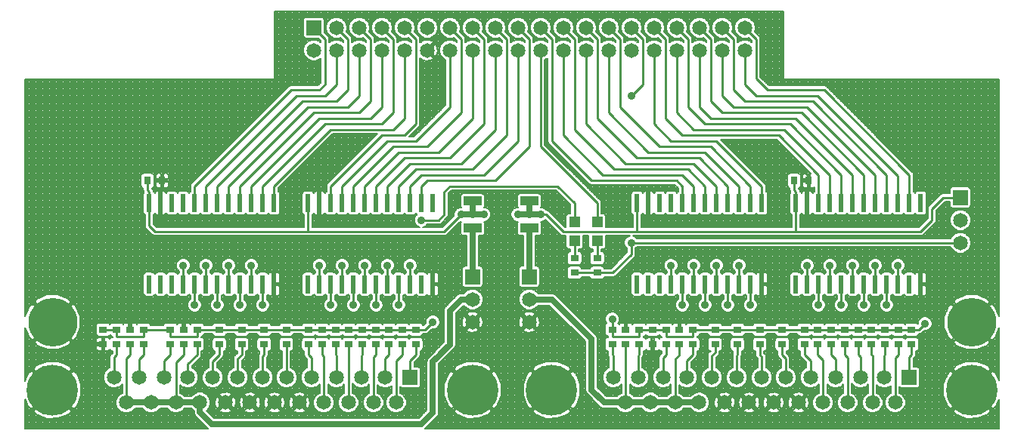
<source format=gtl>
G04 #@! TF.GenerationSoftware,KiCad,Pcbnew,no-vcs-found-7571~57~ubuntu17.04.1*
G04 #@! TF.CreationDate,2017-02-08T08:53:27+01:00*
G04 #@! TF.ProjectId,DE0-Nano_DB25,4445302D4E616E6F5F444232352E6B69,rev?*
G04 #@! TF.FileFunction,Copper,L1,Top,Signal*
G04 #@! TF.FilePolarity,Positive*
%FSLAX46Y46*%
G04 Gerber Fmt 4.6, Leading zero omitted, Abs format (unit mm)*
G04 Created by KiCad (PCBNEW no-vcs-found-7571~57~ubuntu17.04.1) date Wed Feb  8 08:53:27 2017*
%MOMM*%
%LPD*%
G01*
G04 APERTURE LIST*
%ADD10C,0.152400*%
%ADD11R,0.600000X2.000000*%
%ADD12R,1.651000X1.676400*%
%ADD13C,1.651000*%
%ADD14C,5.461000*%
%ADD15R,2.000000X1.000000*%
%ADD16R,1.651000X1.651000*%
%ADD17R,1.200000X1.200000*%
%ADD18C,5.715000*%
%ADD19R,0.930000X0.790000*%
%ADD20R,0.790000X0.930000*%
%ADD21C,0.889000*%
%ADD22C,0.254000*%
%ADD23C,0.635000*%
%ADD24C,0.200000*%
G04 APERTURE END LIST*
D10*
D11*
X14606569Y16942593D03*
X15876569Y16942593D03*
X17146569Y16942593D03*
X18416569Y16942593D03*
X19686569Y16942593D03*
X20956569Y16942593D03*
X22226569Y16942593D03*
X23496569Y16942593D03*
X24766569Y16942593D03*
X26036569Y16942593D03*
X27306569Y16942593D03*
X28576569Y16942593D03*
X28576569Y26037593D03*
X27306569Y26037593D03*
X26036569Y26037593D03*
X24766569Y26037593D03*
X23496569Y26037593D03*
X22226569Y26037593D03*
X20956569Y26037593D03*
X19686569Y26037593D03*
X18416569Y26037593D03*
X17146569Y26037593D03*
X15876569Y26037593D03*
X14606569Y26037593D03*
X32386569Y16942593D03*
X33656569Y16942593D03*
X34926569Y16942593D03*
X36196569Y16942593D03*
X37466569Y16942593D03*
X38736569Y16942593D03*
X40006569Y16942593D03*
X41276569Y16942593D03*
X42546569Y16942593D03*
X43816569Y16942593D03*
X45086569Y16942593D03*
X46356569Y16942593D03*
X46356569Y26037593D03*
X45086569Y26037593D03*
X43816569Y26037593D03*
X42546569Y26037593D03*
X41276569Y26037593D03*
X40006569Y26037593D03*
X38736569Y26037593D03*
X37466569Y26037593D03*
X36196569Y26037593D03*
X34926569Y26037593D03*
X33656569Y26037593D03*
X32386569Y26037593D03*
X69216569Y16942593D03*
X70486569Y16942593D03*
X71756569Y16942593D03*
X73026569Y16942593D03*
X74296569Y16942593D03*
X75566569Y16942593D03*
X76836569Y16942593D03*
X78106569Y16942593D03*
X79376569Y16942593D03*
X80646569Y16942593D03*
X81916569Y16942593D03*
X83186569Y16942593D03*
X83186569Y26037593D03*
X81916569Y26037593D03*
X80646569Y26037593D03*
X79376569Y26037593D03*
X78106569Y26037593D03*
X76836569Y26037593D03*
X75566569Y26037593D03*
X74296569Y26037593D03*
X73026569Y26037593D03*
X71756569Y26037593D03*
X70486569Y26037593D03*
X69216569Y26037593D03*
X86996569Y16942593D03*
X88266569Y16942593D03*
X89536569Y16942593D03*
X90806569Y16942593D03*
X92076569Y16942593D03*
X93346569Y16942593D03*
X94616569Y16942593D03*
X95886569Y16942593D03*
X97156569Y16942593D03*
X98426569Y16942593D03*
X99696569Y16942593D03*
X100966569Y16942593D03*
X100966569Y26037593D03*
X99696569Y26037593D03*
X98426569Y26037593D03*
X97156569Y26037593D03*
X95886569Y26037593D03*
X94616569Y26037593D03*
X93346569Y26037593D03*
X92076569Y26037593D03*
X90806569Y26037593D03*
X89536569Y26037593D03*
X88266569Y26037593D03*
X86996569Y26037593D03*
D12*
X50801569Y17782593D03*
D13*
X50801569Y15242593D03*
X50801569Y12702593D03*
D12*
X57151569Y17782593D03*
D13*
X57151569Y15242593D03*
X57151569Y12702593D03*
D12*
X105411569Y26672593D03*
D13*
X105411569Y24132593D03*
X105411569Y21592593D03*
D14*
X3811569Y12702593D03*
X106681569Y12702593D03*
D15*
X57151569Y23267593D03*
X57151569Y26267593D03*
X50801569Y23267593D03*
X50801569Y26267593D03*
D16*
X33021569Y45722593D03*
D13*
X33021569Y43182593D03*
X35561569Y45722593D03*
X35561569Y43182593D03*
X38101569Y45722593D03*
X38101569Y43182593D03*
X40641569Y45722593D03*
X40641569Y43182593D03*
X43181569Y45722593D03*
X43181569Y43182593D03*
X45721569Y45722593D03*
X45721569Y43182593D03*
X48261569Y45722593D03*
X48261569Y43182593D03*
X50801569Y45722593D03*
X50801569Y43182593D03*
X53341569Y45722593D03*
X53341569Y43182593D03*
X55881569Y45722593D03*
X55881569Y43182593D03*
X58421569Y45722593D03*
X58421569Y43182593D03*
X60961569Y45722593D03*
X60961569Y43182593D03*
X63501569Y45722593D03*
X63501569Y43182593D03*
X66041569Y45722593D03*
X66041569Y43182593D03*
X68581569Y45722593D03*
X68581569Y43182593D03*
X71121569Y45722593D03*
X71121569Y43182593D03*
X73661569Y45722593D03*
X73661569Y43182593D03*
X76201569Y45722593D03*
X76201569Y43182593D03*
X78741569Y45722593D03*
X78741569Y43182593D03*
X81281569Y45722593D03*
X81281569Y43182593D03*
D17*
X62231569Y23912593D03*
X62231569Y21812593D03*
X64771569Y23912593D03*
X64771569Y21812593D03*
D18*
X3786169Y5082593D03*
X50826969Y5082593D03*
D16*
X43816569Y6504993D03*
D13*
X41022569Y6504993D03*
X38355569Y6504993D03*
X35561569Y6504993D03*
X32767569Y6504993D03*
X29973569Y6504993D03*
X27306569Y6504993D03*
X24512569Y6504993D03*
X21718569Y6504993D03*
X18924569Y6504993D03*
X16257569Y6504993D03*
X13463569Y6504993D03*
X10669569Y6504993D03*
X42241769Y3660193D03*
X39701769Y3660193D03*
X36907769Y3660193D03*
X34164569Y3660193D03*
X31421369Y3660193D03*
X28627369Y3660193D03*
X25884169Y3660193D03*
X23140969Y3660193D03*
X20296169Y3660193D03*
X17603769Y3660193D03*
X14860569Y3660193D03*
X12066569Y3660193D03*
D18*
X59666169Y5082593D03*
X106706969Y5082593D03*
D16*
X99696569Y6504993D03*
D13*
X96902569Y6504993D03*
X94235569Y6504993D03*
X91441569Y6504993D03*
X88647569Y6504993D03*
X85853569Y6504993D03*
X83186569Y6504993D03*
X80392569Y6504993D03*
X77598569Y6504993D03*
X74804569Y6504993D03*
X72137569Y6504993D03*
X69343569Y6504993D03*
X66549569Y6504993D03*
X98121769Y3660193D03*
X95581769Y3660193D03*
X92787769Y3660193D03*
X90044569Y3660193D03*
X87301369Y3660193D03*
X84507369Y3660193D03*
X81764169Y3660193D03*
X79020969Y3660193D03*
X76176169Y3660193D03*
X73483769Y3660193D03*
X70740569Y3660193D03*
X67946569Y3660193D03*
D19*
X75461569Y11852593D03*
X75461569Y10212593D03*
X77961569Y11852593D03*
X77961569Y10212593D03*
X82961569Y11852593D03*
X82961569Y10212593D03*
X85461569Y11852593D03*
X85461569Y10212593D03*
X87961569Y11852593D03*
X87961569Y10212593D03*
X89461569Y11852593D03*
X89461569Y10212593D03*
X90961569Y11852593D03*
X90961569Y10212593D03*
X92461569Y11852593D03*
X92461569Y10212593D03*
X93961569Y11852593D03*
X93961569Y10212593D03*
X95461569Y11852593D03*
X95461569Y10212593D03*
X96961569Y11852593D03*
X96961569Y10212593D03*
X98461569Y11852593D03*
X98461569Y10212593D03*
X99961569Y11852593D03*
X99961569Y10212593D03*
X64771569Y18232593D03*
X64771569Y19872593D03*
X13961569Y11852593D03*
X13961569Y10212593D03*
X10961569Y11852593D03*
X10961569Y10212593D03*
X72461569Y11852593D03*
X72461569Y10212593D03*
X16961569Y11852593D03*
X16961569Y10212593D03*
X19961569Y11852593D03*
X19961569Y10212593D03*
X22461569Y11852593D03*
X22461569Y10212593D03*
X24961569Y11852593D03*
X24961569Y10212593D03*
X27461569Y11852593D03*
X27461569Y10212593D03*
X80461569Y11852593D03*
X80461569Y10212593D03*
X32461569Y11852593D03*
X32461569Y10212593D03*
X33961569Y11852593D03*
X33961569Y10212593D03*
X35461569Y11852593D03*
X35461569Y10212593D03*
X69461569Y11852593D03*
X69461569Y10212593D03*
X66461569Y11852593D03*
X66461569Y10212593D03*
X62231569Y18232593D03*
X62231569Y19872593D03*
X44461569Y11852593D03*
X44461569Y10212593D03*
X42961569Y11852593D03*
X42961569Y10212593D03*
X41461569Y11852593D03*
X41461569Y10212593D03*
X39961569Y11852593D03*
X39961569Y10212593D03*
X38461569Y11852593D03*
X38461569Y10212593D03*
X29961569Y11852593D03*
X29961569Y10212593D03*
X36961569Y11852593D03*
X36961569Y10212593D03*
X67961569Y10212593D03*
X67961569Y11852593D03*
X73961569Y10212593D03*
X73961569Y11852593D03*
X12461569Y10212593D03*
X12461569Y11852593D03*
X18461569Y10212593D03*
X18461569Y11852593D03*
X9461569Y11852593D03*
X9461569Y10212593D03*
X70961569Y11852593D03*
X70961569Y10212593D03*
D20*
X14421569Y28577593D03*
X16061569Y28577593D03*
X86811569Y28577593D03*
X88451569Y28577593D03*
D21*
X68581569Y38102593D03*
X68581569Y21592593D03*
X49531569Y24767593D03*
X50801569Y24767593D03*
X58421569Y24767593D03*
X57151569Y24767593D03*
X55881569Y24767593D03*
X52071569Y24767593D03*
X43816569Y19052593D03*
X42546569Y14607593D03*
X26036569Y19052593D03*
X24766569Y14607593D03*
X23496569Y19052593D03*
X22226569Y14607593D03*
X20956569Y19052593D03*
X19686569Y14607593D03*
X18416569Y19052593D03*
X41276569Y19052593D03*
X40006569Y14607593D03*
X38736569Y19052593D03*
X37466569Y14607593D03*
X36196569Y19052593D03*
X34926569Y14607593D03*
X33656569Y19052593D03*
X27306569Y14607593D03*
X98426569Y19052593D03*
X97156569Y14607593D03*
X80646569Y19052593D03*
X79376569Y14607593D03*
X78106569Y19052593D03*
X76836569Y14607593D03*
X75566569Y19052593D03*
X74296569Y14607593D03*
X73026569Y19052593D03*
X95886569Y19052593D03*
X94616569Y14607593D03*
X93346569Y19052593D03*
X92076569Y14607593D03*
X90806569Y19052593D03*
X89536569Y14607593D03*
X88266569Y19052593D03*
X81916569Y14607593D03*
X45086569Y24132593D03*
X46356569Y12702593D03*
X66461569Y13032593D03*
X101461569Y12532593D03*
X70961569Y9032593D03*
X67961569Y13032593D03*
X12461569Y13032593D03*
X33656569Y24132593D03*
X46356569Y19052593D03*
X28576569Y19052593D03*
X15876569Y24132593D03*
X70486569Y24132593D03*
X100966569Y19052593D03*
X83186569Y19052593D03*
X88266569Y24132593D03*
D22*
X64771569Y18232593D02*
X66491569Y18232593D01*
X68581569Y20322593D02*
X68581569Y21592593D01*
X66491569Y18232593D02*
X68581569Y20322593D01*
X62231569Y18232593D02*
X64771569Y18232593D01*
X68581569Y45722593D02*
X69851569Y44452593D01*
X69851569Y44452593D02*
X69851569Y39372593D01*
X69851569Y39372593D02*
X68581569Y38102593D01*
X68581569Y21592593D02*
X105411569Y21592593D01*
X14421569Y28577593D02*
X14421569Y27492593D01*
X14606569Y27307593D02*
X14606569Y26037593D01*
X14421569Y27492593D02*
X14606569Y27307593D01*
X61596569Y22862593D02*
X60961569Y22862593D01*
X60961569Y22862593D02*
X59056569Y24767593D01*
X86811569Y28577593D02*
X86811569Y27492593D01*
X86996569Y27307593D02*
X86996569Y26037593D01*
X86811569Y27492593D02*
X86996569Y27307593D01*
X32386569Y22862593D02*
X47626569Y22862593D01*
D23*
X49531569Y24767593D02*
X50801569Y24767593D01*
D22*
X47626569Y22862593D02*
X49531569Y24767593D01*
X86996569Y22862593D02*
X100966569Y22862593D01*
X103506569Y26672593D02*
X105411569Y26672593D01*
X102236569Y25402593D02*
X103506569Y26672593D01*
X102236569Y24132593D02*
X102236569Y25402593D01*
X100966569Y22862593D02*
X102236569Y24132593D01*
X69216569Y22862593D02*
X86996569Y22862593D01*
X86996569Y22862593D02*
X86996569Y26037593D01*
X69216569Y26037593D02*
X69216569Y22862593D01*
D23*
X58421569Y24767593D02*
X57151569Y24767593D01*
D22*
X59056569Y24767593D02*
X58421569Y24767593D01*
X69216569Y22862593D02*
X61596569Y22862593D01*
X32386569Y22862593D02*
X15241569Y22862593D01*
X14606569Y23497593D02*
X14606569Y26037593D01*
X15241569Y22862593D02*
X14606569Y23497593D01*
X32386569Y26037593D02*
X32386569Y22862593D01*
D23*
X55881569Y24767593D02*
X57151569Y24767593D01*
X57151569Y24767593D02*
X57151569Y26267593D01*
X52071569Y24767593D02*
X50801569Y24767593D01*
X50801569Y24767593D02*
X50801569Y26267593D01*
D22*
X43816569Y19052593D02*
X43816569Y16942593D01*
X44461569Y10212593D02*
X44461569Y9032593D01*
X43816569Y8387593D02*
X44461569Y9032593D01*
X43816569Y8387593D02*
X43816569Y6504993D01*
X42546569Y14607593D02*
X42546569Y16942593D01*
X42961569Y9032593D02*
X42961569Y10212593D01*
X42241769Y3660193D02*
X42241769Y8312793D01*
X42241769Y8312793D02*
X42961569Y9032593D01*
X26036569Y19052593D02*
X26036569Y16942593D01*
X27461569Y9032593D02*
X27461569Y10212593D01*
X27306569Y6504993D02*
X27306569Y8877593D01*
X27306569Y8877593D02*
X27461569Y9032593D01*
X24766569Y14607593D02*
X24766569Y16942593D01*
X24961569Y9032593D02*
X24961569Y10212593D01*
X24512569Y6504993D02*
X24512569Y8583593D01*
X24512569Y8583593D02*
X24961569Y9032593D01*
X23496569Y19052593D02*
X23496569Y16942593D01*
X22461569Y9032593D02*
X22461569Y10212593D01*
X21718569Y6504993D02*
X21718569Y8289593D01*
X21718569Y8289593D02*
X22461569Y9032593D01*
X22226569Y14607593D02*
X22226569Y16942593D01*
X19961569Y9032593D02*
X19961569Y10212593D01*
X18924569Y6504993D02*
X18924569Y7995593D01*
X18924569Y7995593D02*
X19961569Y9032593D01*
X20956569Y19052593D02*
X20956569Y16942593D01*
X16961569Y9032593D02*
X16961569Y10212593D01*
X16257569Y6504993D02*
X16257569Y8328593D01*
X16257569Y8328593D02*
X16961569Y9032593D01*
X19686569Y14607593D02*
X19686569Y16942593D01*
X13961569Y10212593D02*
X13961569Y9032593D01*
X13463569Y8534593D02*
X13961569Y9032593D01*
X13463569Y8534593D02*
X13463569Y6504993D01*
X18416569Y19052593D02*
X18416569Y16942593D01*
X10961569Y9032593D02*
X10961569Y10212593D01*
X10669569Y6504993D02*
X10669569Y8740593D01*
X10669569Y8740593D02*
X10961569Y9032593D01*
X41276569Y19052593D02*
X41276569Y16942593D01*
X41461569Y9032593D02*
X41461569Y10212593D01*
X41022569Y6504993D02*
X41022569Y8593593D01*
X41022569Y8593593D02*
X41461569Y9032593D01*
X40006569Y14607593D02*
X40006569Y16942593D01*
X39961569Y9032593D02*
X39961569Y10212593D01*
X39701769Y3660193D02*
X39701769Y8772793D01*
X39701769Y8772793D02*
X39961569Y9032593D01*
X38736569Y19052593D02*
X38736569Y16942593D01*
X38461569Y9032593D02*
X38461569Y10212593D01*
X38355569Y6504993D02*
X38355569Y8926593D01*
X38355569Y8926593D02*
X38461569Y9032593D01*
X37466569Y14607593D02*
X37466569Y16942593D01*
X36961569Y9032593D02*
X36961569Y10212593D01*
X36907769Y3660193D02*
X36907769Y8978793D01*
X36907769Y8978793D02*
X36961569Y9032593D01*
X36196569Y19052593D02*
X36196569Y16942593D01*
X35461569Y9032593D02*
X35461569Y10212593D01*
X35561569Y6504993D02*
X35561569Y8932593D01*
X35561569Y8932593D02*
X35461569Y9032593D01*
X34926569Y14607593D02*
X34926569Y16942593D01*
X33961569Y9032593D02*
X33961569Y10212593D01*
X34164569Y3660193D02*
X34164569Y8829593D01*
X34164569Y8829593D02*
X33961569Y9032593D01*
X33656569Y19052593D02*
X33656569Y16942593D01*
X32461569Y9032593D02*
X32461569Y10212593D01*
X32767569Y6504993D02*
X32767569Y8726593D01*
X32767569Y8726593D02*
X32461569Y9032593D01*
X27306569Y14607593D02*
X27306569Y16942593D01*
X29961569Y9032593D02*
X29961569Y10212593D01*
X29973569Y6504993D02*
X29973569Y9020593D01*
X29973569Y9020593D02*
X29961569Y9032593D01*
D23*
X50801569Y23267593D02*
X50801569Y17782593D01*
D22*
X57151569Y32387593D02*
X57151569Y44452593D01*
X55881569Y45722593D02*
X57151569Y44452593D01*
X57151569Y32387593D02*
X53341569Y28577593D01*
X53341569Y28577593D02*
X45721569Y28577593D01*
X45086569Y27942593D02*
X45721569Y28577593D01*
X45086569Y27942593D02*
X45086569Y26037593D01*
X55881569Y33022593D02*
X55881569Y43182593D01*
X55881569Y33022593D02*
X52071569Y29212593D01*
X52071569Y29212593D02*
X45086569Y29212593D01*
X43816569Y26037593D02*
X43816569Y27942593D01*
X43816569Y27942593D02*
X45086569Y29212593D01*
X41911569Y36197593D02*
X41911569Y44452593D01*
X40641569Y45722593D02*
X41911569Y44452593D01*
X41911569Y36197593D02*
X40641569Y34927593D01*
X40641569Y34927593D02*
X34291569Y34927593D01*
X27306569Y27942593D02*
X27306569Y26037593D01*
X27306569Y27942593D02*
X34291569Y34927593D01*
X40641569Y36832593D02*
X40641569Y43182593D01*
X40641569Y36832593D02*
X39371569Y35562593D01*
X39371569Y35562593D02*
X33656569Y35562593D01*
X26036569Y26037593D02*
X26036569Y27942593D01*
X26036569Y27942593D02*
X33656569Y35562593D01*
X39371569Y37467593D02*
X39371569Y44452593D01*
X38101569Y45722593D02*
X39371569Y44452593D01*
X39371569Y37467593D02*
X38101569Y36197593D01*
X38101569Y36197593D02*
X33021569Y36197593D01*
X24766569Y27942593D02*
X24766569Y26037593D01*
X24766569Y27942593D02*
X33021569Y36197593D01*
X38101569Y38102593D02*
X38101569Y43182593D01*
X38101569Y38102593D02*
X36831569Y36832593D01*
X36831569Y36832593D02*
X32386569Y36832593D01*
X23496569Y26037593D02*
X23496569Y27942593D01*
X23496569Y27942593D02*
X32386569Y36832593D01*
X36831569Y38737593D02*
X36831569Y44452593D01*
X35561569Y45722593D02*
X36831569Y44452593D01*
X36831569Y38737593D02*
X35561569Y37467593D01*
X35561569Y37467593D02*
X31751569Y37467593D01*
X22226569Y27942593D02*
X22226569Y26037593D01*
X22226569Y27942593D02*
X31751569Y37467593D01*
X35561569Y39372593D02*
X35561569Y43182593D01*
X35561569Y39372593D02*
X34291569Y38102593D01*
X34291569Y38102593D02*
X31116569Y38102593D01*
X20956569Y26037593D02*
X20956569Y27942593D01*
X20956569Y27942593D02*
X31116569Y38102593D01*
X34291569Y44452593D02*
X34291569Y39372593D01*
X33021569Y45722593D02*
X34291569Y44452593D01*
X34291569Y39372593D02*
X33656569Y38737593D01*
X33656569Y38737593D02*
X30481569Y38737593D01*
X19686569Y27942593D02*
X19686569Y26037593D01*
X19686569Y27942593D02*
X30481569Y38737593D01*
X54611569Y33657593D02*
X54611569Y44452593D01*
X53341569Y45722593D02*
X54611569Y44452593D01*
X54611569Y33657593D02*
X50801569Y29847593D01*
X50801569Y29847593D02*
X44451569Y29847593D01*
X42546569Y27942593D02*
X42546569Y26037593D01*
X42546569Y27942593D02*
X44451569Y29847593D01*
X53341569Y34292593D02*
X53341569Y43182593D01*
X53341569Y34292593D02*
X49531569Y30482593D01*
X49531569Y30482593D02*
X43816569Y30482593D01*
X41276569Y26037593D02*
X41276569Y27942593D01*
X41276569Y27942593D02*
X43816569Y30482593D01*
X52071569Y34927593D02*
X52071569Y44452593D01*
X50801569Y45722593D02*
X52071569Y44452593D01*
X52071569Y34927593D02*
X48261569Y31117593D01*
X48261569Y31117593D02*
X43181569Y31117593D01*
X40006569Y27942593D02*
X40006569Y26037593D01*
X40006569Y27942593D02*
X43181569Y31117593D01*
X50801569Y35562593D02*
X50801569Y43182593D01*
X50801569Y35562593D02*
X46991569Y31752593D01*
X46991569Y31752593D02*
X42546569Y31752593D01*
X38736569Y26037593D02*
X38736569Y27942593D01*
X38736569Y27942593D02*
X42546569Y31752593D01*
X49531569Y36197593D02*
X49531569Y44452593D01*
X48261569Y45722593D02*
X49531569Y44452593D01*
X49531569Y36197593D02*
X45721569Y32387593D01*
X45721569Y32387593D02*
X41911569Y32387593D01*
X37466569Y27942593D02*
X41911569Y32387593D01*
X37466569Y27942593D02*
X37466569Y26037593D01*
X48261569Y36832593D02*
X48261569Y43182593D01*
X44451569Y33022593D02*
X48261569Y36832593D01*
X36196569Y27942593D02*
X36196569Y26037593D01*
X41276569Y33022593D02*
X44451569Y33022593D01*
X36196569Y27942593D02*
X41276569Y33022593D01*
X44451569Y34927593D02*
X44451569Y44452593D01*
X44451569Y34927593D02*
X43181569Y33657593D01*
X43181569Y45722593D02*
X44451569Y44452593D01*
X43181569Y33657593D02*
X40641569Y33657593D01*
X34926569Y27942593D02*
X40641569Y33657593D01*
X34926569Y27942593D02*
X34926569Y26037593D01*
X43181569Y35562593D02*
X43181569Y43182593D01*
X43181569Y35562593D02*
X41911569Y34292593D01*
X41911569Y34292593D02*
X34926569Y34292593D01*
X28576569Y27942593D02*
X34926569Y34292593D01*
X28576569Y26037593D02*
X28576569Y27942593D01*
X98426569Y19052593D02*
X98426569Y16942593D01*
X99696569Y6504993D02*
X99696569Y8767593D01*
X99961569Y9032593D02*
X99961569Y10212593D01*
X99696569Y8767593D02*
X99961569Y9032593D01*
X97156569Y14607593D02*
X97156569Y16942593D01*
X98121769Y3660193D02*
X98121769Y8692793D01*
X98461569Y9032593D02*
X98461569Y10212593D01*
X98121769Y8692793D02*
X98461569Y9032593D01*
X80646569Y19052593D02*
X80646569Y16942593D01*
X83186569Y6504993D02*
X83186569Y8807593D01*
X82961569Y9032593D02*
X82961569Y10212593D01*
X83186569Y8807593D02*
X82961569Y9032593D01*
X79376569Y14607593D02*
X79376569Y16942593D01*
X80392569Y6504993D02*
X80392569Y8963593D01*
X80461569Y9032593D02*
X80461569Y10212593D01*
X80392569Y8963593D02*
X80461569Y9032593D01*
X78106569Y19052593D02*
X78106569Y16942593D01*
X77598569Y6504993D02*
X77598569Y8919593D01*
X77961569Y9282593D02*
X77961569Y10212593D01*
X77598569Y8919593D02*
X77961569Y9282593D01*
X76836569Y14607593D02*
X76836569Y16942593D01*
X74804569Y6504993D02*
X74804569Y8375593D01*
X75461569Y9032593D02*
X75461569Y10212593D01*
X74804569Y8375593D02*
X75461569Y9032593D01*
X75566569Y19052593D02*
X75566569Y16942593D01*
X72137569Y6504993D02*
X72137569Y8708593D01*
X72461569Y9032593D02*
X72461569Y10212593D01*
X72137569Y8708593D02*
X72461569Y9032593D01*
X74296569Y14607593D02*
X74296569Y16942593D01*
X69343569Y6504993D02*
X69343569Y8914593D01*
X69461569Y9032593D02*
X69461569Y10212593D01*
X69343569Y8914593D02*
X69461569Y9032593D01*
X73026569Y19052593D02*
X73026569Y16942593D01*
X66549569Y6504993D02*
X66549569Y8944593D01*
X66461569Y9032593D02*
X66461569Y10212593D01*
X66549569Y8944593D02*
X66461569Y9032593D01*
X95886569Y19052593D02*
X95886569Y16942593D01*
X96902569Y6504993D02*
X96902569Y8973593D01*
X96961569Y9032593D02*
X96961569Y10212593D01*
X96902569Y8973593D02*
X96961569Y9032593D01*
X94616569Y14607593D02*
X94616569Y16942593D01*
X95581769Y3660193D02*
X95581769Y8912393D01*
X95461569Y9032593D02*
X95461569Y10212593D01*
X95581769Y8912393D02*
X95461569Y9032593D01*
X93346569Y19052593D02*
X93346569Y16942593D01*
X94235569Y6504993D02*
X94235569Y8758593D01*
X93961569Y9032593D02*
X93961569Y10212593D01*
X94235569Y8758593D02*
X93961569Y9032593D01*
X92076569Y14607593D02*
X92076569Y16942593D01*
X92787769Y3660193D02*
X92787769Y8706393D01*
X92461569Y9032593D02*
X92461569Y10212593D01*
X92787769Y8706393D02*
X92461569Y9032593D01*
X90806569Y19052593D02*
X90806569Y16942593D01*
X91441569Y6504993D02*
X91441569Y8552593D01*
X90961569Y9032593D02*
X90961569Y10212593D01*
X91441569Y8552593D02*
X90961569Y9032593D01*
X89536569Y14607593D02*
X89536569Y16942593D01*
X90044569Y3660193D02*
X90044569Y8449593D01*
X89461569Y9032593D02*
X89461569Y10212593D01*
X90044569Y8449593D02*
X89461569Y9032593D01*
X88266569Y19052593D02*
X88266569Y16942593D01*
X88647569Y6504993D02*
X88647569Y8346593D01*
X87961569Y9032593D02*
X87961569Y10212593D01*
X88647569Y8346593D02*
X87961569Y9032593D01*
X81916569Y14607593D02*
X81916569Y16942593D01*
X85853569Y6504993D02*
X85853569Y8640593D01*
X85461569Y9032593D02*
X85461569Y10212593D01*
X85853569Y8640593D02*
X85461569Y9032593D01*
D23*
X57151569Y23267593D02*
X57151569Y17782593D01*
D22*
X99696569Y27942593D02*
X99696569Y29212593D01*
X90171569Y38737593D02*
X88266569Y38737593D01*
X99696569Y29212593D02*
X90171569Y38737593D01*
X82551569Y40007593D02*
X82551569Y44452593D01*
X81281569Y45722593D02*
X82551569Y44452593D01*
X83821569Y38737593D02*
X82551569Y40007593D01*
X88266569Y38737593D02*
X83821569Y38737593D01*
X99696569Y27942593D02*
X99696569Y26037593D01*
X86996569Y38102593D02*
X89409571Y38102593D01*
X98426569Y29085595D02*
X98426569Y27307593D01*
X89409571Y38102593D02*
X98426569Y29085595D01*
X81281569Y39372593D02*
X81281569Y43182593D01*
X81281569Y39372593D02*
X82551569Y38102593D01*
X86996569Y38102593D02*
X82551569Y38102593D01*
X98426569Y27307593D02*
X98426569Y26037593D01*
X67311569Y36832593D02*
X67311569Y44452593D01*
X66041569Y45722593D02*
X67311569Y44452593D01*
X67311569Y36832593D02*
X71756569Y32387593D01*
X81916569Y27942593D02*
X77471569Y32387593D01*
X81916569Y27942593D02*
X81916569Y26037593D01*
X71756569Y32387593D02*
X77471569Y32387593D01*
X66041569Y36197593D02*
X66041569Y43182593D01*
X66041569Y36197593D02*
X70486569Y31752593D01*
X80646569Y27942593D02*
X76836569Y31752593D01*
X76836569Y31752593D02*
X70486569Y31752593D01*
X80646569Y27942593D02*
X80646569Y26037593D01*
X64771569Y35562593D02*
X64771569Y44452593D01*
X63501569Y45722593D02*
X64771569Y44452593D01*
X64771569Y35562593D02*
X69216569Y31117593D01*
X79376569Y27942593D02*
X76201569Y31117593D01*
X79376569Y27942593D02*
X79376569Y26037593D01*
X69216569Y31117593D02*
X76201569Y31117593D01*
X63501569Y34927593D02*
X63501569Y43182593D01*
X63501569Y34927593D02*
X67946569Y30482593D01*
X78106569Y27942593D02*
X75566569Y30482593D01*
X75566569Y30482593D02*
X67946569Y30482593D01*
X78106569Y27942593D02*
X78106569Y26037593D01*
X62231569Y34292593D02*
X62231569Y44452593D01*
X62231569Y34292593D02*
X66676569Y29847593D01*
X60961569Y45722593D02*
X62231569Y44452593D01*
X76836569Y27942593D02*
X74931569Y29847593D01*
X76836569Y27942593D02*
X76836569Y26037593D01*
X66676569Y29847593D02*
X74931569Y29847593D01*
X60961569Y33657593D02*
X60961569Y43182593D01*
X60961569Y33657593D02*
X65406569Y29212593D01*
X75566569Y27942593D02*
X74296569Y29212593D01*
X74296569Y29212593D02*
X65406569Y29212593D01*
X75566569Y26037593D02*
X75566569Y27942593D01*
X59691569Y33022593D02*
X59691569Y44452593D01*
X59691569Y33022593D02*
X64136569Y28577593D01*
X58421569Y45722593D02*
X59691569Y44452593D01*
X74296569Y27942593D02*
X73661569Y28577593D01*
X74296569Y27942593D02*
X74296569Y26037593D01*
X64136569Y28577593D02*
X73661569Y28577593D01*
X86361569Y37467593D02*
X88901569Y37467593D01*
X97156569Y29212593D02*
X97156569Y27307593D01*
X88901569Y37467593D02*
X97156569Y29212593D01*
X97156569Y27307593D02*
X97156569Y26037593D01*
X80011569Y38737593D02*
X80011569Y44452593D01*
X81281569Y37467593D02*
X86361569Y37467593D01*
X80011569Y38737593D02*
X81281569Y37467593D01*
X78741569Y45722593D02*
X80011569Y44452593D01*
X85726569Y36832593D02*
X88266569Y36832593D01*
X95886569Y29212593D02*
X95886569Y27307593D01*
X88266569Y36832593D02*
X95886569Y29212593D01*
X78741569Y38102593D02*
X78741569Y43182593D01*
X78741569Y38102593D02*
X80011569Y36832593D01*
X85726569Y36832593D02*
X80011569Y36832593D01*
X95886569Y27307593D02*
X95886569Y26037593D01*
X85091569Y36197593D02*
X87631569Y36197593D01*
X94616569Y29212593D02*
X94616569Y27307593D01*
X87631569Y36197593D02*
X94616569Y29212593D01*
X77471569Y37467593D02*
X77471569Y44452593D01*
X76201569Y45722593D02*
X77471569Y44452593D01*
X77471569Y37467593D02*
X78741569Y36197593D01*
X94616569Y27307593D02*
X94616569Y26037593D01*
X78741569Y36197593D02*
X85091569Y36197593D01*
X85091569Y35562593D02*
X86996569Y35562593D01*
X93346569Y29212593D02*
X93346569Y27307593D01*
X86996569Y35562593D02*
X93346569Y29212593D01*
X76201569Y36832593D02*
X76201569Y43182593D01*
X76201569Y36832593D02*
X77471569Y35562593D01*
X85091569Y35562593D02*
X77471569Y35562593D01*
X93346569Y27307593D02*
X93346569Y26037593D01*
X84456569Y34927593D02*
X86361569Y34927593D01*
X92076569Y29212593D02*
X92076569Y27307593D01*
X86361569Y34927593D02*
X92076569Y29212593D01*
X74931569Y36832593D02*
X74931569Y44452593D01*
X73661569Y45722593D02*
X74931569Y44452593D01*
X74931569Y36832593D02*
X76836569Y34927593D01*
X92076569Y27307593D02*
X92076569Y26037593D01*
X76836569Y34927593D02*
X84456569Y34927593D01*
X83821569Y34292593D02*
X85726569Y34292593D01*
X90806569Y29212593D02*
X90806569Y27307593D01*
X85726569Y34292593D02*
X90806569Y29212593D01*
X73661569Y36197593D02*
X73661569Y43182593D01*
X73661569Y36197593D02*
X75566569Y34292593D01*
X83821569Y34292593D02*
X75566569Y34292593D01*
X90806569Y27307593D02*
X90806569Y26037593D01*
X83186569Y33657593D02*
X85091569Y33657593D01*
X89536569Y29212593D02*
X89536569Y27307593D01*
X85091569Y33657593D02*
X89536569Y29212593D01*
X72391569Y35562593D02*
X72391569Y44452593D01*
X83186569Y33657593D02*
X74296569Y33657593D01*
X72391569Y35562593D02*
X74296569Y33657593D01*
X71121569Y45722593D02*
X72391569Y44452593D01*
X89536569Y27307593D02*
X89536569Y26037593D01*
X71121569Y34927593D02*
X71121569Y43182593D01*
X83186569Y27942593D02*
X78106569Y33022593D01*
X78106569Y33022593D02*
X73026569Y33022593D01*
X83186569Y26037593D02*
X83186569Y27942593D01*
X71121569Y34927593D02*
X73026569Y33022593D01*
X47626569Y24767593D02*
X47626569Y27307593D01*
X46991569Y24132593D02*
X47626569Y24767593D01*
X45086569Y24132593D02*
X46991569Y24132593D01*
X62231569Y26037593D02*
X62231569Y23912593D01*
X47626569Y27307593D02*
X48261569Y27942593D01*
X48261569Y27942593D02*
X60326569Y27942593D01*
X60326569Y27942593D02*
X62231569Y26037593D01*
X58421569Y43182593D02*
X58421569Y32387593D01*
X64771569Y26037593D02*
X64771569Y23912593D01*
X58421569Y32387593D02*
X64771569Y26037593D01*
X24961569Y11852593D02*
X27461569Y11852593D01*
X70961569Y11852593D02*
X69461569Y11852593D01*
X70961569Y11852593D02*
X72461569Y11852593D01*
X10961569Y11852593D02*
X9461569Y11852593D01*
X44461569Y11852593D02*
X45506569Y11852593D01*
X45506569Y11852593D02*
X46356569Y12702593D01*
X66461569Y13032593D02*
X66461569Y11852593D01*
X98461569Y11852593D02*
X99961569Y11852593D01*
X96961569Y11852593D02*
X98461569Y11852593D01*
X95461569Y11852593D02*
X96961569Y11852593D01*
X93961569Y11852593D02*
X95461569Y11852593D01*
X92461569Y11852593D02*
X93961569Y11852593D01*
X90961569Y11852593D02*
X92461569Y11852593D01*
X89461569Y11852593D02*
X90961569Y11852593D01*
X87961569Y11852593D02*
X89461569Y11852593D01*
X82961569Y11852593D02*
X85461569Y11852593D01*
X80461569Y11852593D02*
X82961569Y11852593D01*
X77961569Y11852593D02*
X80461569Y11852593D01*
X75461569Y11852593D02*
X77961569Y11852593D01*
X42961569Y11852593D02*
X44461569Y11852593D01*
X41461569Y11852593D02*
X42961569Y11852593D01*
X39961569Y11852593D02*
X41461569Y11852593D01*
X38461569Y11852593D02*
X39961569Y11852593D01*
X35461569Y11852593D02*
X36961569Y11852593D01*
X36961569Y11852593D02*
X38461569Y11852593D01*
X33961569Y11852593D02*
X35461569Y11852593D01*
X32461569Y11852593D02*
X33961569Y11852593D01*
X29961569Y11852593D02*
X32461569Y11852593D01*
X22461569Y11852593D02*
X24961569Y11852593D01*
X19961569Y11852593D02*
X22461569Y11852593D01*
X99961569Y11852593D02*
X100781569Y11852593D01*
X100781569Y11852593D02*
X100961569Y12032593D01*
X101461569Y12532593D02*
X100961569Y12032593D01*
X16961569Y11852593D02*
X16961569Y11032593D01*
X19961569Y11032593D02*
X19961569Y11852593D01*
X16961569Y11032593D02*
X19961569Y11032593D01*
X13961569Y11852593D02*
X16961569Y11852593D01*
X10961569Y11852593D02*
X10961569Y11032593D01*
X13961569Y11032593D02*
X13961569Y11852593D01*
X10961569Y11032593D02*
X13961569Y11032593D01*
X69461569Y11852593D02*
X69461569Y11032593D01*
X66461569Y11032593D02*
X66461569Y11852593D01*
X69461569Y11032593D02*
X66461569Y11032593D01*
X72461569Y11852593D02*
X69461569Y11852593D01*
X75461569Y11852593D02*
X75461569Y11032593D01*
X72461569Y11032593D02*
X72461569Y11852593D01*
X75461569Y11032593D02*
X72461569Y11032593D01*
X44461569Y11852593D02*
X19961569Y11852593D01*
X75461569Y11852593D02*
X82961569Y11852593D01*
X87961569Y11852593D02*
X82961569Y11852593D01*
X99961569Y11852593D02*
X87961569Y11852593D01*
X70961569Y10212593D02*
X70961569Y9032593D01*
X16061569Y28577593D02*
X16061569Y27492593D01*
X15876569Y27307593D02*
X15876569Y26037593D01*
X16061569Y27492593D02*
X15876569Y27307593D01*
X88451569Y28577593D02*
X88451569Y29027593D01*
X88451569Y29027593D02*
X87631569Y29847593D01*
X67961569Y11852593D02*
X67961569Y13032593D01*
X12461569Y11852593D02*
X12461569Y13032593D01*
X33656569Y26037593D02*
X33656569Y24132593D01*
X46356569Y16942593D02*
X46356569Y19052593D01*
X28576569Y16942593D02*
X28576569Y19052593D01*
X15876569Y26037593D02*
X15876569Y24132593D01*
X70486569Y26037593D02*
X70486569Y24132593D01*
X100966569Y16942593D02*
X100966569Y19052593D01*
X83186569Y16942593D02*
X83186569Y19052593D01*
X88266569Y26037593D02*
X88266569Y24132593D01*
X64771569Y19872593D02*
X64771569Y21812593D01*
D23*
X46991569Y8892593D02*
X48261569Y10162593D01*
X48261569Y10162593D02*
X48261569Y13972593D01*
X48261569Y13972593D02*
X49531569Y15242593D01*
X49531569Y15242593D02*
X50801569Y15242593D01*
X50801569Y15242593D02*
X49531569Y15242593D01*
X48261569Y10162593D02*
X47626569Y9527593D01*
X48261569Y13972593D02*
X48261569Y10162593D01*
X49531569Y15242593D02*
X48261569Y13972593D01*
X47626569Y9527593D02*
X46991569Y8892593D01*
X46991569Y8892593D02*
X46356569Y8257593D01*
X46356569Y8257593D02*
X46356569Y2542593D01*
X46356569Y2542593D02*
X45086569Y1272593D01*
X45086569Y1272593D02*
X21591569Y1272593D01*
X21591569Y1272593D02*
X20296169Y2567993D01*
X20296169Y2567993D02*
X20296169Y3660193D01*
X14860569Y3660193D02*
X12066569Y3660193D01*
X17603769Y3660193D02*
X20296169Y3660193D01*
D22*
X17603769Y3660193D02*
X17603769Y8174793D01*
X18461569Y9032593D02*
X18461569Y10212593D01*
X17603769Y8174793D02*
X18461569Y9032593D01*
X12066569Y3660193D02*
X12066569Y8637593D01*
X12461569Y9032593D02*
X12461569Y10212593D01*
X12066569Y8637593D02*
X12461569Y9032593D01*
D23*
X20296169Y3660193D02*
X12066569Y3660193D01*
X73483769Y3660193D02*
X76176169Y3660193D01*
X70740569Y3660193D02*
X73483769Y3660193D01*
X57151569Y15242593D02*
X59691569Y15242593D01*
X65558969Y3660193D02*
X67946569Y3660193D01*
X64136569Y5082593D02*
X65558969Y3660193D01*
X64136569Y10797593D02*
X64136569Y5082593D01*
X59691569Y15242593D02*
X64136569Y10797593D01*
X67946569Y3660193D02*
X76176169Y3660193D01*
D22*
X73483769Y3660193D02*
X73483769Y8554793D01*
X73961569Y9032593D02*
X73961569Y10212593D01*
X73483769Y8554793D02*
X73961569Y9032593D01*
X67946569Y3660193D02*
X67946569Y9017593D01*
X67961569Y9032593D02*
X67961569Y10212593D01*
X67946569Y9017593D02*
X67961569Y9032593D01*
X62231569Y19872593D02*
X62231569Y21812593D01*
D24*
X85626569Y47527593D02*
X28676569Y47527593D01*
X85626569Y47337593D02*
X28676569Y47337593D01*
X85626569Y47147593D02*
X28676569Y47147593D01*
X85626569Y46957593D02*
X28676569Y46957593D01*
X31916982Y46767593D02*
X28676569Y46767593D01*
X35001971Y46767593D02*
X34126157Y46767593D01*
X37541971Y46767593D02*
X36120635Y46767593D01*
X40081971Y46767593D02*
X38660635Y46767593D01*
X42621971Y46767593D02*
X41200635Y46767593D01*
X45161971Y46767593D02*
X43740635Y46767593D01*
X47701971Y46767593D02*
X46280635Y46767593D01*
X50241971Y46767593D02*
X48820635Y46767593D01*
X52781971Y46767593D02*
X51360635Y46767593D01*
X55321971Y46767593D02*
X53900635Y46767593D01*
X57861971Y46767593D02*
X56440635Y46767593D01*
X60401971Y46767593D02*
X58980635Y46767593D01*
X62941971Y46767593D02*
X61520635Y46767593D01*
X65481971Y46767593D02*
X64060635Y46767593D01*
X68021971Y46767593D02*
X66600635Y46767593D01*
X70561971Y46767593D02*
X69140635Y46767593D01*
X73101971Y46767593D02*
X71680635Y46767593D01*
X75641971Y46767593D02*
X74220635Y46767593D01*
X78181971Y46767593D02*
X76760635Y46767593D01*
X80721971Y46767593D02*
X79300635Y46767593D01*
X85626569Y46767593D02*
X81840635Y46767593D01*
X31841003Y46577593D02*
X28676569Y46577593D01*
X34748540Y46577593D02*
X34202136Y46577593D01*
X37288540Y46577593D02*
X36374672Y46577593D01*
X39828540Y46577593D02*
X38914672Y46577593D01*
X42368540Y46577593D02*
X41454672Y46577593D01*
X44908540Y46577593D02*
X43994672Y46577593D01*
X47448540Y46577593D02*
X46534672Y46577593D01*
X49988540Y46577593D02*
X49074672Y46577593D01*
X52528540Y46577593D02*
X51614672Y46577593D01*
X55068540Y46577593D02*
X54154672Y46577593D01*
X57608540Y46577593D02*
X56694672Y46577593D01*
X60148540Y46577593D02*
X59234672Y46577593D01*
X62688540Y46577593D02*
X61774672Y46577593D01*
X65228540Y46577593D02*
X64314672Y46577593D01*
X67768540Y46577593D02*
X66854672Y46577593D01*
X70308540Y46577593D02*
X69394672Y46577593D01*
X72848540Y46577593D02*
X71934672Y46577593D01*
X75388540Y46577593D02*
X74474672Y46577593D01*
X77928540Y46577593D02*
X77014672Y46577593D01*
X80468540Y46577593D02*
X79554672Y46577593D01*
X85626569Y46577593D02*
X82094672Y46577593D01*
X31835134Y46387593D02*
X28676569Y46387593D01*
X34560557Y46387593D02*
X34208004Y46387593D01*
X37100557Y46387593D02*
X36563018Y46387593D01*
X39640557Y46387593D02*
X39103018Y46387593D01*
X42180557Y46387593D02*
X41643018Y46387593D01*
X44720557Y46387593D02*
X44183018Y46387593D01*
X47260557Y46387593D02*
X46723018Y46387593D01*
X49800557Y46387593D02*
X49263018Y46387593D01*
X52340557Y46387593D02*
X51803018Y46387593D01*
X54880557Y46387593D02*
X54343018Y46387593D01*
X57420557Y46387593D02*
X56883018Y46387593D01*
X59960557Y46387593D02*
X59423018Y46387593D01*
X62500557Y46387593D02*
X61963018Y46387593D01*
X65040557Y46387593D02*
X64503018Y46387593D01*
X67580557Y46387593D02*
X67043018Y46387593D01*
X70120557Y46387593D02*
X69583018Y46387593D01*
X72660557Y46387593D02*
X72123018Y46387593D01*
X75200557Y46387593D02*
X74663018Y46387593D01*
X77740557Y46387593D02*
X77203018Y46387593D01*
X80280557Y46387593D02*
X79743018Y46387593D01*
X85626569Y46387593D02*
X82283018Y46387593D01*
X31835134Y46197593D02*
X28676569Y46197593D01*
X34481663Y46197593D02*
X34208004Y46197593D01*
X37021663Y46197593D02*
X36641525Y46197593D01*
X39561663Y46197593D02*
X39181525Y46197593D01*
X42101663Y46197593D02*
X41721525Y46197593D01*
X44641663Y46197593D02*
X44261525Y46197593D01*
X47181663Y46197593D02*
X46801525Y46197593D01*
X49721663Y46197593D02*
X49341525Y46197593D01*
X52261663Y46197593D02*
X51881525Y46197593D01*
X54801663Y46197593D02*
X54421525Y46197593D01*
X57341663Y46197593D02*
X56961525Y46197593D01*
X59881663Y46197593D02*
X59501525Y46197593D01*
X62421663Y46197593D02*
X62041525Y46197593D01*
X64961663Y46197593D02*
X64581525Y46197593D01*
X67501663Y46197593D02*
X67121525Y46197593D01*
X70041663Y46197593D02*
X69661525Y46197593D01*
X72581663Y46197593D02*
X72201525Y46197593D01*
X75121663Y46197593D02*
X74741525Y46197593D01*
X77661663Y46197593D02*
X77281525Y46197593D01*
X80201663Y46197593D02*
X79821525Y46197593D01*
X85626569Y46197593D02*
X82361525Y46197593D01*
X31835134Y46007593D02*
X28676569Y46007593D01*
X34402768Y46007593D02*
X34208004Y46007593D01*
X36942768Y46007593D02*
X36720031Y46007593D01*
X39482768Y46007593D02*
X39260031Y46007593D01*
X42022768Y46007593D02*
X41800031Y46007593D01*
X44562768Y46007593D02*
X44340031Y46007593D01*
X47102768Y46007593D02*
X46880031Y46007593D01*
X49642768Y46007593D02*
X49420031Y46007593D01*
X52182768Y46007593D02*
X51960031Y46007593D01*
X54722768Y46007593D02*
X54500031Y46007593D01*
X57262768Y46007593D02*
X57040031Y46007593D01*
X59802768Y46007593D02*
X59580031Y46007593D01*
X62342768Y46007593D02*
X62120031Y46007593D01*
X64882768Y46007593D02*
X64660031Y46007593D01*
X67422768Y46007593D02*
X67200031Y46007593D01*
X69962768Y46007593D02*
X69740031Y46007593D01*
X72502768Y46007593D02*
X72280031Y46007593D01*
X75042768Y46007593D02*
X74820031Y46007593D01*
X77582768Y46007593D02*
X77360031Y46007593D01*
X80122768Y46007593D02*
X79900031Y46007593D01*
X85626569Y46007593D02*
X82440031Y46007593D01*
X31835134Y45817593D02*
X28676569Y45817593D01*
X34382152Y45817593D02*
X34208004Y45817593D01*
X36922152Y45817593D02*
X36741152Y45817593D01*
X39462152Y45817593D02*
X39281152Y45817593D01*
X42002152Y45817593D02*
X41821152Y45817593D01*
X44542152Y45817593D02*
X44361152Y45817593D01*
X47082152Y45817593D02*
X46901152Y45817593D01*
X49622152Y45817593D02*
X49441152Y45817593D01*
X52162152Y45817593D02*
X51981152Y45817593D01*
X54702152Y45817593D02*
X54521152Y45817593D01*
X57242152Y45817593D02*
X57061152Y45817593D01*
X59782152Y45817593D02*
X59601152Y45817593D01*
X62322152Y45817593D02*
X62141152Y45817593D01*
X64862152Y45817593D02*
X64681152Y45817593D01*
X67402152Y45817593D02*
X67221152Y45817593D01*
X69942152Y45817593D02*
X69761152Y45817593D01*
X72482152Y45817593D02*
X72301152Y45817593D01*
X75022152Y45817593D02*
X74841152Y45817593D01*
X77562152Y45817593D02*
X77381152Y45817593D01*
X80102152Y45817593D02*
X79921152Y45817593D01*
X85626569Y45817593D02*
X82461152Y45817593D01*
X31835134Y45627593D02*
X28676569Y45627593D01*
X34381986Y45627593D02*
X34208004Y45627593D01*
X36921986Y45627593D02*
X36740986Y45627593D01*
X39461986Y45627593D02*
X39280986Y45627593D01*
X42001986Y45627593D02*
X41820986Y45627593D01*
X44541986Y45627593D02*
X44360986Y45627593D01*
X47081986Y45627593D02*
X46900986Y45627593D01*
X49621986Y45627593D02*
X49440986Y45627593D01*
X52161986Y45627593D02*
X51980986Y45627593D01*
X54701986Y45627593D02*
X54520986Y45627593D01*
X57241986Y45627593D02*
X57060986Y45627593D01*
X59781986Y45627593D02*
X59600986Y45627593D01*
X62321986Y45627593D02*
X62140986Y45627593D01*
X64861986Y45627593D02*
X64680986Y45627593D01*
X67401986Y45627593D02*
X67220986Y45627593D01*
X69941986Y45627593D02*
X69760986Y45627593D01*
X72481986Y45627593D02*
X72300986Y45627593D01*
X75021986Y45627593D02*
X74840986Y45627593D01*
X77561986Y45627593D02*
X77380986Y45627593D01*
X80101986Y45627593D02*
X79920986Y45627593D01*
X85626569Y45627593D02*
X82460986Y45627593D01*
X31835134Y45437593D02*
X28676569Y45437593D01*
X34403107Y45437593D02*
X34208004Y45437593D01*
X36943107Y45437593D02*
X36720370Y45437593D01*
X39483107Y45437593D02*
X39260370Y45437593D01*
X42023107Y45437593D02*
X41800370Y45437593D01*
X44563107Y45437593D02*
X44340370Y45437593D01*
X47103107Y45437593D02*
X46880370Y45437593D01*
X49643107Y45437593D02*
X49420370Y45437593D01*
X52183107Y45437593D02*
X51960370Y45437593D01*
X54723107Y45437593D02*
X54500370Y45437593D01*
X57263107Y45437593D02*
X57040370Y45437593D01*
X59803107Y45437593D02*
X59580370Y45437593D01*
X62343107Y45437593D02*
X62120370Y45437593D01*
X64883107Y45437593D02*
X64660370Y45437593D01*
X67423107Y45437593D02*
X67200370Y45437593D01*
X69963107Y45437593D02*
X69740370Y45437593D01*
X72503107Y45437593D02*
X72280370Y45437593D01*
X75043107Y45437593D02*
X74820370Y45437593D01*
X77583107Y45437593D02*
X77360370Y45437593D01*
X80123107Y45437593D02*
X79900370Y45437593D01*
X85626569Y45437593D02*
X82440370Y45437593D01*
X31835134Y45247593D02*
X28676569Y45247593D01*
X34481613Y45247593D02*
X34208004Y45247593D01*
X37021613Y45247593D02*
X36716806Y45247593D01*
X39561613Y45247593D02*
X39256806Y45247593D01*
X42101613Y45247593D02*
X41796806Y45247593D01*
X44641613Y45247593D02*
X44336806Y45247593D01*
X47181613Y45247593D02*
X46801475Y45247593D01*
X49721613Y45247593D02*
X49416806Y45247593D01*
X52261613Y45247593D02*
X51956806Y45247593D01*
X54801613Y45247593D02*
X54496806Y45247593D01*
X57341613Y45247593D02*
X57036806Y45247593D01*
X59881613Y45247593D02*
X59576806Y45247593D01*
X62421613Y45247593D02*
X62116806Y45247593D01*
X64961613Y45247593D02*
X64656806Y45247593D01*
X67501613Y45247593D02*
X67196806Y45247593D01*
X70041613Y45247593D02*
X69736806Y45247593D01*
X72581613Y45247593D02*
X72276806Y45247593D01*
X75121613Y45247593D02*
X74816806Y45247593D01*
X77661613Y45247593D02*
X77356806Y45247593D01*
X80201613Y45247593D02*
X79896806Y45247593D01*
X85626569Y45247593D02*
X82436806Y45247593D01*
X31835134Y45057593D02*
X28676569Y45057593D01*
X34560120Y45057593D02*
X34366806Y45057593D01*
X37100120Y45057593D02*
X36906806Y45057593D01*
X39640120Y45057593D02*
X39446806Y45057593D01*
X42180120Y45057593D02*
X41986806Y45057593D01*
X44720120Y45057593D02*
X44526806Y45057593D01*
X47260120Y45057593D02*
X46722581Y45057593D01*
X49800120Y45057593D02*
X49606806Y45057593D01*
X52340120Y45057593D02*
X52146806Y45057593D01*
X54880120Y45057593D02*
X54686806Y45057593D01*
X57420120Y45057593D02*
X57226806Y45057593D01*
X59960120Y45057593D02*
X59766806Y45057593D01*
X62500120Y45057593D02*
X62306806Y45057593D01*
X65040120Y45057593D02*
X64846806Y45057593D01*
X67580120Y45057593D02*
X67386806Y45057593D01*
X70120120Y45057593D02*
X69926806Y45057593D01*
X72660120Y45057593D02*
X72466806Y45057593D01*
X75200120Y45057593D02*
X75006806Y45057593D01*
X77740120Y45057593D02*
X77546806Y45057593D01*
X80280120Y45057593D02*
X80086806Y45057593D01*
X85626569Y45057593D02*
X82626806Y45057593D01*
X31841002Y44867593D02*
X28676569Y44867593D01*
X34748466Y44867593D02*
X34556806Y44867593D01*
X37288466Y44867593D02*
X37096806Y44867593D01*
X39828466Y44867593D02*
X39636806Y44867593D01*
X42368466Y44867593D02*
X42176806Y44867593D01*
X44908466Y44867593D02*
X44716806Y44867593D01*
X47448466Y44867593D02*
X46534598Y44867593D01*
X49988466Y44867593D02*
X49796806Y44867593D01*
X52528466Y44867593D02*
X52336806Y44867593D01*
X55068466Y44867593D02*
X54876806Y44867593D01*
X57608466Y44867593D02*
X57416806Y44867593D01*
X60148466Y44867593D02*
X59956806Y44867593D01*
X62688466Y44867593D02*
X62496806Y44867593D01*
X65228466Y44867593D02*
X65036806Y44867593D01*
X67768466Y44867593D02*
X67576806Y44867593D01*
X70308466Y44867593D02*
X70116806Y44867593D01*
X72848466Y44867593D02*
X72656806Y44867593D01*
X75388466Y44867593D02*
X75196806Y44867593D01*
X77928466Y44867593D02*
X77736806Y44867593D01*
X80468466Y44867593D02*
X80276806Y44867593D01*
X85626569Y44867593D02*
X82816806Y44867593D01*
X31916981Y44677593D02*
X28676569Y44677593D01*
X35002503Y44677593D02*
X34708607Y44677593D01*
X37542503Y44677593D02*
X37248607Y44677593D01*
X40082503Y44677593D02*
X39788607Y44677593D01*
X42622503Y44677593D02*
X42328607Y44677593D01*
X45162503Y44677593D02*
X44868607Y44677593D01*
X47702503Y44677593D02*
X46281167Y44677593D01*
X50242503Y44677593D02*
X49948607Y44677593D01*
X52782503Y44677593D02*
X52488607Y44677593D01*
X55322503Y44677593D02*
X55028607Y44677593D01*
X57862503Y44677593D02*
X57568607Y44677593D01*
X60402503Y44677593D02*
X60108607Y44677593D01*
X62942503Y44677593D02*
X62648607Y44677593D01*
X65482503Y44677593D02*
X65188607Y44677593D01*
X68022503Y44677593D02*
X67728607Y44677593D01*
X70562503Y44677593D02*
X70268607Y44677593D01*
X73102503Y44677593D02*
X72808607Y44677593D01*
X75642503Y44677593D02*
X75348607Y44677593D01*
X78182503Y44677593D02*
X77888607Y44677593D01*
X80722503Y44677593D02*
X80428607Y44677593D01*
X85626569Y44677593D02*
X82968607Y44677593D01*
X33576332Y44487593D02*
X28676569Y44487593D01*
X36116332Y44487593D02*
X34765608Y44487593D01*
X38656332Y44487593D02*
X37305608Y44487593D01*
X41196332Y44487593D02*
X39845608Y44487593D01*
X43736332Y44487593D02*
X42385608Y44487593D01*
X48816332Y44487593D02*
X44925608Y44487593D01*
X51356332Y44487593D02*
X50005608Y44487593D01*
X53896332Y44487593D02*
X52545608Y44487593D01*
X56436332Y44487593D02*
X55085608Y44487593D01*
X58976332Y44487593D02*
X57625608Y44487593D01*
X61516332Y44487593D02*
X60165608Y44487593D01*
X64056332Y44487593D02*
X62705608Y44487593D01*
X66596332Y44487593D02*
X65245608Y44487593D01*
X69136332Y44487593D02*
X67785608Y44487593D01*
X71676332Y44487593D02*
X70325608Y44487593D01*
X74216332Y44487593D02*
X72865608Y44487593D01*
X76756332Y44487593D02*
X75405608Y44487593D01*
X79296332Y44487593D02*
X77945608Y44487593D01*
X81836332Y44487593D02*
X80485608Y44487593D01*
X85626569Y44487593D02*
X83025608Y44487593D01*
X32631384Y44297593D02*
X28676569Y44297593D01*
X33766332Y44297593D02*
X33412056Y44297593D01*
X35171384Y44297593D02*
X34772569Y44297593D01*
X36306332Y44297593D02*
X35952056Y44297593D01*
X37711384Y44297593D02*
X37312569Y44297593D01*
X38846332Y44297593D02*
X38492056Y44297593D01*
X40251384Y44297593D02*
X39852569Y44297593D01*
X41386332Y44297593D02*
X41032056Y44297593D01*
X42791384Y44297593D02*
X42392569Y44297593D01*
X43926332Y44297593D02*
X43572056Y44297593D01*
X45300490Y44297593D02*
X44932569Y44297593D01*
X47871384Y44297593D02*
X46094306Y44297593D01*
X49006332Y44297593D02*
X48652056Y44297593D01*
X50411384Y44297593D02*
X50012569Y44297593D01*
X51546332Y44297593D02*
X51192056Y44297593D01*
X52951384Y44297593D02*
X52552569Y44297593D01*
X54086332Y44297593D02*
X53732056Y44297593D01*
X55491384Y44297593D02*
X55092569Y44297593D01*
X56626332Y44297593D02*
X56272056Y44297593D01*
X58031384Y44297593D02*
X57632569Y44297593D01*
X59166332Y44297593D02*
X58812056Y44297593D01*
X60571384Y44297593D02*
X60172569Y44297593D01*
X61706332Y44297593D02*
X61352056Y44297593D01*
X63111384Y44297593D02*
X62712569Y44297593D01*
X64246332Y44297593D02*
X63892056Y44297593D01*
X65651384Y44297593D02*
X65252569Y44297593D01*
X66786332Y44297593D02*
X66432056Y44297593D01*
X68160490Y44297593D02*
X67792569Y44297593D01*
X69326332Y44297593D02*
X68954306Y44297593D01*
X70731384Y44297593D02*
X70332569Y44297593D01*
X71866332Y44297593D02*
X71512056Y44297593D01*
X73271384Y44297593D02*
X72872569Y44297593D01*
X74406332Y44297593D02*
X74052056Y44297593D01*
X75811384Y44297593D02*
X75412569Y44297593D01*
X76946332Y44297593D02*
X76592056Y44297593D01*
X78351384Y44297593D02*
X77952569Y44297593D01*
X79486332Y44297593D02*
X79132056Y44297593D01*
X80891384Y44297593D02*
X80492569Y44297593D01*
X82026332Y44297593D02*
X81672056Y44297593D01*
X85626569Y44297593D02*
X83032569Y44297593D01*
X32278662Y44107593D02*
X28676569Y44107593D01*
X33810569Y44107593D02*
X33764795Y44107593D01*
X34818662Y44107593D02*
X34772569Y44107593D01*
X36350569Y44107593D02*
X36304795Y44107593D01*
X37358662Y44107593D02*
X37312569Y44107593D01*
X38890569Y44107593D02*
X38844795Y44107593D01*
X39898662Y44107593D02*
X39852569Y44107593D01*
X41430569Y44107593D02*
X41384795Y44107593D01*
X42438662Y44107593D02*
X42392569Y44107593D01*
X43970569Y44107593D02*
X43924795Y44107593D01*
X44954364Y44107593D02*
X44932569Y44107593D01*
X45072384Y44107593D02*
X45008704Y44107593D01*
X47518662Y44107593D02*
X46370754Y44107593D01*
X49050569Y44107593D02*
X49004795Y44107593D01*
X50058662Y44107593D02*
X50012569Y44107593D01*
X51590569Y44107593D02*
X51544795Y44107593D01*
X52598662Y44107593D02*
X52552569Y44107593D01*
X54130569Y44107593D02*
X54084795Y44107593D01*
X55138662Y44107593D02*
X55092569Y44107593D01*
X56670569Y44107593D02*
X56624795Y44107593D01*
X57678662Y44107593D02*
X57632569Y44107593D01*
X59210569Y44107593D02*
X59164795Y44107593D01*
X60218662Y44107593D02*
X60172569Y44107593D01*
X61750569Y44107593D02*
X61704795Y44107593D01*
X62758662Y44107593D02*
X62712569Y44107593D01*
X64290569Y44107593D02*
X64244795Y44107593D01*
X65298662Y44107593D02*
X65252569Y44107593D01*
X66830569Y44107593D02*
X66784795Y44107593D01*
X67814364Y44107593D02*
X67792569Y44107593D01*
X67932384Y44107593D02*
X67868704Y44107593D01*
X69294434Y44107593D02*
X69230755Y44107593D01*
X69370569Y44107593D02*
X69348774Y44107593D01*
X70378662Y44107593D02*
X70332569Y44107593D01*
X71910569Y44107593D02*
X71864795Y44107593D01*
X72918662Y44107593D02*
X72872569Y44107593D01*
X74450569Y44107593D02*
X74404795Y44107593D01*
X75458662Y44107593D02*
X75412569Y44107593D01*
X76990569Y44107593D02*
X76944795Y44107593D01*
X77998662Y44107593D02*
X77952569Y44107593D01*
X79530569Y44107593D02*
X79484795Y44107593D01*
X80538662Y44107593D02*
X80492569Y44107593D01*
X82070569Y44107593D02*
X82024795Y44107593D01*
X85626569Y44107593D02*
X83032569Y44107593D01*
X32088330Y43917593D02*
X28676569Y43917593D01*
X47328330Y43917593D02*
X46244437Y43917593D01*
X85626569Y43917593D02*
X83032569Y43917593D01*
X31970729Y43727593D02*
X28676569Y43727593D01*
X46478701Y43727593D02*
X46054437Y43727593D01*
X47210729Y43727593D02*
X46785241Y43727593D01*
X85626569Y43727593D02*
X83032569Y43727593D01*
X31891834Y43537593D02*
X28676569Y43537593D01*
X46288701Y43537593D02*
X45864437Y43537593D01*
X47131834Y43537593D02*
X46863940Y43537593D01*
X85626569Y43537593D02*
X83032569Y43537593D01*
X31842213Y43347593D02*
X28676569Y43347593D01*
X46098701Y43347593D02*
X45646153Y43347593D01*
X47082213Y43347593D02*
X46887189Y43347593D01*
X85626569Y43347593D02*
X83032569Y43347593D01*
X31842047Y43157593D02*
X28676569Y43157593D01*
X45958701Y43157593D02*
X45506152Y43157593D01*
X47082047Y43157593D02*
X46903611Y43157593D01*
X85626569Y43157593D02*
X83032569Y43157593D01*
X31841881Y42967593D02*
X28676569Y42967593D01*
X45718702Y42967593D02*
X45696152Y42967593D01*
X46148701Y42967593D02*
X45724437Y42967593D01*
X47081881Y42967593D02*
X46886485Y42967593D01*
X85626569Y42967593D02*
X83032569Y42967593D01*
X31912690Y42777593D02*
X28676569Y42777593D01*
X46338701Y42777593D02*
X45914437Y42777593D01*
X47152690Y42777593D02*
X46826358Y42777593D01*
X85626569Y42777593D02*
X83032569Y42777593D01*
X31991196Y42587593D02*
X28676569Y42587593D01*
X46528701Y42587593D02*
X46104437Y42587593D01*
X47231196Y42587593D02*
X46741298Y42587593D01*
X85626569Y42587593D02*
X83032569Y42587593D01*
X32138588Y42397593D02*
X28676569Y42397593D01*
X47378588Y42397593D02*
X46294437Y42397593D01*
X85626569Y42397593D02*
X83032569Y42397593D01*
X32328256Y42207593D02*
X28676569Y42207593D01*
X33810569Y42207593D02*
X33714388Y42207593D01*
X45100983Y42207593D02*
X44932569Y42207593D01*
X47568256Y42207593D02*
X46342154Y42207593D01*
X59210569Y42207593D02*
X59114388Y42207593D01*
X85626569Y42207593D02*
X83032569Y42207593D01*
X32751496Y42017593D02*
X28676569Y42017593D01*
X33810569Y42017593D02*
X33290745Y42017593D01*
X45506832Y42017593D02*
X44932569Y42017593D01*
X47780569Y42017593D02*
X45893740Y42017593D01*
X59210569Y42017593D02*
X58902569Y42017593D01*
X85626569Y42017593D02*
X83032569Y42017593D01*
X33810569Y41827593D02*
X28676569Y41827593D01*
X47780569Y41827593D02*
X44932569Y41827593D01*
X59210569Y41827593D02*
X58902569Y41827593D01*
X85626569Y41827593D02*
X83032569Y41827593D01*
X33810569Y41637593D02*
X28676569Y41637593D01*
X47780569Y41637593D02*
X44932569Y41637593D01*
X59210569Y41637593D02*
X58902569Y41637593D01*
X85626569Y41637593D02*
X83032569Y41637593D01*
X33810569Y41447593D02*
X28676569Y41447593D01*
X47780569Y41447593D02*
X44932569Y41447593D01*
X59210569Y41447593D02*
X58902569Y41447593D01*
X85626569Y41447593D02*
X83032569Y41447593D01*
X33810569Y41257593D02*
X28676569Y41257593D01*
X47780569Y41257593D02*
X44932569Y41257593D01*
X59210569Y41257593D02*
X58902569Y41257593D01*
X85626569Y41257593D02*
X83032569Y41257593D01*
X33810569Y41067593D02*
X28676569Y41067593D01*
X47780569Y41067593D02*
X44932569Y41067593D01*
X59210569Y41067593D02*
X58902569Y41067593D01*
X85626569Y41067593D02*
X83032569Y41067593D01*
X33810569Y40877593D02*
X28676569Y40877593D01*
X47780569Y40877593D02*
X44932569Y40877593D01*
X59210569Y40877593D02*
X58902569Y40877593D01*
X85626569Y40877593D02*
X83032569Y40877593D01*
X33810569Y40687593D02*
X28676569Y40687593D01*
X47780569Y40687593D02*
X44932569Y40687593D01*
X59210569Y40687593D02*
X58902569Y40687593D01*
X85626569Y40687593D02*
X83032569Y40687593D01*
X33810569Y40497593D02*
X28676569Y40497593D01*
X47780569Y40497593D02*
X44932569Y40497593D01*
X59210569Y40497593D02*
X58902569Y40497593D01*
X85626569Y40497593D02*
X83032569Y40497593D01*
X33810569Y40307593D02*
X28676569Y40307593D01*
X47780569Y40307593D02*
X44932569Y40307593D01*
X59210569Y40307593D02*
X58902569Y40307593D01*
X85626569Y40307593D02*
X83032569Y40307593D01*
X33810569Y40117593D02*
X28676569Y40117593D01*
X47780569Y40117593D02*
X44932569Y40117593D01*
X59210569Y40117593D02*
X58902569Y40117593D01*
X85626569Y40117593D02*
X83121806Y40117593D01*
X33810569Y39927593D02*
X28633377Y39927593D01*
X47780569Y39927593D02*
X44932569Y39927593D01*
X59210569Y39927593D02*
X58902569Y39927593D01*
X85669760Y39927593D02*
X83311806Y39927593D01*
X33810569Y39737593D02*
X736569Y39737593D01*
X47780569Y39737593D02*
X44932569Y39737593D01*
X59210569Y39737593D02*
X58902569Y39737593D01*
X109756569Y39737593D02*
X83501806Y39737593D01*
X33786333Y39547593D02*
X736569Y39547593D01*
X47780569Y39547593D02*
X44932569Y39547593D01*
X59210569Y39547593D02*
X58902569Y39547593D01*
X109756569Y39547593D02*
X83691806Y39547593D01*
X33596333Y39357593D02*
X736569Y39357593D01*
X47780569Y39357593D02*
X44932569Y39357593D01*
X59210569Y39357593D02*
X58902569Y39357593D01*
X109756569Y39357593D02*
X83881806Y39357593D01*
X30275968Y39167593D02*
X736569Y39167593D01*
X47780569Y39167593D02*
X44932569Y39167593D01*
X59210569Y39167593D02*
X58902569Y39167593D01*
X109756569Y39167593D02*
X90377171Y39167593D01*
X30041333Y38977593D02*
X736569Y38977593D01*
X47780569Y38977593D02*
X44932569Y38977593D01*
X59210569Y38977593D02*
X58902569Y38977593D01*
X109756569Y38977593D02*
X90611805Y38977593D01*
X29851333Y38787593D02*
X736569Y38787593D01*
X47780569Y38787593D02*
X44932569Y38787593D01*
X59210569Y38787593D02*
X58902569Y38787593D01*
X109756569Y38787593D02*
X90801805Y38787593D01*
X29661333Y38597593D02*
X736569Y38597593D01*
X47780569Y38597593D02*
X44932569Y38597593D01*
X59210569Y38597593D02*
X58902569Y38597593D01*
X109756569Y38597593D02*
X90991805Y38597593D01*
X29471333Y38407593D02*
X736569Y38407593D01*
X47780569Y38407593D02*
X44932569Y38407593D01*
X59210569Y38407593D02*
X58902569Y38407593D01*
X109756569Y38407593D02*
X91181805Y38407593D01*
X29281333Y38217593D02*
X736569Y38217593D01*
X47780569Y38217593D02*
X44932569Y38217593D01*
X59210569Y38217593D02*
X58902569Y38217593D01*
X109756569Y38217593D02*
X91371805Y38217593D01*
X29091333Y38027593D02*
X736569Y38027593D01*
X47780569Y38027593D02*
X44932569Y38027593D01*
X59210569Y38027593D02*
X58902569Y38027593D01*
X109756569Y38027593D02*
X91561805Y38027593D01*
X28901333Y37837593D02*
X736569Y37837593D01*
X47780569Y37837593D02*
X44932569Y37837593D01*
X59210569Y37837593D02*
X58902569Y37837593D01*
X109756569Y37837593D02*
X91751805Y37837593D01*
X28711333Y37647593D02*
X736569Y37647593D01*
X47780569Y37647593D02*
X44932569Y37647593D01*
X59210569Y37647593D02*
X58902569Y37647593D01*
X109756569Y37647593D02*
X91941805Y37647593D01*
X28521333Y37457593D02*
X736569Y37457593D01*
X47780569Y37457593D02*
X44932569Y37457593D01*
X59210569Y37457593D02*
X58902569Y37457593D01*
X109756569Y37457593D02*
X92131805Y37457593D01*
X28331333Y37267593D02*
X736569Y37267593D01*
X47780569Y37267593D02*
X44932569Y37267593D01*
X59210569Y37267593D02*
X58902569Y37267593D01*
X109756569Y37267593D02*
X92321805Y37267593D01*
X28141333Y37077593D02*
X736569Y37077593D01*
X47780569Y37077593D02*
X44932569Y37077593D01*
X59210569Y37077593D02*
X58902569Y37077593D01*
X109756569Y37077593D02*
X92511805Y37077593D01*
X27951333Y36887593D02*
X736569Y36887593D01*
X47636333Y36887593D02*
X44932569Y36887593D01*
X59210569Y36887593D02*
X58902569Y36887593D01*
X109756569Y36887593D02*
X92701805Y36887593D01*
X27761333Y36697593D02*
X736569Y36697593D01*
X47446333Y36697593D02*
X44932569Y36697593D01*
X59210569Y36697593D02*
X58902569Y36697593D01*
X109756569Y36697593D02*
X92891805Y36697593D01*
X27571333Y36507593D02*
X736569Y36507593D01*
X47256333Y36507593D02*
X44932569Y36507593D01*
X59210569Y36507593D02*
X58902569Y36507593D01*
X109756569Y36507593D02*
X93081805Y36507593D01*
X27381333Y36317593D02*
X736569Y36317593D01*
X47066333Y36317593D02*
X44932569Y36317593D01*
X59210569Y36317593D02*
X58902569Y36317593D01*
X109756569Y36317593D02*
X93271805Y36317593D01*
X27191333Y36127593D02*
X736569Y36127593D01*
X46876333Y36127593D02*
X44932569Y36127593D01*
X59210569Y36127593D02*
X58902569Y36127593D01*
X109756569Y36127593D02*
X93461805Y36127593D01*
X27001333Y35937593D02*
X736569Y35937593D01*
X46686333Y35937593D02*
X44932569Y35937593D01*
X59210569Y35937593D02*
X58902569Y35937593D01*
X109756569Y35937593D02*
X93651805Y35937593D01*
X26811333Y35747593D02*
X736569Y35747593D01*
X46496333Y35747593D02*
X44932569Y35747593D01*
X59210569Y35747593D02*
X58902569Y35747593D01*
X109756569Y35747593D02*
X93841805Y35747593D01*
X26621333Y35557593D02*
X736569Y35557593D01*
X46306333Y35557593D02*
X44932569Y35557593D01*
X59210569Y35557593D02*
X58902569Y35557593D01*
X109756569Y35557593D02*
X94031805Y35557593D01*
X26431333Y35367593D02*
X736569Y35367593D01*
X46116333Y35367593D02*
X44932569Y35367593D01*
X59210569Y35367593D02*
X58902569Y35367593D01*
X109756569Y35367593D02*
X94221805Y35367593D01*
X26241333Y35177593D02*
X736569Y35177593D01*
X45926333Y35177593D02*
X44932569Y35177593D01*
X59210569Y35177593D02*
X58902569Y35177593D01*
X109756569Y35177593D02*
X94411805Y35177593D01*
X26051333Y34987593D02*
X736569Y34987593D01*
X45736333Y34987593D02*
X44932569Y34987593D01*
X59210569Y34987593D02*
X58902569Y34987593D01*
X109756569Y34987593D02*
X94601805Y34987593D01*
X25861333Y34797593D02*
X736569Y34797593D01*
X45546333Y34797593D02*
X44906709Y34797593D01*
X59210569Y34797593D02*
X58902569Y34797593D01*
X109756569Y34797593D02*
X94791805Y34797593D01*
X25671333Y34607593D02*
X736569Y34607593D01*
X45356333Y34607593D02*
X44805130Y34607593D01*
X59210569Y34607593D02*
X58902569Y34607593D01*
X109756569Y34607593D02*
X94981805Y34607593D01*
X25481333Y34417593D02*
X736569Y34417593D01*
X45166333Y34417593D02*
X44621805Y34417593D01*
X59210569Y34417593D02*
X58902569Y34417593D01*
X109756569Y34417593D02*
X95171805Y34417593D01*
X25291333Y34227593D02*
X736569Y34227593D01*
X44976333Y34227593D02*
X44431805Y34227593D01*
X59210569Y34227593D02*
X58902569Y34227593D01*
X109756569Y34227593D02*
X95361805Y34227593D01*
X25101333Y34037593D02*
X736569Y34037593D01*
X44786333Y34037593D02*
X44241805Y34037593D01*
X59210569Y34037593D02*
X58902569Y34037593D01*
X109756569Y34037593D02*
X95551805Y34037593D01*
X24911333Y33847593D02*
X736569Y33847593D01*
X44596333Y33847593D02*
X44051805Y33847593D01*
X59210569Y33847593D02*
X58902569Y33847593D01*
X109756569Y33847593D02*
X95741805Y33847593D01*
X24721333Y33657593D02*
X736569Y33657593D01*
X39961333Y33657593D02*
X34971805Y33657593D01*
X44406333Y33657593D02*
X43861805Y33657593D01*
X59210569Y33657593D02*
X58902569Y33657593D01*
X109756569Y33657593D02*
X95931805Y33657593D01*
X24531333Y33467593D02*
X736569Y33467593D01*
X39771333Y33467593D02*
X34781805Y33467593D01*
X59210569Y33467593D02*
X58902569Y33467593D01*
X109756569Y33467593D02*
X96121805Y33467593D01*
X24341333Y33277593D02*
X736569Y33277593D01*
X39581333Y33277593D02*
X34591805Y33277593D01*
X59210569Y33277593D02*
X58902569Y33277593D01*
X109756569Y33277593D02*
X96311805Y33277593D01*
X24151333Y33087593D02*
X736569Y33087593D01*
X39391333Y33087593D02*
X34401805Y33087593D01*
X59210569Y33087593D02*
X58902569Y33087593D01*
X84981333Y33087593D02*
X78721805Y33087593D01*
X109756569Y33087593D02*
X96501805Y33087593D01*
X23961333Y32897593D02*
X736569Y32897593D01*
X39201333Y32897593D02*
X34211805Y32897593D01*
X59235433Y32897593D02*
X58902569Y32897593D01*
X85171333Y32897593D02*
X78911805Y32897593D01*
X109756569Y32897593D02*
X96691805Y32897593D01*
X23771333Y32707593D02*
X736569Y32707593D01*
X39011333Y32707593D02*
X34021805Y32707593D01*
X59334667Y32707593D02*
X58902569Y32707593D01*
X85361333Y32707593D02*
X79101805Y32707593D01*
X109756569Y32707593D02*
X96881805Y32707593D01*
X23581333Y32517593D02*
X736569Y32517593D01*
X38821333Y32517593D02*
X33831805Y32517593D01*
X59516332Y32517593D02*
X58971805Y32517593D01*
X85551333Y32517593D02*
X79291805Y32517593D01*
X109756569Y32517593D02*
X97071805Y32517593D01*
X23391333Y32327593D02*
X736569Y32327593D01*
X38631333Y32327593D02*
X33641805Y32327593D01*
X59706332Y32327593D02*
X59161805Y32327593D01*
X85741333Y32327593D02*
X79481805Y32327593D01*
X109756569Y32327593D02*
X97261805Y32327593D01*
X23201333Y32137593D02*
X736569Y32137593D01*
X38441333Y32137593D02*
X33451805Y32137593D01*
X59896332Y32137593D02*
X59351805Y32137593D01*
X85931333Y32137593D02*
X79671805Y32137593D01*
X109756569Y32137593D02*
X97451805Y32137593D01*
X23011333Y31947593D02*
X736569Y31947593D01*
X38251333Y31947593D02*
X33261805Y31947593D01*
X60086332Y31947593D02*
X59541805Y31947593D01*
X86121333Y31947593D02*
X79861805Y31947593D01*
X109756569Y31947593D02*
X97641805Y31947593D01*
X22821333Y31757593D02*
X736569Y31757593D01*
X38061333Y31757593D02*
X33071805Y31757593D01*
X60276332Y31757593D02*
X59731805Y31757593D01*
X86311333Y31757593D02*
X80051805Y31757593D01*
X109756569Y31757593D02*
X97831805Y31757593D01*
X22631333Y31567593D02*
X736569Y31567593D01*
X37871333Y31567593D02*
X32881805Y31567593D01*
X60466332Y31567593D02*
X59921805Y31567593D01*
X86501333Y31567593D02*
X80241805Y31567593D01*
X109756569Y31567593D02*
X98021805Y31567593D01*
X22441333Y31377593D02*
X736569Y31377593D01*
X37681333Y31377593D02*
X32691805Y31377593D01*
X60656332Y31377593D02*
X60111805Y31377593D01*
X86691333Y31377593D02*
X80431805Y31377593D01*
X109756569Y31377593D02*
X98211805Y31377593D01*
X22251333Y31187593D02*
X736569Y31187593D01*
X37491333Y31187593D02*
X32501805Y31187593D01*
X60846332Y31187593D02*
X60301805Y31187593D01*
X86881333Y31187593D02*
X80621805Y31187593D01*
X109756569Y31187593D02*
X98401805Y31187593D01*
X22061333Y30997593D02*
X736569Y30997593D01*
X37301333Y30997593D02*
X32311805Y30997593D01*
X61036332Y30997593D02*
X60491805Y30997593D01*
X87071333Y30997593D02*
X80811805Y30997593D01*
X109756569Y30997593D02*
X98591805Y30997593D01*
X21871333Y30807593D02*
X736569Y30807593D01*
X37111333Y30807593D02*
X32121805Y30807593D01*
X61226332Y30807593D02*
X60681805Y30807593D01*
X87261333Y30807593D02*
X81001805Y30807593D01*
X109756569Y30807593D02*
X98781805Y30807593D01*
X21681333Y30617593D02*
X736569Y30617593D01*
X36921333Y30617593D02*
X31931805Y30617593D01*
X61416332Y30617593D02*
X60871805Y30617593D01*
X87451333Y30617593D02*
X81191805Y30617593D01*
X109756569Y30617593D02*
X98971805Y30617593D01*
X21491333Y30427593D02*
X736569Y30427593D01*
X36731333Y30427593D02*
X31741805Y30427593D01*
X61606332Y30427593D02*
X61061805Y30427593D01*
X87641333Y30427593D02*
X81381805Y30427593D01*
X109756569Y30427593D02*
X99161805Y30427593D01*
X21301333Y30237593D02*
X736569Y30237593D01*
X36541333Y30237593D02*
X31551805Y30237593D01*
X61796332Y30237593D02*
X61251805Y30237593D01*
X87831333Y30237593D02*
X81571805Y30237593D01*
X109756569Y30237593D02*
X99351805Y30237593D01*
X21111333Y30047593D02*
X736569Y30047593D01*
X36351333Y30047593D02*
X31361805Y30047593D01*
X61986332Y30047593D02*
X61441805Y30047593D01*
X88021333Y30047593D02*
X81761805Y30047593D01*
X109756569Y30047593D02*
X99541805Y30047593D01*
X20921333Y29857593D02*
X736569Y29857593D01*
X36161333Y29857593D02*
X31171805Y29857593D01*
X62176332Y29857593D02*
X61631805Y29857593D01*
X88211333Y29857593D02*
X81951805Y29857593D01*
X109756569Y29857593D02*
X99731805Y29857593D01*
X20731333Y29667593D02*
X736569Y29667593D01*
X35971333Y29667593D02*
X30981805Y29667593D01*
X62366332Y29667593D02*
X61821805Y29667593D01*
X88401333Y29667593D02*
X82141805Y29667593D01*
X109756569Y29667593D02*
X99921805Y29667593D01*
X20541333Y29477593D02*
X736569Y29477593D01*
X35781333Y29477593D02*
X30791805Y29477593D01*
X62556332Y29477593D02*
X62011805Y29477593D01*
X88591333Y29477593D02*
X82331805Y29477593D01*
X109756569Y29477593D02*
X100086880Y29477593D01*
X13764521Y29287593D02*
X736569Y29287593D01*
X15416595Y29287593D02*
X15078618Y29287593D01*
X16211569Y29287593D02*
X15911569Y29287593D01*
X20351333Y29287593D02*
X16706544Y29287593D01*
X35591333Y29287593D02*
X30601805Y29287593D01*
X62746332Y29287593D02*
X62201805Y29287593D01*
X86154521Y29287593D02*
X82521805Y29287593D01*
X87806595Y29287593D02*
X87468618Y29287593D01*
X88601569Y29287593D02*
X88301569Y29287593D01*
X109756569Y29287593D02*
X100162651Y29287593D01*
X13676575Y29097593D02*
X736569Y29097593D01*
X15316569Y29097593D02*
X15166565Y29097593D01*
X16211569Y29097593D02*
X15911569Y29097593D01*
X20161333Y29097593D02*
X16806569Y29097593D01*
X35401333Y29097593D02*
X30411805Y29097593D01*
X62936332Y29097593D02*
X62391805Y29097593D01*
X86066575Y29097593D02*
X82711805Y29097593D01*
X87706569Y29097593D02*
X87556565Y29097593D01*
X88601569Y29097593D02*
X88301569Y29097593D01*
X109756569Y29097593D02*
X100177569Y29097593D01*
X13665634Y28907593D02*
X736569Y28907593D01*
X15316569Y28907593D02*
X15177504Y28907593D01*
X16211569Y28907593D02*
X15911569Y28907593D01*
X19971333Y28907593D02*
X16806569Y28907593D01*
X35211333Y28907593D02*
X30221805Y28907593D01*
X63126332Y28907593D02*
X62581805Y28907593D01*
X86055634Y28907593D02*
X82901805Y28907593D01*
X87706569Y28907593D02*
X87567504Y28907593D01*
X88601569Y28907593D02*
X88301569Y28907593D01*
X109756569Y28907593D02*
X100177569Y28907593D01*
X13665634Y28717593D02*
X736569Y28717593D01*
X19781333Y28717593D02*
X15177504Y28717593D01*
X35021333Y28717593D02*
X30031805Y28717593D01*
X63316332Y28717593D02*
X62771805Y28717593D01*
X86055634Y28717593D02*
X83091805Y28717593D01*
X88621569Y28717593D02*
X87567504Y28717593D01*
X109756569Y28717593D02*
X100177569Y28717593D01*
X13665634Y28527593D02*
X736569Y28527593D01*
X19591333Y28527593D02*
X15177504Y28527593D01*
X34831333Y28527593D02*
X29841805Y28527593D01*
X63506332Y28527593D02*
X62961805Y28527593D01*
X86055634Y28527593D02*
X83281805Y28527593D01*
X88621569Y28527593D02*
X87567504Y28527593D01*
X109756569Y28527593D02*
X100177569Y28527593D01*
X13665634Y28337593D02*
X736569Y28337593D01*
X15316569Y28337593D02*
X15177504Y28337593D01*
X16211569Y28337593D02*
X15911569Y28337593D01*
X19401333Y28337593D02*
X16806569Y28337593D01*
X34641333Y28337593D02*
X29651805Y28337593D01*
X63696332Y28337593D02*
X63151805Y28337593D01*
X86055634Y28337593D02*
X83471805Y28337593D01*
X87706569Y28337593D02*
X87567504Y28337593D01*
X88601569Y28337593D02*
X88301569Y28337593D01*
X109756569Y28337593D02*
X100177569Y28337593D01*
X13665634Y28147593D02*
X736569Y28147593D01*
X15316569Y28147593D02*
X15177504Y28147593D01*
X16211569Y28147593D02*
X15911569Y28147593D01*
X19256168Y28147593D02*
X16806569Y28147593D01*
X34496168Y28147593D02*
X29461805Y28147593D01*
X63930967Y28147593D02*
X63341805Y28147593D01*
X86055634Y28147593D02*
X83616971Y28147593D01*
X87706569Y28147593D02*
X87567504Y28147593D01*
X88601569Y28147593D02*
X88301569Y28147593D01*
X109756569Y28147593D02*
X100177569Y28147593D01*
X13704385Y27957593D02*
X736569Y27957593D01*
X15351935Y27957593D02*
X15138752Y27957593D01*
X16211569Y27957593D02*
X15911569Y27957593D01*
X19208553Y27957593D02*
X16771202Y27957593D01*
X34448553Y27957593D02*
X29271805Y27957593D01*
X73601332Y27957593D02*
X63531805Y27957593D01*
X86094385Y27957593D02*
X83664586Y27957593D01*
X87741935Y27957593D02*
X87528752Y27957593D01*
X88601569Y27957593D02*
X88301569Y27957593D01*
X109756569Y27957593D02*
X100177569Y27957593D01*
X13940569Y27767593D02*
X736569Y27767593D01*
X15584878Y27767593D02*
X14902569Y27767593D01*
X16294069Y27767593D02*
X15829069Y27767593D01*
X19205569Y27767593D02*
X16538259Y27767593D01*
X34445569Y27767593D02*
X29081805Y27767593D01*
X73791332Y27767593D02*
X63721805Y27767593D01*
X86330569Y27767593D02*
X83667569Y27767593D01*
X87974878Y27767593D02*
X87292569Y27767593D01*
X88684069Y27767593D02*
X88219069Y27767593D01*
X89055569Y27767593D02*
X88928259Y27767593D01*
X104333214Y27767593D02*
X100177569Y27767593D01*
X109756569Y27767593D02*
X106489925Y27767593D01*
X13940569Y27577593D02*
X736569Y27577593D01*
X19205569Y27577593D02*
X14993540Y27577593D01*
X34445569Y27577593D02*
X29057569Y27577593D01*
X73815569Y27577593D02*
X63911805Y27577593D01*
X86330569Y27577593D02*
X83667569Y27577593D01*
X89055569Y27577593D02*
X87383540Y27577593D01*
X104238422Y27577593D02*
X100177569Y27577593D01*
X109756569Y27577593D02*
X106584717Y27577593D01*
X13961455Y27387593D02*
X736569Y27387593D01*
X15506950Y27387593D02*
X15071657Y27387593D01*
X16114069Y27387593D02*
X15639069Y27387593D01*
X16791596Y27387593D02*
X16246188Y27387593D01*
X18061596Y27387593D02*
X17501543Y27387593D01*
X19205569Y27387593D02*
X18771543Y27387593D01*
X32031596Y27387593D02*
X29057569Y27387593D01*
X33286950Y27387593D02*
X32741543Y27387593D01*
X33894069Y27387593D02*
X33419069Y27387593D01*
X34445569Y27387593D02*
X34026188Y27387593D01*
X60201333Y27387593D02*
X48386805Y27387593D01*
X68861596Y27387593D02*
X64101805Y27387593D01*
X70116950Y27387593D02*
X69571543Y27387593D01*
X70724069Y27387593D02*
X70249069Y27387593D01*
X71401596Y27387593D02*
X70856188Y27387593D01*
X72671596Y27387593D02*
X72111543Y27387593D01*
X73815569Y27387593D02*
X73381543Y27387593D01*
X86351455Y27387593D02*
X83667569Y27387593D01*
X87896950Y27387593D02*
X87461657Y27387593D01*
X88504069Y27387593D02*
X88029069Y27387593D01*
X89055569Y27387593D02*
X88636188Y27387593D01*
X100611596Y27387593D02*
X100177569Y27387593D01*
X104225134Y27387593D02*
X101321543Y27387593D01*
X109756569Y27387593D02*
X106598004Y27387593D01*
X13987726Y27197593D02*
X736569Y27197593D01*
X15264007Y27197593D02*
X15225413Y27197593D01*
X16026569Y27197593D02*
X15726569Y27197593D01*
X16527726Y27197593D02*
X16489132Y27197593D01*
X17797726Y27197593D02*
X17765413Y27197593D01*
X19067726Y27197593D02*
X19035413Y27197593D01*
X31767726Y27197593D02*
X29195413Y27197593D01*
X33044007Y27197593D02*
X33005413Y27197593D01*
X33806569Y27197593D02*
X33506569Y27197593D01*
X34307726Y27197593D02*
X34269132Y27197593D01*
X60391333Y27197593D02*
X48196805Y27197593D01*
X68597726Y27197593D02*
X64291805Y27197593D01*
X69874007Y27197593D02*
X69835413Y27197593D01*
X70636569Y27197593D02*
X70336569Y27197593D01*
X71137726Y27197593D02*
X71099132Y27197593D01*
X72407726Y27197593D02*
X72375413Y27197593D01*
X73677726Y27197593D02*
X73645413Y27197593D01*
X86377726Y27197593D02*
X83805413Y27197593D01*
X87654007Y27197593D02*
X87615413Y27197593D01*
X88416569Y27197593D02*
X88116569Y27197593D01*
X88917726Y27197593D02*
X88879132Y27197593D01*
X100347726Y27197593D02*
X100315413Y27197593D01*
X104225134Y27197593D02*
X101585413Y27197593D01*
X109756569Y27197593D02*
X106598004Y27197593D01*
X13945634Y27007593D02*
X736569Y27007593D01*
X16026569Y27007593D02*
X15726569Y27007593D01*
X31725634Y27007593D02*
X29237504Y27007593D01*
X33806569Y27007593D02*
X33506569Y27007593D01*
X49536180Y27007593D02*
X48107569Y27007593D01*
X55886180Y27007593D02*
X52066959Y27007593D01*
X60581333Y27007593D02*
X58416959Y27007593D01*
X68555634Y27007593D02*
X64481805Y27007593D01*
X70636569Y27007593D02*
X70336569Y27007593D01*
X86335634Y27007593D02*
X83847504Y27007593D01*
X88416569Y27007593D02*
X88116569Y27007593D01*
X103161333Y27007593D02*
X101627504Y27007593D01*
X109756569Y27007593D02*
X106598004Y27007593D01*
X13945634Y26817593D02*
X736569Y26817593D01*
X16026569Y26817593D02*
X15726569Y26817593D01*
X31725634Y26817593D02*
X29237504Y26817593D01*
X33806569Y26817593D02*
X33506569Y26817593D01*
X49450580Y26817593D02*
X48107569Y26817593D01*
X55800580Y26817593D02*
X52152559Y26817593D01*
X60771333Y26817593D02*
X58502559Y26817593D01*
X68555634Y26817593D02*
X64671805Y26817593D01*
X70636569Y26817593D02*
X70336569Y26817593D01*
X86335634Y26817593D02*
X83847504Y26817593D01*
X88416569Y26817593D02*
X88116569Y26817593D01*
X102971333Y26817593D02*
X101627504Y26817593D01*
X109756569Y26817593D02*
X106598004Y26817593D01*
X13945634Y26627593D02*
X736569Y26627593D01*
X16026569Y26627593D02*
X15726569Y26627593D01*
X31725634Y26627593D02*
X29237504Y26627593D01*
X33806569Y26627593D02*
X33506569Y26627593D01*
X49440634Y26627593D02*
X48107569Y26627593D01*
X55790634Y26627593D02*
X52162504Y26627593D01*
X60961333Y26627593D02*
X58512504Y26627593D01*
X68555634Y26627593D02*
X64861805Y26627593D01*
X70636569Y26627593D02*
X70336569Y26627593D01*
X86335634Y26627593D02*
X83847504Y26627593D01*
X88416569Y26627593D02*
X88116569Y26627593D01*
X102781333Y26627593D02*
X101627504Y26627593D01*
X109756569Y26627593D02*
X106598004Y26627593D01*
X13945634Y26437593D02*
X736569Y26437593D01*
X16026569Y26437593D02*
X15726569Y26437593D01*
X31725634Y26437593D02*
X29237504Y26437593D01*
X33806569Y26437593D02*
X33506569Y26437593D01*
X49440634Y26437593D02*
X48107569Y26437593D01*
X55790634Y26437593D02*
X52162504Y26437593D01*
X61151333Y26437593D02*
X58512504Y26437593D01*
X68555634Y26437593D02*
X65051805Y26437593D01*
X70636569Y26437593D02*
X70336569Y26437593D01*
X86335634Y26437593D02*
X83847504Y26437593D01*
X88416569Y26437593D02*
X88116569Y26437593D01*
X102591333Y26437593D02*
X101627504Y26437593D01*
X109756569Y26437593D02*
X106598004Y26437593D01*
X13945634Y26247593D02*
X736569Y26247593D01*
X16026569Y26247593D02*
X15726569Y26247593D01*
X31725634Y26247593D02*
X29237504Y26247593D01*
X33806569Y26247593D02*
X33506569Y26247593D01*
X49440634Y26247593D02*
X48107569Y26247593D01*
X55790634Y26247593D02*
X52162504Y26247593D01*
X61341333Y26247593D02*
X58512504Y26247593D01*
X68555634Y26247593D02*
X65198630Y26247593D01*
X70636569Y26247593D02*
X70336569Y26247593D01*
X86335634Y26247593D02*
X83847504Y26247593D01*
X88416569Y26247593D02*
X88116569Y26247593D01*
X102401333Y26247593D02*
X101627504Y26247593D01*
X109756569Y26247593D02*
X106598004Y26247593D01*
X13945634Y26057593D02*
X736569Y26057593D01*
X16046569Y26057593D02*
X15706569Y26057593D01*
X31725634Y26057593D02*
X29237504Y26057593D01*
X33826569Y26057593D02*
X33486569Y26057593D01*
X49440634Y26057593D02*
X48107569Y26057593D01*
X55790634Y26057593D02*
X52162504Y26057593D01*
X61531333Y26057593D02*
X58512504Y26057593D01*
X68555634Y26057593D02*
X65248591Y26057593D01*
X70656569Y26057593D02*
X70316569Y26057593D01*
X86335634Y26057593D02*
X83847504Y26057593D01*
X88436569Y26057593D02*
X88096569Y26057593D01*
X102211333Y26057593D02*
X101627504Y26057593D01*
X104225134Y26057593D02*
X103571805Y26057593D01*
X109756569Y26057593D02*
X106598004Y26057593D01*
X13945634Y25867593D02*
X736569Y25867593D01*
X16026569Y25867593D02*
X15726569Y25867593D01*
X31725634Y25867593D02*
X29237504Y25867593D01*
X33806569Y25867593D02*
X33506569Y25867593D01*
X49440634Y25867593D02*
X48107569Y25867593D01*
X55790634Y25867593D02*
X52162504Y25867593D01*
X61721333Y25867593D02*
X58512504Y25867593D01*
X68555634Y25867593D02*
X65252569Y25867593D01*
X70636569Y25867593D02*
X70336569Y25867593D01*
X86335634Y25867593D02*
X83847504Y25867593D01*
X88416569Y25867593D02*
X88116569Y25867593D01*
X102021333Y25867593D02*
X101627504Y25867593D01*
X104225134Y25867593D02*
X103381805Y25867593D01*
X109756569Y25867593D02*
X106598004Y25867593D01*
X13945634Y25677593D02*
X736569Y25677593D01*
X16026569Y25677593D02*
X15726569Y25677593D01*
X31725634Y25677593D02*
X29237504Y25677593D01*
X33806569Y25677593D02*
X33506569Y25677593D01*
X49458536Y25677593D02*
X48107569Y25677593D01*
X55808536Y25677593D02*
X52144601Y25677593D01*
X61750569Y25677593D02*
X58494601Y25677593D01*
X68555634Y25677593D02*
X65252569Y25677593D01*
X70636569Y25677593D02*
X70336569Y25677593D01*
X86335634Y25677593D02*
X83847504Y25677593D01*
X88416569Y25677593D02*
X88116569Y25677593D01*
X101852941Y25677593D02*
X101627504Y25677593D01*
X104265087Y25677593D02*
X103191805Y25677593D01*
X109756569Y25677593D02*
X106558050Y25677593D01*
X13945634Y25487593D02*
X736569Y25487593D01*
X16026569Y25487593D02*
X15726569Y25487593D01*
X31725634Y25487593D02*
X29237504Y25487593D01*
X33806569Y25487593D02*
X33506569Y25487593D01*
X49183115Y25487593D02*
X48107569Y25487593D01*
X55533115Y25487593D02*
X52419814Y25487593D01*
X61750569Y25487593D02*
X58769814Y25487593D01*
X68555634Y25487593D02*
X65252569Y25487593D01*
X70636569Y25487593D02*
X70336569Y25487593D01*
X86335634Y25487593D02*
X83847504Y25487593D01*
X88416569Y25487593D02*
X88116569Y25487593D01*
X101772477Y25487593D02*
X101627504Y25487593D01*
X104515008Y25487593D02*
X103001805Y25487593D01*
X109756569Y25487593D02*
X106308129Y25487593D01*
X13945634Y25297593D02*
X736569Y25297593D01*
X16026569Y25297593D02*
X15726569Y25297593D01*
X31725634Y25297593D02*
X29237504Y25297593D01*
X33806569Y25297593D02*
X33506569Y25297593D01*
X48932259Y25297593D02*
X48107569Y25297593D01*
X55282259Y25297593D02*
X52670759Y25297593D01*
X61750569Y25297593D02*
X59020760Y25297593D01*
X68555634Y25297593D02*
X65252569Y25297593D01*
X70636569Y25297593D02*
X70336569Y25297593D01*
X86335634Y25297593D02*
X83847504Y25297593D01*
X88416569Y25297593D02*
X88116569Y25297593D01*
X101755569Y25297593D02*
X101627504Y25297593D01*
X105142393Y25297593D02*
X102811805Y25297593D01*
X109756569Y25297593D02*
X105681642Y25297593D01*
X13945634Y25107593D02*
X736569Y25107593D01*
X16026569Y25107593D02*
X15726569Y25107593D01*
X31725634Y25107593D02*
X29237504Y25107593D01*
X33806569Y25107593D02*
X33506569Y25107593D01*
X48808146Y25107593D02*
X48107569Y25107593D01*
X55158146Y25107593D02*
X52795063Y25107593D01*
X61750569Y25107593D02*
X59396805Y25107593D01*
X68555634Y25107593D02*
X65252569Y25107593D01*
X70636569Y25107593D02*
X70336569Y25107593D01*
X86335634Y25107593D02*
X83847504Y25107593D01*
X88416569Y25107593D02*
X88116569Y25107593D01*
X101755569Y25107593D02*
X101627504Y25107593D01*
X104718750Y25107593D02*
X102717569Y25107593D01*
X109756569Y25107593D02*
X106104882Y25107593D01*
X13969503Y24917593D02*
X736569Y24917593D01*
X15247437Y24917593D02*
X15243634Y24917593D01*
X16026569Y24917593D02*
X15726569Y24917593D01*
X16509503Y24917593D02*
X16505700Y24917593D01*
X31749503Y24917593D02*
X29213634Y24917593D01*
X33027437Y24917593D02*
X33023634Y24917593D01*
X33806569Y24917593D02*
X33506569Y24917593D01*
X34289503Y24917593D02*
X34285700Y24917593D01*
X48733199Y24917593D02*
X48107569Y24917593D01*
X55083199Y24917593D02*
X52870200Y24917593D01*
X61750569Y24917593D02*
X59586805Y24917593D01*
X68579503Y24917593D02*
X65252569Y24917593D01*
X69857437Y24917593D02*
X69853634Y24917593D01*
X70636569Y24917593D02*
X70336569Y24917593D01*
X71119503Y24917593D02*
X71115700Y24917593D01*
X86359503Y24917593D02*
X83823634Y24917593D01*
X87637437Y24917593D02*
X87633634Y24917593D01*
X88416569Y24917593D02*
X88116569Y24917593D01*
X88899503Y24917593D02*
X88895700Y24917593D01*
X101755569Y24917593D02*
X101603634Y24917593D01*
X104528417Y24917593D02*
X102717569Y24917593D01*
X109756569Y24917593D02*
X106294550Y24917593D01*
X14125569Y24727593D02*
X736569Y24727593D01*
X15410380Y24727593D02*
X15087569Y24727593D01*
X16074069Y24727593D02*
X15679069Y24727593D01*
X16673334Y24727593D02*
X16342757Y24727593D01*
X17943334Y24727593D02*
X17619803Y24727593D01*
X19213334Y24727593D02*
X18889803Y24727593D01*
X20483334Y24727593D02*
X20159803Y24727593D01*
X21753334Y24727593D02*
X21429803Y24727593D01*
X23023334Y24727593D02*
X22699803Y24727593D01*
X24293334Y24727593D02*
X23969803Y24727593D01*
X25563334Y24727593D02*
X25239803Y24727593D01*
X26833334Y24727593D02*
X26509803Y24727593D01*
X28103334Y24727593D02*
X27779803Y24727593D01*
X31905569Y24727593D02*
X29049803Y24727593D01*
X33190380Y24727593D02*
X32867569Y24727593D01*
X33854069Y24727593D02*
X33459069Y24727593D01*
X34453334Y24727593D02*
X34122757Y24727593D01*
X35723334Y24727593D02*
X35399803Y24727593D01*
X36993334Y24727593D02*
X36669803Y24727593D01*
X38263334Y24727593D02*
X37939803Y24727593D01*
X39533334Y24727593D02*
X39209803Y24727593D01*
X40803334Y24727593D02*
X40479803Y24727593D01*
X42073334Y24727593D02*
X41749803Y24727593D01*
X43343334Y24727593D02*
X43019803Y24727593D01*
X44552372Y24727593D02*
X44289803Y24727593D01*
X48733034Y24727593D02*
X48099612Y24727593D01*
X55083034Y24727593D02*
X52870035Y24727593D01*
X61349476Y24727593D02*
X59776805Y24727593D01*
X68735569Y24727593D02*
X65653663Y24727593D01*
X70020380Y24727593D02*
X69697569Y24727593D01*
X70684069Y24727593D02*
X70289069Y24727593D01*
X71283334Y24727593D02*
X70952757Y24727593D01*
X72553334Y24727593D02*
X72229803Y24727593D01*
X73823334Y24727593D02*
X73499803Y24727593D01*
X75093334Y24727593D02*
X74769803Y24727593D01*
X76363334Y24727593D02*
X76039803Y24727593D01*
X77633334Y24727593D02*
X77309803Y24727593D01*
X78903334Y24727593D02*
X78579803Y24727593D01*
X80173334Y24727593D02*
X79849803Y24727593D01*
X81443334Y24727593D02*
X81119803Y24727593D01*
X82713334Y24727593D02*
X82389803Y24727593D01*
X86515569Y24727593D02*
X83659803Y24727593D01*
X87800380Y24727593D02*
X87477569Y24727593D01*
X88464069Y24727593D02*
X88069069Y24727593D01*
X89063334Y24727593D02*
X88732757Y24727593D01*
X90333334Y24727593D02*
X90009803Y24727593D01*
X91603334Y24727593D02*
X91279803Y24727593D01*
X92873334Y24727593D02*
X92549803Y24727593D01*
X94143334Y24727593D02*
X93819803Y24727593D01*
X95413334Y24727593D02*
X95089803Y24727593D01*
X96683334Y24727593D02*
X96359803Y24727593D01*
X97953334Y24727593D02*
X97629803Y24727593D01*
X99223334Y24727593D02*
X98899803Y24727593D01*
X100493334Y24727593D02*
X100169803Y24727593D01*
X101755569Y24727593D02*
X101439803Y24727593D01*
X104381491Y24727593D02*
X102717569Y24727593D01*
X109756569Y24727593D02*
X106441942Y24727593D01*
X14125569Y24537593D02*
X736569Y24537593D01*
X31905569Y24537593D02*
X15087569Y24537593D01*
X44390137Y24537593D02*
X32867569Y24537593D01*
X48621333Y24537593D02*
X48040265Y24537593D01*
X55112624Y24537593D02*
X52840668Y24537593D01*
X61275607Y24537593D02*
X59966805Y24537593D01*
X68735569Y24537593D02*
X65727532Y24537593D01*
X86515569Y24537593D02*
X69697569Y24537593D01*
X101755569Y24537593D02*
X87477569Y24537593D01*
X104302596Y24537593D02*
X102717569Y24537593D01*
X109756569Y24537593D02*
X106520448Y24537593D01*
X14125569Y24347593D02*
X736569Y24347593D01*
X31905569Y24347593D02*
X15087569Y24347593D01*
X44311242Y24347593D02*
X32867569Y24347593D01*
X48431333Y24347593D02*
X47886805Y24347593D01*
X55191131Y24347593D02*
X52761773Y24347593D01*
X61270634Y24347593D02*
X60156805Y24347593D01*
X68735569Y24347593D02*
X65732504Y24347593D01*
X86515569Y24347593D02*
X69697569Y24347593D01*
X101755569Y24347593D02*
X87477569Y24347593D01*
X104232256Y24347593D02*
X102717569Y24347593D01*
X109756569Y24347593D02*
X106591257Y24347593D01*
X14125569Y24157593D02*
X736569Y24157593D01*
X31905569Y24157593D02*
X15087569Y24157593D01*
X44288090Y24157593D02*
X32867569Y24157593D01*
X48241333Y24157593D02*
X47696805Y24157593D01*
X55362239Y24157593D02*
X52590739Y24157593D01*
X58986333Y24157593D02*
X58940739Y24157593D01*
X61270634Y24157593D02*
X60346805Y24157593D01*
X68735569Y24157593D02*
X65732504Y24157593D01*
X86515569Y24157593D02*
X69697569Y24157593D01*
X101581333Y24157593D02*
X87477569Y24157593D01*
X104232090Y24157593D02*
X102717569Y24157593D01*
X109756569Y24157593D02*
X106591091Y24157593D01*
X14125569Y23967593D02*
X736569Y23967593D01*
X31905569Y23967593D02*
X15087569Y23967593D01*
X44290766Y23967593D02*
X32867569Y23967593D01*
X48051333Y23967593D02*
X47506805Y23967593D01*
X49509453Y23967593D02*
X49411805Y23967593D01*
X55859453Y23967593D02*
X52093685Y23967593D01*
X59176333Y23967593D02*
X58443685Y23967593D01*
X61270634Y23967593D02*
X60536805Y23967593D01*
X68735569Y23967593D02*
X65732504Y23967593D01*
X86515569Y23967593D02*
X69697569Y23967593D01*
X101391333Y23967593D02*
X87477569Y23967593D01*
X104231924Y23967593D02*
X102684748Y23967593D01*
X109756569Y23967593D02*
X106590925Y23967593D01*
X14125569Y23777593D02*
X736569Y23777593D01*
X31905569Y23777593D02*
X15087569Y23777593D01*
X44369273Y23777593D02*
X32867569Y23777593D01*
X47861333Y23777593D02*
X47309414Y23777593D01*
X49442624Y23777593D02*
X49221805Y23777593D01*
X55792624Y23777593D02*
X52160515Y23777593D01*
X59366333Y23777593D02*
X58510515Y23777593D01*
X61270634Y23777593D02*
X60726805Y23777593D01*
X68735569Y23777593D02*
X65732504Y23777593D01*
X86515569Y23777593D02*
X69697569Y23777593D01*
X101201333Y23777593D02*
X87477569Y23777593D01*
X104282030Y23777593D02*
X102561805Y23777593D01*
X109756569Y23777593D02*
X106541304Y23777593D01*
X14125569Y23587593D02*
X736569Y23587593D01*
X31905569Y23587593D02*
X15196806Y23587593D01*
X44502352Y23587593D02*
X32867569Y23587593D01*
X47671333Y23587593D02*
X45670853Y23587593D01*
X49440634Y23587593D02*
X49031805Y23587593D01*
X55790634Y23587593D02*
X52162504Y23587593D01*
X59556333Y23587593D02*
X58512504Y23587593D01*
X61270634Y23587593D02*
X60916805Y23587593D01*
X68735569Y23587593D02*
X65732504Y23587593D01*
X86515569Y23587593D02*
X69697569Y23587593D01*
X101011333Y23587593D02*
X87477569Y23587593D01*
X104360537Y23587593D02*
X102371805Y23587593D01*
X109756569Y23587593D02*
X106462409Y23587593D01*
X14145460Y23397593D02*
X736569Y23397593D01*
X31905569Y23397593D02*
X15386806Y23397593D01*
X44774448Y23397593D02*
X32867569Y23397593D01*
X47481333Y23397593D02*
X45398720Y23397593D01*
X49440634Y23397593D02*
X48841805Y23397593D01*
X55790634Y23397593D02*
X52162504Y23397593D01*
X59746333Y23397593D02*
X58512504Y23397593D01*
X61270634Y23397593D02*
X61106805Y23397593D01*
X68735569Y23397593D02*
X65732504Y23397593D01*
X86515569Y23397593D02*
X69697569Y23397593D01*
X100821333Y23397593D02*
X87477569Y23397593D01*
X104478675Y23397593D02*
X102181805Y23397593D01*
X109756569Y23397593D02*
X106344808Y23397593D01*
X14232962Y23207593D02*
X736569Y23207593D01*
X49440634Y23207593D02*
X48651805Y23207593D01*
X55790634Y23207593D02*
X52162504Y23207593D01*
X59936333Y23207593D02*
X58512504Y23207593D01*
X104668343Y23207593D02*
X101991805Y23207593D01*
X109756569Y23207593D02*
X106154476Y23207593D01*
X14406332Y23017593D02*
X736569Y23017593D01*
X49440634Y23017593D02*
X48461805Y23017593D01*
X55790634Y23017593D02*
X52162504Y23017593D01*
X60126333Y23017593D02*
X58512504Y23017593D01*
X105021082Y23017593D02*
X101801805Y23017593D01*
X109756569Y23017593D02*
X105801754Y23017593D01*
X14596332Y22827593D02*
X736569Y22827593D01*
X49440634Y22827593D02*
X48271805Y22827593D01*
X55790634Y22827593D02*
X52162504Y22827593D01*
X60316333Y22827593D02*
X58512504Y22827593D01*
X109756569Y22827593D02*
X101611805Y22827593D01*
X14786332Y22637593D02*
X736569Y22637593D01*
X49466493Y22637593D02*
X48081805Y22637593D01*
X55816493Y22637593D02*
X52136644Y22637593D01*
X60506333Y22637593D02*
X58486644Y22637593D01*
X104851971Y22637593D02*
X101421805Y22637593D01*
X109756569Y22637593D02*
X105970635Y22637593D01*
X15013519Y22447593D02*
X736569Y22447593D01*
X49643300Y22447593D02*
X47854618Y22447593D01*
X55993300Y22447593D02*
X51959837Y22447593D01*
X60733519Y22447593D02*
X58309837Y22447593D01*
X104598540Y22447593D02*
X101194618Y22447593D01*
X109756569Y22447593D02*
X106224672Y22447593D01*
X50130069Y22257593D02*
X736569Y22257593D01*
X56480069Y22257593D02*
X51473069Y22257593D01*
X61270634Y22257593D02*
X57823069Y22257593D01*
X63810634Y22257593D02*
X63192504Y22257593D01*
X68117495Y22257593D02*
X65732504Y22257593D01*
X104410557Y22257593D02*
X69045995Y22257593D01*
X109756569Y22257593D02*
X106413018Y22257593D01*
X50130069Y22067593D02*
X736569Y22067593D01*
X56480069Y22067593D02*
X51473069Y22067593D01*
X61270634Y22067593D02*
X57823069Y22067593D01*
X63810634Y22067593D02*
X63192504Y22067593D01*
X67927162Y22067593D02*
X65732504Y22067593D01*
X109756569Y22067593D02*
X106491525Y22067593D01*
X50130069Y21877593D02*
X736569Y21877593D01*
X56480069Y21877593D02*
X51473069Y21877593D01*
X61270634Y21877593D02*
X57823069Y21877593D01*
X63810634Y21877593D02*
X63192504Y21877593D01*
X67835308Y21877593D02*
X65732504Y21877593D01*
X109756569Y21877593D02*
X106570031Y21877593D01*
X50130069Y21687593D02*
X736569Y21687593D01*
X56480069Y21687593D02*
X51473069Y21687593D01*
X61270634Y21687593D02*
X57823069Y21687593D01*
X63810634Y21687593D02*
X63192504Y21687593D01*
X67783151Y21687593D02*
X65732504Y21687593D01*
X109756569Y21687593D02*
X106591152Y21687593D01*
X50130069Y21497593D02*
X736569Y21497593D01*
X56480069Y21497593D02*
X51473069Y21497593D01*
X61270634Y21497593D02*
X57823069Y21497593D01*
X63810634Y21497593D02*
X63192504Y21497593D01*
X67782986Y21497593D02*
X65732504Y21497593D01*
X109756569Y21497593D02*
X106590986Y21497593D01*
X50130069Y21307593D02*
X736569Y21307593D01*
X56480069Y21307593D02*
X51473069Y21307593D01*
X61270634Y21307593D02*
X57823069Y21307593D01*
X63810634Y21307593D02*
X63192504Y21307593D01*
X67835349Y21307593D02*
X65732504Y21307593D01*
X109756569Y21307593D02*
X106570370Y21307593D01*
X50130069Y21117593D02*
X736569Y21117593D01*
X56480069Y21117593D02*
X51473069Y21117593D01*
X61289530Y21117593D02*
X57823069Y21117593D01*
X63829530Y21117593D02*
X63173607Y21117593D01*
X67927475Y21117593D02*
X65713607Y21117593D01*
X109756569Y21117593D02*
X106491475Y21117593D01*
X50130069Y20927593D02*
X736569Y20927593D01*
X56480069Y20927593D02*
X51473069Y20927593D01*
X61420918Y20927593D02*
X57823069Y20927593D01*
X63960918Y20927593D02*
X63042219Y20927593D01*
X68100569Y20927593D02*
X65582219Y20927593D01*
X104410120Y20927593D02*
X69062569Y20927593D01*
X109756569Y20927593D02*
X106412581Y20927593D01*
X50130069Y20737593D02*
X736569Y20737593D01*
X56480069Y20737593D02*
X51473069Y20737593D01*
X61750569Y20737593D02*
X57823069Y20737593D01*
X64290569Y20737593D02*
X62712569Y20737593D01*
X68100569Y20737593D02*
X65252569Y20737593D01*
X104598466Y20737593D02*
X69062569Y20737593D01*
X109756569Y20737593D02*
X106224598Y20737593D01*
X50130069Y20547593D02*
X736569Y20547593D01*
X56480069Y20547593D02*
X51473069Y20547593D01*
X61548436Y20547593D02*
X57823069Y20547593D01*
X64088436Y20547593D02*
X62914703Y20547593D01*
X68100569Y20547593D02*
X65454703Y20547593D01*
X104852503Y20547593D02*
X69062569Y20547593D01*
X109756569Y20547593D02*
X105971167Y20547593D01*
X50130069Y20357593D02*
X736569Y20357593D01*
X56480069Y20357593D02*
X51473069Y20357593D01*
X61423537Y20357593D02*
X57823069Y20357593D01*
X63963537Y20357593D02*
X63039602Y20357593D01*
X67936333Y20357593D02*
X65579602Y20357593D01*
X109756569Y20357593D02*
X69062569Y20357593D01*
X50130069Y20167593D02*
X736569Y20167593D01*
X56480069Y20167593D02*
X51473069Y20167593D01*
X61405634Y20167593D02*
X57823069Y20167593D01*
X63945634Y20167593D02*
X63057504Y20167593D01*
X67746333Y20167593D02*
X65597504Y20167593D01*
X109756569Y20167593D02*
X69031737Y20167593D01*
X50130069Y19977593D02*
X736569Y19977593D01*
X56480069Y19977593D02*
X51473069Y19977593D01*
X61405634Y19977593D02*
X57823069Y19977593D01*
X63945634Y19977593D02*
X63057504Y19977593D01*
X67556333Y19977593D02*
X65597504Y19977593D01*
X109756569Y19977593D02*
X68916805Y19977593D01*
X18104418Y19787593D02*
X736569Y19787593D01*
X20644418Y19787593D02*
X18728690Y19787593D01*
X23184418Y19787593D02*
X21268690Y19787593D01*
X25724418Y19787593D02*
X23808690Y19787593D01*
X33344418Y19787593D02*
X26348690Y19787593D01*
X35884418Y19787593D02*
X33968690Y19787593D01*
X38424418Y19787593D02*
X36508690Y19787593D01*
X40964418Y19787593D02*
X39048690Y19787593D01*
X43504418Y19787593D02*
X41588690Y19787593D01*
X50130069Y19787593D02*
X44128690Y19787593D01*
X56480069Y19787593D02*
X51473069Y19787593D01*
X61405634Y19787593D02*
X57823069Y19787593D01*
X63945634Y19787593D02*
X63057504Y19787593D01*
X67366333Y19787593D02*
X65597504Y19787593D01*
X72714418Y19787593D02*
X68726805Y19787593D01*
X75254418Y19787593D02*
X73338690Y19787593D01*
X77794418Y19787593D02*
X75878690Y19787593D01*
X80334418Y19787593D02*
X78418690Y19787593D01*
X87954418Y19787593D02*
X80958690Y19787593D01*
X90494418Y19787593D02*
X88578690Y19787593D01*
X93034418Y19787593D02*
X91118690Y19787593D01*
X95574418Y19787593D02*
X93658690Y19787593D01*
X98114418Y19787593D02*
X96198690Y19787593D01*
X109756569Y19787593D02*
X98738690Y19787593D01*
X17832285Y19597593D02*
X736569Y19597593D01*
X20372285Y19597593D02*
X19000786Y19597593D01*
X22912285Y19597593D02*
X21540786Y19597593D01*
X25452285Y19597593D02*
X24080786Y19597593D01*
X33072285Y19597593D02*
X26620786Y19597593D01*
X35612285Y19597593D02*
X34240786Y19597593D01*
X38152285Y19597593D02*
X36780786Y19597593D01*
X40692285Y19597593D02*
X39320786Y19597593D01*
X43232285Y19597593D02*
X41860786Y19597593D01*
X50130069Y19597593D02*
X44400786Y19597593D01*
X56480069Y19597593D02*
X51473069Y19597593D01*
X61405634Y19597593D02*
X57823069Y19597593D01*
X63945634Y19597593D02*
X63057504Y19597593D01*
X67176333Y19597593D02*
X65597504Y19597593D01*
X72442285Y19597593D02*
X68536805Y19597593D01*
X74982285Y19597593D02*
X73610786Y19597593D01*
X77522285Y19597593D02*
X76150786Y19597593D01*
X80062285Y19597593D02*
X78690786Y19597593D01*
X87682285Y19597593D02*
X81230786Y19597593D01*
X90222285Y19597593D02*
X88850786Y19597593D01*
X92762285Y19597593D02*
X91390786Y19597593D01*
X95302285Y19597593D02*
X93930786Y19597593D01*
X97842285Y19597593D02*
X96470786Y19597593D01*
X109756569Y19597593D02*
X99010786Y19597593D01*
X17699375Y19407593D02*
X736569Y19407593D01*
X20239375Y19407593D02*
X19133865Y19407593D01*
X22779375Y19407593D02*
X21673865Y19407593D01*
X25319375Y19407593D02*
X24213865Y19407593D01*
X32939375Y19407593D02*
X26753865Y19407593D01*
X35479375Y19407593D02*
X34373865Y19407593D01*
X38019375Y19407593D02*
X36913865Y19407593D01*
X40559375Y19407593D02*
X39453865Y19407593D01*
X43099375Y19407593D02*
X41993865Y19407593D01*
X50130069Y19407593D02*
X44533865Y19407593D01*
X56480069Y19407593D02*
X51473069Y19407593D01*
X61419558Y19407593D02*
X57823069Y19407593D01*
X63959558Y19407593D02*
X63043579Y19407593D01*
X66986333Y19407593D02*
X65583579Y19407593D01*
X72309375Y19407593D02*
X68346805Y19407593D01*
X74849375Y19407593D02*
X73743865Y19407593D01*
X77389375Y19407593D02*
X76283865Y19407593D01*
X79929375Y19407593D02*
X78823865Y19407593D01*
X87549375Y19407593D02*
X81363865Y19407593D01*
X90089375Y19407593D02*
X88983865Y19407593D01*
X92629375Y19407593D02*
X91523865Y19407593D01*
X95169375Y19407593D02*
X94063865Y19407593D01*
X97709375Y19407593D02*
X96603865Y19407593D01*
X109756569Y19407593D02*
X99143865Y19407593D01*
X17620480Y19217593D02*
X736569Y19217593D01*
X20160480Y19217593D02*
X19212372Y19217593D01*
X22700480Y19217593D02*
X21752372Y19217593D01*
X25240480Y19217593D02*
X24292372Y19217593D01*
X32860480Y19217593D02*
X26832372Y19217593D01*
X35400480Y19217593D02*
X34452372Y19217593D01*
X37940480Y19217593D02*
X36992372Y19217593D01*
X40480480Y19217593D02*
X39532372Y19217593D01*
X43020480Y19217593D02*
X42072372Y19217593D01*
X50130069Y19217593D02*
X44612372Y19217593D01*
X56480069Y19217593D02*
X51473069Y19217593D01*
X61518502Y19217593D02*
X57823069Y19217593D01*
X64058502Y19217593D02*
X62944635Y19217593D01*
X66796333Y19217593D02*
X65484635Y19217593D01*
X72230480Y19217593D02*
X68156805Y19217593D01*
X74770480Y19217593D02*
X73822372Y19217593D01*
X77310480Y19217593D02*
X76362372Y19217593D01*
X79850480Y19217593D02*
X78902372Y19217593D01*
X87470480Y19217593D02*
X81442372Y19217593D01*
X90010480Y19217593D02*
X89062372Y19217593D01*
X92550480Y19217593D02*
X91602372Y19217593D01*
X95090480Y19217593D02*
X94142372Y19217593D01*
X97630480Y19217593D02*
X96682372Y19217593D01*
X109756569Y19217593D02*
X99222372Y19217593D01*
X17618047Y19027593D02*
X736569Y19027593D01*
X20158047Y19027593D02*
X19215048Y19027593D01*
X22698047Y19027593D02*
X21755048Y19027593D01*
X25238047Y19027593D02*
X24295048Y19027593D01*
X32858047Y19027593D02*
X26835048Y19027593D01*
X35398047Y19027593D02*
X34455048Y19027593D01*
X37938047Y19027593D02*
X36995048Y19027593D01*
X40478047Y19027593D02*
X39535048Y19027593D01*
X43018047Y19027593D02*
X42075048Y19027593D01*
X50130069Y19027593D02*
X44615048Y19027593D01*
X56480069Y19027593D02*
X51473069Y19027593D01*
X66606333Y19027593D02*
X57823069Y19027593D01*
X72228047Y19027593D02*
X67966805Y19027593D01*
X74768047Y19027593D02*
X73825048Y19027593D01*
X77308047Y19027593D02*
X76365048Y19027593D01*
X79848047Y19027593D02*
X78905048Y19027593D01*
X87468047Y19027593D02*
X81445048Y19027593D01*
X90008047Y19027593D02*
X89065048Y19027593D01*
X92548047Y19027593D02*
X91605048Y19027593D01*
X95088047Y19027593D02*
X94145048Y19027593D01*
X97628047Y19027593D02*
X96685048Y19027593D01*
X109756569Y19027593D02*
X99225048Y19027593D01*
X17641426Y18837593D02*
X736569Y18837593D01*
X20181426Y18837593D02*
X19191896Y18837593D01*
X22721426Y18837593D02*
X21731896Y18837593D01*
X25261426Y18837593D02*
X24271896Y18837593D01*
X32881426Y18837593D02*
X26811896Y18837593D01*
X35421426Y18837593D02*
X34431896Y18837593D01*
X37961426Y18837593D02*
X36971896Y18837593D01*
X40501426Y18837593D02*
X39511896Y18837593D01*
X43041426Y18837593D02*
X42051896Y18837593D01*
X49695178Y18837593D02*
X44591896Y18837593D01*
X56045178Y18837593D02*
X51907961Y18837593D01*
X61481135Y18837593D02*
X58257961Y18837593D01*
X64021135Y18837593D02*
X62982004Y18837593D01*
X66416333Y18837593D02*
X65522004Y18837593D01*
X72251426Y18837593D02*
X67776805Y18837593D01*
X74791426Y18837593D02*
X73801896Y18837593D01*
X77331426Y18837593D02*
X76341896Y18837593D01*
X79871426Y18837593D02*
X78881896Y18837593D01*
X87491426Y18837593D02*
X81421896Y18837593D01*
X90031426Y18837593D02*
X89041896Y18837593D01*
X92571426Y18837593D02*
X91581896Y18837593D01*
X95111426Y18837593D02*
X94121896Y18837593D01*
X97651426Y18837593D02*
X96661896Y18837593D01*
X109756569Y18837593D02*
X99201896Y18837593D01*
X17719933Y18647593D02*
X736569Y18647593D01*
X20259933Y18647593D02*
X19113001Y18647593D01*
X22799933Y18647593D02*
X21653001Y18647593D01*
X25339933Y18647593D02*
X24193001Y18647593D01*
X32959933Y18647593D02*
X26733001Y18647593D01*
X35499933Y18647593D02*
X34353001Y18647593D01*
X38039933Y18647593D02*
X36893001Y18647593D01*
X40579933Y18647593D02*
X39433001Y18647593D01*
X43119933Y18647593D02*
X41973001Y18647593D01*
X49620465Y18647593D02*
X44513001Y18647593D01*
X55970465Y18647593D02*
X51982674Y18647593D01*
X61409613Y18647593D02*
X58332674Y18647593D01*
X72329933Y18647593D02*
X67586805Y18647593D01*
X74869933Y18647593D02*
X73723001Y18647593D01*
X77409933Y18647593D02*
X76263001Y18647593D01*
X79949933Y18647593D02*
X78803001Y18647593D01*
X87569933Y18647593D02*
X81343001Y18647593D01*
X90109933Y18647593D02*
X88963001Y18647593D01*
X92649933Y18647593D02*
X91503001Y18647593D01*
X95189933Y18647593D02*
X94043001Y18647593D01*
X97729933Y18647593D02*
X96583001Y18647593D01*
X109756569Y18647593D02*
X99123001Y18647593D01*
X17882265Y18457593D02*
X736569Y18457593D01*
X20422265Y18457593D02*
X18950766Y18457593D01*
X22962265Y18457593D02*
X21490766Y18457593D01*
X25502265Y18457593D02*
X24030766Y18457593D01*
X33122265Y18457593D02*
X26570766Y18457593D01*
X35662265Y18457593D02*
X34190766Y18457593D01*
X38202265Y18457593D02*
X36730766Y18457593D01*
X40742265Y18457593D02*
X39270766Y18457593D01*
X43282265Y18457593D02*
X41810766Y18457593D01*
X49615134Y18457593D02*
X44350766Y18457593D01*
X55965134Y18457593D02*
X51988004Y18457593D01*
X61405634Y18457593D02*
X58338004Y18457593D01*
X72492265Y18457593D02*
X67396805Y18457593D01*
X75032265Y18457593D02*
X73560766Y18457593D01*
X77572265Y18457593D02*
X76100766Y18457593D01*
X80112265Y18457593D02*
X78640766Y18457593D01*
X87732265Y18457593D02*
X81180766Y18457593D01*
X90272265Y18457593D02*
X88800766Y18457593D01*
X92812265Y18457593D02*
X91340766Y18457593D01*
X95352265Y18457593D02*
X93880766Y18457593D01*
X97892265Y18457593D02*
X96420766Y18457593D01*
X109756569Y18457593D02*
X98960766Y18457593D01*
X14155784Y18267593D02*
X736569Y18267593D01*
X15425784Y18267593D02*
X15057355Y18267593D01*
X16695784Y18267593D02*
X16327355Y18267593D01*
X17935569Y18267593D02*
X17597355Y18267593D01*
X19235784Y18267593D02*
X18897569Y18267593D01*
X20475569Y18267593D02*
X20137355Y18267593D01*
X21775784Y18267593D02*
X21437569Y18267593D01*
X23015569Y18267593D02*
X22677355Y18267593D01*
X24315784Y18267593D02*
X23977569Y18267593D01*
X25555569Y18267593D02*
X25217355Y18267593D01*
X26855784Y18267593D02*
X26517569Y18267593D01*
X28146595Y18267593D02*
X27757355Y18267593D01*
X28789069Y18267593D02*
X28364069Y18267593D01*
X31935784Y18267593D02*
X29006544Y18267593D01*
X33175569Y18267593D02*
X32837355Y18267593D01*
X34475784Y18267593D02*
X34137569Y18267593D01*
X35715569Y18267593D02*
X35377355Y18267593D01*
X37015784Y18267593D02*
X36677569Y18267593D01*
X38255569Y18267593D02*
X37917355Y18267593D01*
X39555784Y18267593D02*
X39217569Y18267593D01*
X40795569Y18267593D02*
X40457355Y18267593D01*
X42095784Y18267593D02*
X41757569Y18267593D01*
X43335569Y18267593D02*
X42997355Y18267593D01*
X44635784Y18267593D02*
X44297569Y18267593D01*
X45926595Y18267593D02*
X45537355Y18267593D01*
X46569069Y18267593D02*
X46144069Y18267593D01*
X49615134Y18267593D02*
X46786544Y18267593D01*
X55965134Y18267593D02*
X51988004Y18267593D01*
X61405634Y18267593D02*
X58338004Y18267593D01*
X68765784Y18267593D02*
X67206805Y18267593D01*
X70035784Y18267593D02*
X69667355Y18267593D01*
X71305784Y18267593D02*
X70937355Y18267593D01*
X72545569Y18267593D02*
X72207355Y18267593D01*
X73845784Y18267593D02*
X73507569Y18267593D01*
X75085569Y18267593D02*
X74747355Y18267593D01*
X76385784Y18267593D02*
X76047569Y18267593D01*
X77625569Y18267593D02*
X77287355Y18267593D01*
X78925784Y18267593D02*
X78587569Y18267593D01*
X80165569Y18267593D02*
X79827355Y18267593D01*
X81465784Y18267593D02*
X81127569Y18267593D01*
X82756595Y18267593D02*
X82367355Y18267593D01*
X83399069Y18267593D02*
X82974069Y18267593D01*
X86545784Y18267593D02*
X83616544Y18267593D01*
X87785569Y18267593D02*
X87447355Y18267593D01*
X89085784Y18267593D02*
X88747569Y18267593D01*
X90325569Y18267593D02*
X89987355Y18267593D01*
X91625784Y18267593D02*
X91287569Y18267593D01*
X92865569Y18267593D02*
X92527355Y18267593D01*
X94165784Y18267593D02*
X93827569Y18267593D01*
X95405569Y18267593D02*
X95067355Y18267593D01*
X96705784Y18267593D02*
X96367569Y18267593D01*
X97945569Y18267593D02*
X97607355Y18267593D01*
X99245784Y18267593D02*
X98907569Y18267593D01*
X100536595Y18267593D02*
X100147355Y18267593D01*
X101179069Y18267593D02*
X100754069Y18267593D01*
X109756569Y18267593D02*
X101396544Y18267593D01*
X13972488Y18077593D02*
X736569Y18077593D01*
X15242488Y18077593D02*
X15240651Y18077593D01*
X16512488Y18077593D02*
X16510651Y18077593D01*
X17782488Y18077593D02*
X17780651Y18077593D01*
X19052488Y18077593D02*
X19050651Y18077593D01*
X20322488Y18077593D02*
X20320651Y18077593D01*
X21592488Y18077593D02*
X21590651Y18077593D01*
X22862488Y18077593D02*
X22860651Y18077593D01*
X24132488Y18077593D02*
X24130651Y18077593D01*
X25402488Y18077593D02*
X25400651Y18077593D01*
X26672488Y18077593D02*
X26670651Y18077593D01*
X27953651Y18077593D02*
X27940651Y18077593D01*
X28726569Y18077593D02*
X28426569Y18077593D01*
X31752488Y18077593D02*
X29199488Y18077593D01*
X33022488Y18077593D02*
X33020651Y18077593D01*
X34292488Y18077593D02*
X34290651Y18077593D01*
X35562488Y18077593D02*
X35560651Y18077593D01*
X36832488Y18077593D02*
X36830651Y18077593D01*
X38102488Y18077593D02*
X38100651Y18077593D01*
X39372488Y18077593D02*
X39370651Y18077593D01*
X40642488Y18077593D02*
X40640651Y18077593D01*
X41912488Y18077593D02*
X41910651Y18077593D01*
X43182488Y18077593D02*
X43180651Y18077593D01*
X44452488Y18077593D02*
X44450651Y18077593D01*
X45733651Y18077593D02*
X45720651Y18077593D01*
X46506569Y18077593D02*
X46206569Y18077593D01*
X49615134Y18077593D02*
X46979488Y18077593D01*
X55965134Y18077593D02*
X51988004Y18077593D01*
X61405634Y18077593D02*
X58338004Y18077593D01*
X68582488Y18077593D02*
X67016805Y18077593D01*
X69852488Y18077593D02*
X69850651Y18077593D01*
X71122488Y18077593D02*
X71120651Y18077593D01*
X72392488Y18077593D02*
X72390651Y18077593D01*
X73662488Y18077593D02*
X73660651Y18077593D01*
X74932488Y18077593D02*
X74930651Y18077593D01*
X76202488Y18077593D02*
X76200651Y18077593D01*
X77472488Y18077593D02*
X77470651Y18077593D01*
X78742488Y18077593D02*
X78740651Y18077593D01*
X80012488Y18077593D02*
X80010651Y18077593D01*
X81282488Y18077593D02*
X81280651Y18077593D01*
X82563651Y18077593D02*
X82550651Y18077593D01*
X83336569Y18077593D02*
X83036569Y18077593D01*
X86362488Y18077593D02*
X83809488Y18077593D01*
X87632488Y18077593D02*
X87630651Y18077593D01*
X88902488Y18077593D02*
X88900651Y18077593D01*
X90172488Y18077593D02*
X90170651Y18077593D01*
X91442488Y18077593D02*
X91440651Y18077593D01*
X92712488Y18077593D02*
X92710651Y18077593D01*
X93982488Y18077593D02*
X93980651Y18077593D01*
X95252488Y18077593D02*
X95250651Y18077593D01*
X96522488Y18077593D02*
X96520651Y18077593D01*
X97792488Y18077593D02*
X97790651Y18077593D01*
X99062488Y18077593D02*
X99060651Y18077593D01*
X100343651Y18077593D02*
X100330651Y18077593D01*
X101116569Y18077593D02*
X100816569Y18077593D01*
X109756569Y18077593D02*
X101589488Y18077593D01*
X13945634Y17887593D02*
X736569Y17887593D01*
X28726569Y17887593D02*
X28426569Y17887593D01*
X31725634Y17887593D02*
X29226569Y17887593D01*
X46506569Y17887593D02*
X46206569Y17887593D01*
X49615134Y17887593D02*
X47006569Y17887593D01*
X55965134Y17887593D02*
X51988004Y17887593D01*
X61405634Y17887593D02*
X58338004Y17887593D01*
X68555634Y17887593D02*
X66824380Y17887593D01*
X83336569Y17887593D02*
X83036569Y17887593D01*
X86335634Y17887593D02*
X83836569Y17887593D01*
X101116569Y17887593D02*
X100816569Y17887593D01*
X109756569Y17887593D02*
X101616569Y17887593D01*
X13945634Y17697593D02*
X736569Y17697593D01*
X28726569Y17697593D02*
X28426569Y17697593D01*
X31725634Y17697593D02*
X29226569Y17697593D01*
X46506569Y17697593D02*
X46206569Y17697593D01*
X49615134Y17697593D02*
X47006569Y17697593D01*
X55965134Y17697593D02*
X51988004Y17697593D01*
X61434362Y17697593D02*
X58338004Y17697593D01*
X63974362Y17697593D02*
X63028775Y17697593D01*
X68555634Y17697593D02*
X65568775Y17697593D01*
X83336569Y17697593D02*
X83036569Y17697593D01*
X86335634Y17697593D02*
X83836569Y17697593D01*
X101116569Y17697593D02*
X100816569Y17697593D01*
X109756569Y17697593D02*
X101616569Y17697593D01*
X13945634Y17507593D02*
X736569Y17507593D01*
X28726569Y17507593D02*
X28426569Y17507593D01*
X31725634Y17507593D02*
X29226569Y17507593D01*
X46506569Y17507593D02*
X46206569Y17507593D01*
X49615134Y17507593D02*
X47006569Y17507593D01*
X55965134Y17507593D02*
X51988004Y17507593D01*
X61623266Y17507593D02*
X58338004Y17507593D01*
X64163266Y17507593D02*
X62839871Y17507593D01*
X68555634Y17507593D02*
X65379871Y17507593D01*
X83336569Y17507593D02*
X83036569Y17507593D01*
X86335634Y17507593D02*
X83836569Y17507593D01*
X101116569Y17507593D02*
X100816569Y17507593D01*
X109756569Y17507593D02*
X101616569Y17507593D01*
X13945634Y17317593D02*
X736569Y17317593D01*
X28726569Y17317593D02*
X28426569Y17317593D01*
X31725634Y17317593D02*
X29226569Y17317593D01*
X46506569Y17317593D02*
X46206569Y17317593D01*
X49615134Y17317593D02*
X47006569Y17317593D01*
X55965134Y17317593D02*
X51988004Y17317593D01*
X68555634Y17317593D02*
X58338004Y17317593D01*
X83336569Y17317593D02*
X83036569Y17317593D01*
X86335634Y17317593D02*
X83836569Y17317593D01*
X101116569Y17317593D02*
X100816569Y17317593D01*
X109756569Y17317593D02*
X101616569Y17317593D01*
X13945634Y17127593D02*
X736569Y17127593D01*
X28726569Y17127593D02*
X28426569Y17127593D01*
X31725634Y17127593D02*
X29174069Y17127593D01*
X46506569Y17127593D02*
X46206569Y17127593D01*
X49615134Y17127593D02*
X46954069Y17127593D01*
X55965134Y17127593D02*
X51988004Y17127593D01*
X68555634Y17127593D02*
X58338004Y17127593D01*
X83336569Y17127593D02*
X83036569Y17127593D01*
X86335634Y17127593D02*
X83784069Y17127593D01*
X101116569Y17127593D02*
X100816569Y17127593D01*
X109756569Y17127593D02*
X101564069Y17127593D01*
X13945634Y16937593D02*
X736569Y16937593D01*
X31725634Y16937593D02*
X28406569Y16937593D01*
X49616486Y16937593D02*
X46186569Y16937593D01*
X55966486Y16937593D02*
X51986651Y16937593D01*
X68555634Y16937593D02*
X58336651Y16937593D01*
X86335634Y16937593D02*
X83016569Y16937593D01*
X109756569Y16937593D02*
X100796569Y16937593D01*
X13945634Y16747593D02*
X736569Y16747593D01*
X28726569Y16747593D02*
X28426569Y16747593D01*
X31725634Y16747593D02*
X29184069Y16747593D01*
X46506569Y16747593D02*
X46206569Y16747593D01*
X49681814Y16747593D02*
X46964069Y16747593D01*
X56031814Y16747593D02*
X51921323Y16747593D01*
X68555634Y16747593D02*
X58271323Y16747593D01*
X83336569Y16747593D02*
X83036569Y16747593D01*
X86335634Y16747593D02*
X83794069Y16747593D01*
X101116569Y16747593D02*
X100816569Y16747593D01*
X109756569Y16747593D02*
X101574069Y16747593D01*
X13945634Y16557593D02*
X736569Y16557593D01*
X28726569Y16557593D02*
X28426569Y16557593D01*
X31725634Y16557593D02*
X29226569Y16557593D01*
X46506569Y16557593D02*
X46206569Y16557593D01*
X68555634Y16557593D02*
X47006569Y16557593D01*
X83336569Y16557593D02*
X83036569Y16557593D01*
X86335634Y16557593D02*
X83836569Y16557593D01*
X101116569Y16557593D02*
X100816569Y16557593D01*
X109756569Y16557593D02*
X101616569Y16557593D01*
X13945634Y16367593D02*
X736569Y16367593D01*
X28726569Y16367593D02*
X28426569Y16367593D01*
X31725634Y16367593D02*
X29226569Y16367593D01*
X46506569Y16367593D02*
X46206569Y16367593D01*
X50435586Y16367593D02*
X47006569Y16367593D01*
X56785586Y16367593D02*
X51167973Y16367593D01*
X68555634Y16367593D02*
X57517973Y16367593D01*
X83336569Y16367593D02*
X83036569Y16367593D01*
X86335634Y16367593D02*
X83836569Y16367593D01*
X101116569Y16367593D02*
X100816569Y16367593D01*
X109756569Y16367593D02*
X101616569Y16367593D01*
X13945634Y16177593D02*
X736569Y16177593D01*
X28726569Y16177593D02*
X28426569Y16177593D01*
X31725634Y16177593D02*
X29226569Y16177593D01*
X46506569Y16177593D02*
X46206569Y16177593D01*
X50068680Y16177593D02*
X47006569Y16177593D01*
X56418680Y16177593D02*
X51534812Y16177593D01*
X68555634Y16177593D02*
X57884812Y16177593D01*
X83336569Y16177593D02*
X83036569Y16177593D01*
X86335634Y16177593D02*
X83836569Y16177593D01*
X101116569Y16177593D02*
X100816569Y16177593D01*
X109756569Y16177593D02*
X101616569Y16177593D01*
X13945634Y15987593D02*
X736569Y15987593D01*
X28726569Y15987593D02*
X28426569Y15987593D01*
X31725634Y15987593D02*
X29226569Y15987593D01*
X46506569Y15987593D02*
X46206569Y15987593D01*
X49878347Y15987593D02*
X47006569Y15987593D01*
X56228347Y15987593D02*
X51724480Y15987593D01*
X68555634Y15987593D02*
X58074480Y15987593D01*
X83336569Y15987593D02*
X83036569Y15987593D01*
X86335634Y15987593D02*
X83836569Y15987593D01*
X101116569Y15987593D02*
X100816569Y15987593D01*
X109756569Y15987593D02*
X101616569Y15987593D01*
X13977703Y15797593D02*
X736569Y15797593D01*
X15247703Y15797593D02*
X15235434Y15797593D01*
X16517703Y15797593D02*
X16505434Y15797593D01*
X17787703Y15797593D02*
X17775434Y15797593D01*
X19057703Y15797593D02*
X19045434Y15797593D01*
X20327703Y15797593D02*
X20315434Y15797593D01*
X21597703Y15797593D02*
X21585434Y15797593D01*
X22867703Y15797593D02*
X22855434Y15797593D01*
X24137703Y15797593D02*
X24125434Y15797593D01*
X25407703Y15797593D02*
X25395434Y15797593D01*
X26677703Y15797593D02*
X26665434Y15797593D01*
X27957792Y15797593D02*
X27935434Y15797593D01*
X28726569Y15797593D02*
X28426569Y15797593D01*
X31757703Y15797593D02*
X29195345Y15797593D01*
X33027703Y15797593D02*
X33015434Y15797593D01*
X34297703Y15797593D02*
X34285434Y15797593D01*
X35567703Y15797593D02*
X35555434Y15797593D01*
X36837703Y15797593D02*
X36825434Y15797593D01*
X38107703Y15797593D02*
X38095434Y15797593D01*
X39377703Y15797593D02*
X39365434Y15797593D01*
X40647703Y15797593D02*
X40635434Y15797593D01*
X41917703Y15797593D02*
X41905434Y15797593D01*
X43187703Y15797593D02*
X43175434Y15797593D01*
X44457703Y15797593D02*
X44445434Y15797593D01*
X45737792Y15797593D02*
X45715434Y15797593D01*
X46506569Y15797593D02*
X46206569Y15797593D01*
X49176742Y15797593D02*
X46975345Y15797593D01*
X56104881Y15797593D02*
X51848469Y15797593D01*
X68587703Y15797593D02*
X60046397Y15797593D01*
X69857703Y15797593D02*
X69845434Y15797593D01*
X71127703Y15797593D02*
X71115434Y15797593D01*
X72397703Y15797593D02*
X72385434Y15797593D01*
X73667703Y15797593D02*
X73655434Y15797593D01*
X74937703Y15797593D02*
X74925434Y15797593D01*
X76207703Y15797593D02*
X76195434Y15797593D01*
X77477703Y15797593D02*
X77465434Y15797593D01*
X78747703Y15797593D02*
X78735434Y15797593D01*
X80017703Y15797593D02*
X80005434Y15797593D01*
X81287703Y15797593D02*
X81275434Y15797593D01*
X82567792Y15797593D02*
X82545434Y15797593D01*
X83336569Y15797593D02*
X83036569Y15797593D01*
X86367703Y15797593D02*
X83805345Y15797593D01*
X87637703Y15797593D02*
X87625434Y15797593D01*
X88907703Y15797593D02*
X88895434Y15797593D01*
X90177703Y15797593D02*
X90165434Y15797593D01*
X91447703Y15797593D02*
X91435434Y15797593D01*
X92717703Y15797593D02*
X92705434Y15797593D01*
X93987703Y15797593D02*
X93975434Y15797593D01*
X95257703Y15797593D02*
X95245434Y15797593D01*
X96527703Y15797593D02*
X96515434Y15797593D01*
X97797703Y15797593D02*
X97785434Y15797593D01*
X99067703Y15797593D02*
X99055434Y15797593D01*
X100347792Y15797593D02*
X100325434Y15797593D01*
X101116569Y15797593D02*
X100816569Y15797593D01*
X109756569Y15797593D02*
X101585345Y15797593D01*
X2761795Y15607593D02*
X736569Y15607593D01*
X14176186Y15607593D02*
X4844814Y15607593D01*
X15446186Y15607593D02*
X15036951Y15607593D01*
X16716186Y15607593D02*
X16306951Y15607593D01*
X17986186Y15607593D02*
X17576951Y15607593D01*
X19205569Y15607593D02*
X18846951Y15607593D01*
X20526186Y15607593D02*
X20167569Y15607593D01*
X21745569Y15607593D02*
X21386951Y15607593D01*
X23066186Y15607593D02*
X22707569Y15607593D01*
X24285569Y15607593D02*
X23926951Y15607593D01*
X25606186Y15607593D02*
X25247569Y15607593D01*
X26825569Y15607593D02*
X26466951Y15607593D01*
X28170736Y15607593D02*
X27787569Y15607593D01*
X28799069Y15607593D02*
X28354069Y15607593D01*
X31956186Y15607593D02*
X28982401Y15607593D01*
X33226186Y15607593D02*
X32816951Y15607593D01*
X34445569Y15607593D02*
X34086951Y15607593D01*
X35766186Y15607593D02*
X35407569Y15607593D01*
X36985569Y15607593D02*
X36626951Y15607593D01*
X38306186Y15607593D02*
X37947569Y15607593D01*
X39525569Y15607593D02*
X39166951Y15607593D01*
X40846186Y15607593D02*
X40487569Y15607593D01*
X42065569Y15607593D02*
X41706951Y15607593D01*
X43386186Y15607593D02*
X43027569Y15607593D01*
X44656186Y15607593D02*
X44246951Y15607593D01*
X45950736Y15607593D02*
X45516951Y15607593D01*
X46579069Y15607593D02*
X46134069Y15607593D01*
X48946925Y15607593D02*
X46762401Y15607593D01*
X56025987Y15607593D02*
X51926976Y15607593D01*
X68786186Y15607593D02*
X60276213Y15607593D01*
X70056186Y15607593D02*
X69646951Y15607593D01*
X71326186Y15607593D02*
X70916951Y15607593D01*
X72596186Y15607593D02*
X72186951Y15607593D01*
X73815569Y15607593D02*
X73456951Y15607593D01*
X75136186Y15607593D02*
X74777569Y15607593D01*
X76355569Y15607593D02*
X75996951Y15607593D01*
X77676186Y15607593D02*
X77317569Y15607593D01*
X78895569Y15607593D02*
X78536951Y15607593D01*
X80216186Y15607593D02*
X79857569Y15607593D01*
X81435569Y15607593D02*
X81076951Y15607593D01*
X82780736Y15607593D02*
X82397569Y15607593D01*
X83409069Y15607593D02*
X82964069Y15607593D01*
X86566186Y15607593D02*
X83592401Y15607593D01*
X87836186Y15607593D02*
X87426951Y15607593D01*
X89055569Y15607593D02*
X88696951Y15607593D01*
X90376186Y15607593D02*
X90017569Y15607593D01*
X91595569Y15607593D02*
X91236951Y15607593D01*
X92916186Y15607593D02*
X92557569Y15607593D01*
X94135569Y15607593D02*
X93776951Y15607593D01*
X95456186Y15607593D02*
X95097569Y15607593D01*
X96675569Y15607593D02*
X96316951Y15607593D01*
X97996186Y15607593D02*
X97637569Y15607593D01*
X99266186Y15607593D02*
X98856951Y15607593D01*
X100560736Y15607593D02*
X100126951Y15607593D01*
X101189069Y15607593D02*
X100744069Y15607593D01*
X105631795Y15607593D02*
X101372401Y15607593D01*
X109756569Y15607593D02*
X107714814Y15607593D01*
X2303095Y15417593D02*
X736569Y15417593D01*
X19205569Y15417593D02*
X5314782Y15417593D01*
X21745569Y15417593D02*
X20167569Y15417593D01*
X24285569Y15417593D02*
X22707569Y15417593D01*
X26825569Y15417593D02*
X25247569Y15417593D01*
X34445569Y15417593D02*
X27787569Y15417593D01*
X36985569Y15417593D02*
X35407569Y15417593D01*
X39525569Y15417593D02*
X37947569Y15417593D01*
X42065569Y15417593D02*
X40487569Y15417593D01*
X48756925Y15417593D02*
X43027569Y15417593D01*
X55972222Y15417593D02*
X51981222Y15417593D01*
X73815569Y15417593D02*
X60466213Y15417593D01*
X76355569Y15417593D02*
X74777569Y15417593D01*
X78895569Y15417593D02*
X77317569Y15417593D01*
X81435569Y15417593D02*
X79857569Y15417593D01*
X89055569Y15417593D02*
X82397569Y15417593D01*
X91595569Y15417593D02*
X90017569Y15417593D01*
X94135569Y15417593D02*
X92557569Y15417593D01*
X96675569Y15417593D02*
X95097569Y15417593D01*
X105173095Y15417593D02*
X97637569Y15417593D01*
X109756569Y15417593D02*
X108184782Y15417593D01*
X1997657Y15227593D02*
X736569Y15227593D01*
X19177416Y15227593D02*
X5625482Y15227593D01*
X21717416Y15227593D02*
X20195917Y15227593D01*
X24257416Y15227593D02*
X22735917Y15227593D01*
X26797416Y15227593D02*
X25275917Y15227593D01*
X34417416Y15227593D02*
X27815917Y15227593D01*
X36957416Y15227593D02*
X35435917Y15227593D01*
X39497416Y15227593D02*
X37975917Y15227593D01*
X42037416Y15227593D02*
X40515917Y15227593D01*
X48566925Y15227593D02*
X43055917Y15227593D01*
X55972055Y15227593D02*
X51981056Y15227593D01*
X73787416Y15227593D02*
X60656213Y15227593D01*
X76327416Y15227593D02*
X74805917Y15227593D01*
X78867416Y15227593D02*
X77345917Y15227593D01*
X81407416Y15227593D02*
X79885917Y15227593D01*
X89027416Y15227593D02*
X82425917Y15227593D01*
X91567416Y15227593D02*
X90045917Y15227593D01*
X94107416Y15227593D02*
X92585917Y15227593D01*
X96647416Y15227593D02*
X95125917Y15227593D01*
X104867657Y15227593D02*
X97665917Y15227593D01*
X109756569Y15227593D02*
X108495482Y15227593D01*
X1826503Y15037593D02*
X736569Y15037593D01*
X19000517Y15037593D02*
X5796636Y15037593D01*
X21540517Y15037593D02*
X20372875Y15037593D01*
X24080517Y15037593D02*
X22912875Y15037593D01*
X26620517Y15037593D02*
X25452875Y15037593D01*
X34240517Y15037593D02*
X27992875Y15037593D01*
X36780517Y15037593D02*
X35612875Y15037593D01*
X39320517Y15037593D02*
X38152875Y15037593D01*
X41860517Y15037593D02*
X40692875Y15037593D01*
X48376925Y15037593D02*
X43232875Y15037593D01*
X55971889Y15037593D02*
X51980890Y15037593D01*
X73610517Y15037593D02*
X60846213Y15037593D01*
X76150517Y15037593D02*
X74982875Y15037593D01*
X78690517Y15037593D02*
X77522875Y15037593D01*
X81230517Y15037593D02*
X80062875Y15037593D01*
X88850517Y15037593D02*
X82602875Y15037593D01*
X91390517Y15037593D02*
X90222875Y15037593D01*
X93930517Y15037593D02*
X92762875Y15037593D01*
X96470517Y15037593D02*
X95302875Y15037593D01*
X104696503Y15037593D02*
X97842875Y15037593D01*
X109756569Y15037593D02*
X108666636Y15037593D01*
X1878701Y14847593D02*
X736569Y14847593D01*
X18921622Y14847593D02*
X5744437Y14847593D01*
X21461622Y14847593D02*
X20451382Y14847593D01*
X24001622Y14847593D02*
X22991382Y14847593D01*
X26541622Y14847593D02*
X25531382Y14847593D01*
X34161622Y14847593D02*
X28071382Y14847593D01*
X36701622Y14847593D02*
X35691382Y14847593D01*
X39241622Y14847593D02*
X38231382Y14847593D01*
X41781622Y14847593D02*
X40771382Y14847593D01*
X48186925Y14847593D02*
X43311382Y14847593D01*
X56038558Y14847593D02*
X51914694Y14847593D01*
X73531622Y14847593D02*
X61036213Y14847593D01*
X76071622Y14847593D02*
X75061382Y14847593D01*
X78611622Y14847593D02*
X77601382Y14847593D01*
X81151622Y14847593D02*
X80141382Y14847593D01*
X88771622Y14847593D02*
X82681382Y14847593D01*
X91311622Y14847593D02*
X90301382Y14847593D01*
X93851622Y14847593D02*
X92841382Y14847593D01*
X96391622Y14847593D02*
X95381382Y14847593D01*
X104748701Y14847593D02*
X97921382Y14847593D01*
X109756569Y14847593D02*
X108614437Y14847593D01*
X1443192Y14657593D02*
X736569Y14657593D01*
X2068701Y14657593D02*
X1644437Y14657593D01*
X5978701Y14657593D02*
X5554437Y14657593D01*
X18888112Y14657593D02*
X6179947Y14657593D01*
X21428112Y14657593D02*
X20485113Y14657593D01*
X23968112Y14657593D02*
X23025113Y14657593D01*
X26508112Y14657593D02*
X25565113Y14657593D01*
X34128112Y14657593D02*
X28105113Y14657593D01*
X36668112Y14657593D02*
X35725113Y14657593D01*
X39208112Y14657593D02*
X38265113Y14657593D01*
X41748112Y14657593D02*
X40805113Y14657593D01*
X47996925Y14657593D02*
X43345113Y14657593D01*
X56117064Y14657593D02*
X51835800Y14657593D01*
X73498112Y14657593D02*
X61226213Y14657593D01*
X76038112Y14657593D02*
X75095113Y14657593D01*
X78578112Y14657593D02*
X77635113Y14657593D01*
X81118112Y14657593D02*
X80175113Y14657593D01*
X88738112Y14657593D02*
X82715113Y14657593D01*
X91278112Y14657593D02*
X90335113Y14657593D01*
X93818112Y14657593D02*
X92875113Y14657593D01*
X96358112Y14657593D02*
X95415113Y14657593D01*
X104313192Y14657593D02*
X97955113Y14657593D01*
X104938701Y14657593D02*
X104514437Y14657593D01*
X108848701Y14657593D02*
X108424437Y14657593D01*
X109756569Y14657593D02*
X109049947Y14657593D01*
X1232272Y14467593D02*
X736569Y14467593D01*
X2258701Y14467593D02*
X1834437Y14467593D01*
X5788701Y14467593D02*
X5364437Y14467593D01*
X18887946Y14467593D02*
X6390867Y14467593D01*
X21427946Y14467593D02*
X20484948Y14467593D01*
X23967946Y14467593D02*
X23024948Y14467593D01*
X26507946Y14467593D02*
X25564948Y14467593D01*
X34127946Y14467593D02*
X28104948Y14467593D01*
X36667946Y14467593D02*
X35724948Y14467593D01*
X39207946Y14467593D02*
X38264948Y14467593D01*
X41747946Y14467593D02*
X40804948Y14467593D01*
X47806925Y14467593D02*
X43344948Y14467593D01*
X49908606Y14467593D02*
X49706213Y14467593D01*
X56258605Y14467593D02*
X51694738Y14467593D01*
X59516925Y14467593D02*
X58044738Y14467593D01*
X73497946Y14467593D02*
X61416213Y14467593D01*
X76037946Y14467593D02*
X75094948Y14467593D01*
X78577946Y14467593D02*
X77634948Y14467593D01*
X81117946Y14467593D02*
X80174948Y14467593D01*
X88737946Y14467593D02*
X82714948Y14467593D01*
X91277946Y14467593D02*
X90334948Y14467593D01*
X93817946Y14467593D02*
X92874948Y14467593D01*
X96357946Y14467593D02*
X95414948Y14467593D01*
X104102272Y14467593D02*
X97954948Y14467593D01*
X105128701Y14467593D02*
X104704437Y14467593D01*
X108658701Y14467593D02*
X108234437Y14467593D01*
X109756569Y14467593D02*
X109260867Y14467593D01*
X1125592Y14277593D02*
X736569Y14277593D01*
X2448701Y14277593D02*
X2024437Y14277593D01*
X5598701Y14277593D02*
X5174437Y14277593D01*
X18958943Y14277593D02*
X6499014Y14277593D01*
X21498943Y14277593D02*
X20414144Y14277593D01*
X24038943Y14277593D02*
X22954144Y14277593D01*
X26578943Y14277593D02*
X25494144Y14277593D01*
X34198943Y14277593D02*
X28034144Y14277593D01*
X36738943Y14277593D02*
X35654144Y14277593D01*
X39278943Y14277593D02*
X38194144Y14277593D01*
X41818943Y14277593D02*
X40734144Y14277593D01*
X47673276Y14277593D02*
X43274144Y14277593D01*
X50098274Y14277593D02*
X49516213Y14277593D01*
X56448273Y14277593D02*
X51504406Y14277593D01*
X59706925Y14277593D02*
X57854406Y14277593D01*
X73568943Y14277593D02*
X61606213Y14277593D01*
X76108943Y14277593D02*
X75024144Y14277593D01*
X78648943Y14277593D02*
X77564144Y14277593D01*
X81188943Y14277593D02*
X80104144Y14277593D01*
X88808943Y14277593D02*
X82644144Y14277593D01*
X91348943Y14277593D02*
X90264144Y14277593D01*
X93888943Y14277593D02*
X92804144Y14277593D01*
X96428943Y14277593D02*
X95344144Y14277593D01*
X103995592Y14277593D02*
X97884144Y14277593D01*
X105318701Y14277593D02*
X104894437Y14277593D01*
X108468701Y14277593D02*
X108044437Y14277593D01*
X109756569Y14277593D02*
X109369014Y14277593D01*
X1048778Y14087593D02*
X736569Y14087593D01*
X2638701Y14087593D02*
X2214437Y14087593D01*
X5408701Y14087593D02*
X4984437Y14087593D01*
X19077396Y14087593D02*
X6577714Y14087593D01*
X21617396Y14087593D02*
X20295897Y14087593D01*
X24157396Y14087593D02*
X22835897Y14087593D01*
X26697396Y14087593D02*
X25375897Y14087593D01*
X34317396Y14087593D02*
X27915897Y14087593D01*
X36857396Y14087593D02*
X35535897Y14087593D01*
X39397396Y14087593D02*
X38075897Y14087593D01*
X41937396Y14087593D02*
X40615897Y14087593D01*
X47612944Y14087593D02*
X43155897Y14087593D01*
X50507413Y14087593D02*
X49326213Y14087593D01*
X56857413Y14087593D02*
X51094947Y14087593D01*
X59896925Y14087593D02*
X57444947Y14087593D01*
X73687396Y14087593D02*
X61796213Y14087593D01*
X76227396Y14087593D02*
X74905897Y14087593D01*
X78767396Y14087593D02*
X77445897Y14087593D01*
X81307396Y14087593D02*
X79985897Y14087593D01*
X88927396Y14087593D02*
X82525897Y14087593D01*
X91467396Y14087593D02*
X90145897Y14087593D01*
X94007396Y14087593D02*
X92685897Y14087593D01*
X96547396Y14087593D02*
X95225897Y14087593D01*
X103918778Y14087593D02*
X97765897Y14087593D01*
X105508701Y14087593D02*
X105084437Y14087593D01*
X108278701Y14087593D02*
X107854437Y14087593D01*
X109756569Y14087593D02*
X109447714Y14087593D01*
X971965Y13897593D02*
X736569Y13897593D01*
X2828701Y13897593D02*
X2404437Y13897593D01*
X5218701Y13897593D02*
X4794437Y13897593D01*
X19314242Y13897593D02*
X6656415Y13897593D01*
X21854242Y13897593D02*
X20059225Y13897593D01*
X24394242Y13897593D02*
X22599225Y13897593D01*
X26934242Y13897593D02*
X25139225Y13897593D01*
X34554242Y13897593D02*
X27679225Y13897593D01*
X37094242Y13897593D02*
X35299225Y13897593D01*
X39634242Y13897593D02*
X37839225Y13897593D01*
X42174242Y13897593D02*
X40379225Y13897593D01*
X47590069Y13897593D02*
X42919225Y13897593D01*
X60086925Y13897593D02*
X49136213Y13897593D01*
X73924242Y13897593D02*
X61986213Y13897593D01*
X76464242Y13897593D02*
X74669225Y13897593D01*
X79004242Y13897593D02*
X77209225Y13897593D01*
X81544242Y13897593D02*
X79749225Y13897593D01*
X89164242Y13897593D02*
X82289225Y13897593D01*
X91704242Y13897593D02*
X89909225Y13897593D01*
X94244242Y13897593D02*
X92449225Y13897593D01*
X96784242Y13897593D02*
X94989225Y13897593D01*
X103841965Y13897593D02*
X97529225Y13897593D01*
X105698701Y13897593D02*
X105274437Y13897593D01*
X108088701Y13897593D02*
X107664437Y13897593D01*
X109756569Y13897593D02*
X109526415Y13897593D01*
X895151Y13707593D02*
X736569Y13707593D01*
X3018701Y13707593D02*
X2594437Y13707593D01*
X5028701Y13707593D02*
X4604437Y13707593D01*
X47590069Y13707593D02*
X6735116Y13707593D01*
X50198144Y13707593D02*
X48946213Y13707593D01*
X56548144Y13707593D02*
X51404995Y13707593D01*
X60276925Y13707593D02*
X57754995Y13707593D01*
X66007512Y13707593D02*
X62176213Y13707593D01*
X103765151Y13707593D02*
X66916013Y13707593D01*
X105888701Y13707593D02*
X105464437Y13707593D01*
X107898701Y13707593D02*
X107474437Y13707593D01*
X109756569Y13707593D02*
X109605115Y13707593D01*
X818337Y13517593D02*
X736569Y13517593D01*
X3208701Y13517593D02*
X2784437Y13517593D01*
X4838701Y13517593D02*
X4414437Y13517593D01*
X47590069Y13517593D02*
X6813816Y13517593D01*
X50198701Y13517593D02*
X48933069Y13517593D01*
X56548701Y13517593D02*
X51404437Y13517593D01*
X60466925Y13517593D02*
X57754437Y13517593D01*
X65817180Y13517593D02*
X62366213Y13517593D01*
X103688337Y13517593D02*
X67105681Y13517593D01*
X106078701Y13517593D02*
X105654437Y13517593D01*
X107708701Y13517593D02*
X107284437Y13517593D01*
X109756569Y13517593D02*
X109683816Y13517593D01*
X741523Y13327593D02*
X736569Y13327593D01*
X3398701Y13327593D02*
X2974437Y13327593D01*
X4648701Y13327593D02*
X4224437Y13327593D01*
X45852425Y13327593D02*
X6886865Y13327593D01*
X47590069Y13327593D02*
X46860925Y13327593D01*
X49834288Y13327593D02*
X48933069Y13327593D01*
X50388701Y13327593D02*
X49964437Y13327593D01*
X51638701Y13327593D02*
X51214437Y13327593D01*
X56184288Y13327593D02*
X51768851Y13327593D01*
X56738701Y13327593D02*
X56314437Y13327593D01*
X57988701Y13327593D02*
X57564437Y13327593D01*
X60656925Y13327593D02*
X58118851Y13327593D01*
X65719460Y13327593D02*
X62556213Y13327593D01*
X101294628Y13327593D02*
X67203657Y13327593D01*
X103611523Y13327593D02*
X101629194Y13327593D01*
X106268701Y13327593D02*
X105844437Y13327593D01*
X107518701Y13327593D02*
X107094437Y13327593D01*
X3588701Y13137593D02*
X3164437Y13137593D01*
X4458701Y13137593D02*
X4034437Y13137593D01*
X45672594Y13137593D02*
X6888481Y13137593D01*
X47590069Y13137593D02*
X47040809Y13137593D01*
X49706273Y13137593D02*
X48933069Y13137593D01*
X50578701Y13137593D02*
X50154437Y13137593D01*
X51448701Y13137593D02*
X51024437Y13137593D01*
X56056273Y13137593D02*
X51910804Y13137593D01*
X56928701Y13137593D02*
X56504437Y13137593D01*
X57798701Y13137593D02*
X57374437Y13137593D01*
X60846925Y13137593D02*
X58260804Y13137593D01*
X65663160Y13137593D02*
X62746213Y13137593D01*
X100937390Y13137593D02*
X67260161Y13137593D01*
X103597256Y13137593D02*
X101985890Y13137593D01*
X106458701Y13137593D02*
X106034437Y13137593D01*
X107328701Y13137593D02*
X106904437Y13137593D01*
X3778701Y12947593D02*
X3354437Y12947593D01*
X4268701Y12947593D02*
X3844437Y12947593D01*
X45593699Y12947593D02*
X6890097Y12947593D01*
X47590069Y12947593D02*
X47119316Y12947593D01*
X49646147Y12947593D02*
X48933069Y12947593D01*
X50768701Y12947593D02*
X50344437Y12947593D01*
X51258701Y12947593D02*
X50834437Y12947593D01*
X55996147Y12947593D02*
X51960275Y12947593D01*
X57118701Y12947593D02*
X56694437Y12947593D01*
X57608701Y12947593D02*
X57184437Y12947593D01*
X61036925Y12947593D02*
X58310275Y12947593D01*
X65662994Y12947593D02*
X62936213Y12947593D01*
X100769289Y12947593D02*
X67259995Y12947593D01*
X103598873Y12947593D02*
X102154073Y12947593D01*
X106648701Y12947593D02*
X106224437Y12947593D01*
X107138701Y12947593D02*
X106714437Y12947593D01*
X4078701Y12757593D02*
X3544437Y12757593D01*
X45558116Y12757593D02*
X6891714Y12757593D01*
X47590069Y12757593D02*
X47155118Y12757593D01*
X49616935Y12757593D02*
X48933069Y12757593D01*
X51068701Y12757593D02*
X50534437Y12757593D01*
X55966935Y12757593D02*
X51976697Y12757593D01*
X57418701Y12757593D02*
X56884437Y12757593D01*
X61226925Y12757593D02*
X58326696Y12757593D01*
X65711217Y12757593D02*
X63126213Y12757593D01*
X100690394Y12757593D02*
X67211982Y12757593D01*
X103600489Y12757593D02*
X102232580Y12757593D01*
X106948701Y12757593D02*
X106414437Y12757593D01*
X4158701Y12567593D02*
X3464437Y12567593D01*
X8838301Y12567593D02*
X6893330Y12567593D01*
X10338301Y12567593D02*
X10084838Y12567593D01*
X11854524Y12567593D02*
X11584838Y12567593D01*
X12669069Y12567593D02*
X12254069Y12567593D01*
X13338301Y12567593D02*
X13068615Y12567593D01*
X16338301Y12567593D02*
X14584838Y12567593D01*
X17854524Y12567593D02*
X17584838Y12567593D01*
X18669069Y12567593D02*
X18254069Y12567593D01*
X19338301Y12567593D02*
X19068615Y12567593D01*
X21838301Y12567593D02*
X20584838Y12567593D01*
X24338301Y12567593D02*
X23084838Y12567593D01*
X26838301Y12567593D02*
X25584838Y12567593D01*
X29338301Y12567593D02*
X28084838Y12567593D01*
X31838301Y12567593D02*
X30584838Y12567593D01*
X33338301Y12567593D02*
X33084838Y12567593D01*
X34838301Y12567593D02*
X34584838Y12567593D01*
X36338301Y12567593D02*
X36084838Y12567593D01*
X37838301Y12567593D02*
X37584838Y12567593D01*
X39338301Y12567593D02*
X39084838Y12567593D01*
X40838301Y12567593D02*
X40584838Y12567593D01*
X42338301Y12567593D02*
X42084838Y12567593D01*
X43838301Y12567593D02*
X43584838Y12567593D01*
X45541333Y12567593D02*
X45084838Y12567593D01*
X47590069Y12567593D02*
X47154952Y12567593D01*
X49633356Y12567593D02*
X48933069Y12567593D01*
X51148701Y12567593D02*
X50454437Y12567593D01*
X55983356Y12567593D02*
X51991802Y12567593D01*
X57498701Y12567593D02*
X56804437Y12567593D01*
X61416925Y12567593D02*
X58341802Y12567593D01*
X65797492Y12567593D02*
X63316213Y12567593D01*
X67354524Y12567593D02*
X67125993Y12567593D01*
X68169069Y12567593D02*
X67754069Y12567593D01*
X68838301Y12567593D02*
X68568615Y12567593D01*
X70338301Y12567593D02*
X70084838Y12567593D01*
X71838301Y12567593D02*
X71584838Y12567593D01*
X73354524Y12567593D02*
X73084838Y12567593D01*
X74169069Y12567593D02*
X73754069Y12567593D01*
X74838301Y12567593D02*
X74568615Y12567593D01*
X77338301Y12567593D02*
X76084838Y12567593D01*
X79838301Y12567593D02*
X78584838Y12567593D01*
X82338301Y12567593D02*
X81084838Y12567593D01*
X84838301Y12567593D02*
X83584838Y12567593D01*
X87338301Y12567593D02*
X86084838Y12567593D01*
X88838301Y12567593D02*
X88584838Y12567593D01*
X90338301Y12567593D02*
X90084838Y12567593D01*
X91838301Y12567593D02*
X91584838Y12567593D01*
X93338301Y12567593D02*
X93084838Y12567593D01*
X94838301Y12567593D02*
X94584838Y12567593D01*
X96338301Y12567593D02*
X96084838Y12567593D01*
X97838301Y12567593D02*
X97584838Y12567593D01*
X99338301Y12567593D02*
X99084838Y12567593D01*
X100663099Y12567593D02*
X100584838Y12567593D01*
X103602105Y12567593D02*
X102260100Y12567593D01*
X107028701Y12567593D02*
X106334437Y12567593D01*
X3698701Y12377593D02*
X3274437Y12377593D01*
X4348701Y12377593D02*
X3924437Y12377593D01*
X8661494Y12377593D02*
X6894946Y12377593D01*
X12611569Y12377593D02*
X12311569Y12377593D01*
X16161494Y12377593D02*
X14761645Y12377593D01*
X18611569Y12377593D02*
X18311569Y12377593D01*
X21661494Y12377593D02*
X20761645Y12377593D01*
X24161494Y12377593D02*
X23261645Y12377593D01*
X26661494Y12377593D02*
X25761645Y12377593D01*
X29161494Y12377593D02*
X28261645Y12377593D01*
X31661494Y12377593D02*
X30761645Y12377593D01*
X45351333Y12377593D02*
X45261645Y12377593D01*
X47590069Y12377593D02*
X47086220Y12377593D01*
X49649777Y12377593D02*
X48933069Y12377593D01*
X50688701Y12377593D02*
X50264437Y12377593D01*
X51338701Y12377593D02*
X50914437Y12377593D01*
X55999777Y12377593D02*
X51931675Y12377593D01*
X57038701Y12377593D02*
X56614437Y12377593D01*
X57688701Y12377593D02*
X57264437Y12377593D01*
X61606925Y12377593D02*
X58281675Y12377593D01*
X65661494Y12377593D02*
X63506213Y12377593D01*
X68111569Y12377593D02*
X67811569Y12377593D01*
X74111569Y12377593D02*
X73811569Y12377593D01*
X77161494Y12377593D02*
X76261645Y12377593D01*
X79661494Y12377593D02*
X78761645Y12377593D01*
X82161494Y12377593D02*
X81261645Y12377593D01*
X84661494Y12377593D02*
X83761645Y12377593D01*
X87161494Y12377593D02*
X86261645Y12377593D01*
X103603721Y12377593D02*
X102259934Y12377593D01*
X106568701Y12377593D02*
X106144437Y12377593D01*
X107218701Y12377593D02*
X106794437Y12377593D01*
X3508701Y12187593D02*
X3084437Y12187593D01*
X4538701Y12187593D02*
X4114437Y12187593D01*
X8635634Y12187593D02*
X6896562Y12187593D01*
X12611569Y12187593D02*
X12311569Y12187593D01*
X18611569Y12187593D02*
X18311569Y12187593D01*
X47590069Y12187593D02*
X46970906Y12187593D01*
X49725471Y12187593D02*
X48933069Y12187593D01*
X50498701Y12187593D02*
X50074437Y12187593D01*
X51528701Y12187593D02*
X51104437Y12187593D01*
X56075471Y12187593D02*
X51871548Y12187593D01*
X56848701Y12187593D02*
X56424437Y12187593D01*
X57878701Y12187593D02*
X57454437Y12187593D01*
X61796925Y12187593D02*
X58221548Y12187593D01*
X65635634Y12187593D02*
X63696213Y12187593D01*
X68111569Y12187593D02*
X67811569Y12187593D01*
X74111569Y12187593D02*
X73811569Y12187593D01*
X103605337Y12187593D02*
X102182916Y12187593D01*
X106378701Y12187593D02*
X105954437Y12187593D01*
X107408701Y12187593D02*
X106984437Y12187593D01*
X763758Y11997593D02*
X736569Y11997593D01*
X3318701Y11997593D02*
X2894437Y11997593D01*
X4728701Y11997593D02*
X4304437Y11997593D01*
X8635634Y11997593D02*
X6849272Y11997593D01*
X12631569Y11997593D02*
X12291569Y11997593D01*
X18631569Y11997593D02*
X18291569Y11997593D01*
X47590069Y11997593D02*
X46741325Y11997593D01*
X50308701Y11997593D02*
X48933069Y11997593D01*
X56658701Y11997593D02*
X51294437Y11997593D01*
X61986925Y11997593D02*
X57644437Y11997593D01*
X65635634Y11997593D02*
X63886213Y11997593D01*
X68131569Y11997593D02*
X67791569Y11997593D01*
X74131569Y11997593D02*
X73791569Y11997593D01*
X103633758Y11997593D02*
X102055871Y11997593D01*
X106188701Y11997593D02*
X105764437Y11997593D01*
X107598701Y11997593D02*
X107174437Y11997593D01*
X109756569Y11997593D02*
X109719272Y11997593D01*
X842459Y11807593D02*
X736569Y11807593D01*
X3128701Y11807593D02*
X2704437Y11807593D01*
X4918701Y11807593D02*
X4494437Y11807593D01*
X8635634Y11807593D02*
X6772458Y11807593D01*
X12631569Y11807593D02*
X12291569Y11807593D01*
X18631569Y11807593D02*
X18291569Y11807593D01*
X47590069Y11807593D02*
X46141805Y11807593D01*
X50135224Y11807593D02*
X48933069Y11807593D01*
X56485224Y11807593D02*
X51467913Y11807593D01*
X62176925Y11807593D02*
X57817913Y11807593D01*
X65635634Y11807593D02*
X64076213Y11807593D01*
X68131569Y11807593D02*
X67791569Y11807593D01*
X74131569Y11807593D02*
X73791569Y11807593D01*
X103712459Y11807593D02*
X101797922Y11807593D01*
X105998701Y11807593D02*
X105574437Y11807593D01*
X107788701Y11807593D02*
X107364437Y11807593D01*
X109756569Y11807593D02*
X109642458Y11807593D01*
X921160Y11617593D02*
X736569Y11617593D01*
X2938701Y11617593D02*
X2514437Y11617593D01*
X5108701Y11617593D02*
X4684437Y11617593D01*
X8635634Y11617593D02*
X6695645Y11617593D01*
X47590069Y11617593D02*
X45951805Y11617593D01*
X50334032Y11617593D02*
X48933069Y11617593D01*
X56684032Y11617593D02*
X51295076Y11617593D01*
X62366925Y11617593D02*
X57645076Y11617593D01*
X65635634Y11617593D02*
X64266213Y11617593D01*
X103791160Y11617593D02*
X101226805Y11617593D01*
X105808701Y11617593D02*
X105384437Y11617593D01*
X107978701Y11617593D02*
X107554437Y11617593D01*
X109756569Y11617593D02*
X109565645Y11617593D01*
X999860Y11427593D02*
X736569Y11427593D01*
X2748701Y11427593D02*
X2324437Y11427593D01*
X5298701Y11427593D02*
X4874437Y11427593D01*
X8641601Y11427593D02*
X6618831Y11427593D01*
X47590069Y11427593D02*
X45719652Y11427593D01*
X62556925Y11427593D02*
X48933069Y11427593D01*
X65641601Y11427593D02*
X64456213Y11427593D01*
X103869860Y11427593D02*
X100994652Y11427593D01*
X105618701Y11427593D02*
X105194437Y11427593D01*
X108168701Y11427593D02*
X107744437Y11427593D01*
X109756569Y11427593D02*
X109488831Y11427593D01*
X1078561Y11237593D02*
X736569Y11237593D01*
X2558701Y11237593D02*
X2134437Y11237593D01*
X5488701Y11237593D02*
X5064437Y11237593D01*
X8717816Y11237593D02*
X6542017Y11237593D01*
X10217816Y11237593D02*
X10205321Y11237593D01*
X21717816Y11237593D02*
X20705321Y11237593D01*
X24217816Y11237593D02*
X23205321Y11237593D01*
X26717816Y11237593D02*
X25705321Y11237593D01*
X29217816Y11237593D02*
X28205321Y11237593D01*
X31717816Y11237593D02*
X30705321Y11237593D01*
X33217816Y11237593D02*
X33205321Y11237593D01*
X34717816Y11237593D02*
X34705321Y11237593D01*
X36217816Y11237593D02*
X36205321Y11237593D01*
X37717816Y11237593D02*
X37705321Y11237593D01*
X39217816Y11237593D02*
X39205321Y11237593D01*
X40717816Y11237593D02*
X40705321Y11237593D01*
X42217816Y11237593D02*
X42205321Y11237593D01*
X43717816Y11237593D02*
X43705321Y11237593D01*
X47590069Y11237593D02*
X45205321Y11237593D01*
X62746925Y11237593D02*
X48933069Y11237593D01*
X65717816Y11237593D02*
X64634659Y11237593D01*
X77217816Y11237593D02*
X76205321Y11237593D01*
X79717816Y11237593D02*
X78705321Y11237593D01*
X82217816Y11237593D02*
X81205321Y11237593D01*
X84717816Y11237593D02*
X83705321Y11237593D01*
X87217816Y11237593D02*
X86205321Y11237593D01*
X88717816Y11237593D02*
X88705321Y11237593D01*
X90217816Y11237593D02*
X90205321Y11237593D01*
X91717816Y11237593D02*
X91705321Y11237593D01*
X93217816Y11237593D02*
X93205321Y11237593D01*
X94717816Y11237593D02*
X94705321Y11237593D01*
X96217816Y11237593D02*
X96205321Y11237593D01*
X97717816Y11237593D02*
X97705321Y11237593D01*
X99217816Y11237593D02*
X99205321Y11237593D01*
X103948561Y11237593D02*
X100705321Y11237593D01*
X105428701Y11237593D02*
X105004437Y11237593D01*
X108358701Y11237593D02*
X107934437Y11237593D01*
X109756569Y11237593D02*
X109412017Y11237593D01*
X1157262Y11047593D02*
X736569Y11047593D01*
X2368701Y11047593D02*
X1944437Y11047593D01*
X5678701Y11047593D02*
X5254437Y11047593D01*
X10480569Y11047593D02*
X6465203Y11047593D01*
X47590069Y11047593D02*
X20442569Y11047593D01*
X62936925Y11047593D02*
X48933069Y11047593D01*
X65980569Y11047593D02*
X64758341Y11047593D01*
X104027262Y11047593D02*
X75942569Y11047593D01*
X105238701Y11047593D02*
X104814437Y11047593D01*
X108548701Y11047593D02*
X108124437Y11047593D01*
X109756569Y11047593D02*
X109335203Y11047593D01*
X1321079Y10857593D02*
X736569Y10857593D01*
X2178701Y10857593D02*
X1754437Y10857593D01*
X5868701Y10857593D02*
X5444437Y10857593D01*
X8751595Y10857593D02*
X6302057Y10857593D01*
X9611569Y10857593D02*
X9311569Y10857593D01*
X10237862Y10857593D02*
X10171543Y10857593D01*
X21737862Y10857593D02*
X20685277Y10857593D01*
X24237862Y10857593D02*
X23185277Y10857593D01*
X26737862Y10857593D02*
X25685277Y10857593D01*
X29237862Y10857593D02*
X28185277Y10857593D01*
X31737862Y10857593D02*
X30685277Y10857593D01*
X33237862Y10857593D02*
X33185277Y10857593D01*
X34737862Y10857593D02*
X34685277Y10857593D01*
X36237862Y10857593D02*
X36185277Y10857593D01*
X37737862Y10857593D02*
X37685277Y10857593D01*
X39237862Y10857593D02*
X39185277Y10857593D01*
X40737862Y10857593D02*
X40685277Y10857593D01*
X42237862Y10857593D02*
X42185277Y10857593D01*
X43737862Y10857593D02*
X43685277Y10857593D01*
X47590069Y10857593D02*
X45185277Y10857593D01*
X63126925Y10857593D02*
X48933069Y10857593D01*
X65737862Y10857593D02*
X64796135Y10857593D01*
X77237862Y10857593D02*
X76185277Y10857593D01*
X79737862Y10857593D02*
X78685277Y10857593D01*
X82237862Y10857593D02*
X81185277Y10857593D01*
X84737862Y10857593D02*
X83685277Y10857593D01*
X87237862Y10857593D02*
X86185277Y10857593D01*
X88737862Y10857593D02*
X88685277Y10857593D01*
X90237862Y10857593D02*
X90185277Y10857593D01*
X91737862Y10857593D02*
X91685277Y10857593D01*
X93237862Y10857593D02*
X93185277Y10857593D01*
X94737862Y10857593D02*
X94685277Y10857593D01*
X96237862Y10857593D02*
X96185277Y10857593D01*
X97737862Y10857593D02*
X97685277Y10857593D01*
X99237862Y10857593D02*
X99185277Y10857593D01*
X104191079Y10857593D02*
X100685277Y10857593D01*
X105048701Y10857593D02*
X104624437Y10857593D01*
X108738701Y10857593D02*
X108314437Y10857593D01*
X109756569Y10857593D02*
X109172058Y10857593D01*
X1532000Y10667593D02*
X736569Y10667593D01*
X1988701Y10667593D02*
X1564437Y10667593D01*
X6058701Y10667593D02*
X5634437Y10667593D01*
X8646569Y10667593D02*
X6091137Y10667593D01*
X9611569Y10667593D02*
X9311569Y10667593D01*
X21647569Y10667593D02*
X20775570Y10667593D01*
X24147569Y10667593D02*
X23275570Y10667593D01*
X26647569Y10667593D02*
X25775570Y10667593D01*
X29147569Y10667593D02*
X28275570Y10667593D01*
X31647569Y10667593D02*
X30775570Y10667593D01*
X47590069Y10667593D02*
X45275570Y10667593D01*
X63316925Y10667593D02*
X48933069Y10667593D01*
X65647569Y10667593D02*
X64808069Y10667593D01*
X77147569Y10667593D02*
X76275570Y10667593D01*
X79647569Y10667593D02*
X78775570Y10667593D01*
X82147569Y10667593D02*
X81275570Y10667593D01*
X84647569Y10667593D02*
X83775570Y10667593D01*
X87147569Y10667593D02*
X86275570Y10667593D01*
X104402000Y10667593D02*
X100775570Y10667593D01*
X104858701Y10667593D02*
X104434437Y10667593D01*
X108928701Y10667593D02*
X108504437Y10667593D01*
X109756569Y10667593D02*
X108961137Y10667593D01*
X1798701Y10477593D02*
X736569Y10477593D01*
X8646569Y10477593D02*
X5824437Y10477593D01*
X9611569Y10477593D02*
X9311569Y10477593D01*
X21635634Y10477593D02*
X20787504Y10477593D01*
X24135634Y10477593D02*
X23287504Y10477593D01*
X26635634Y10477593D02*
X25787504Y10477593D01*
X29135634Y10477593D02*
X28287504Y10477593D01*
X31635634Y10477593D02*
X30787504Y10477593D01*
X47590069Y10477593D02*
X45287504Y10477593D01*
X63465069Y10477593D02*
X48933069Y10477593D01*
X65635634Y10477593D02*
X64808069Y10477593D01*
X77135634Y10477593D02*
X76287504Y10477593D01*
X79635634Y10477593D02*
X78787504Y10477593D01*
X82135634Y10477593D02*
X81287504Y10477593D01*
X84635634Y10477593D02*
X83787504Y10477593D01*
X87135634Y10477593D02*
X86287504Y10477593D01*
X104668701Y10477593D02*
X100787504Y10477593D01*
X109756569Y10477593D02*
X108694437Y10477593D01*
X1898567Y10287593D02*
X736569Y10287593D01*
X9631569Y10287593D02*
X5724570Y10287593D01*
X21635634Y10287593D02*
X20787504Y10287593D01*
X24135634Y10287593D02*
X23287504Y10287593D01*
X26635634Y10287593D02*
X25787504Y10287593D01*
X29135634Y10287593D02*
X28287504Y10287593D01*
X31635634Y10287593D02*
X30787504Y10287593D01*
X47436925Y10287593D02*
X45287504Y10287593D01*
X63465069Y10287593D02*
X48933069Y10287593D01*
X65635634Y10287593D02*
X64808069Y10287593D01*
X77135634Y10287593D02*
X76287504Y10287593D01*
X79635634Y10287593D02*
X78787504Y10287593D01*
X82135634Y10287593D02*
X81287504Y10287593D01*
X84635634Y10287593D02*
X83787504Y10287593D01*
X87135634Y10287593D02*
X86287504Y10287593D01*
X104768567Y10287593D02*
X100787504Y10287593D01*
X109756569Y10287593D02*
X108594570Y10287593D01*
X2069721Y10097593D02*
X736569Y10097593D01*
X9631569Y10097593D02*
X5553416Y10097593D01*
X21635634Y10097593D02*
X20787504Y10097593D01*
X24135634Y10097593D02*
X23287504Y10097593D01*
X26635634Y10097593D02*
X25787504Y10097593D01*
X29135634Y10097593D02*
X28287504Y10097593D01*
X31635634Y10097593D02*
X30787504Y10097593D01*
X47246925Y10097593D02*
X45287504Y10097593D01*
X63465069Y10097593D02*
X48920139Y10097593D01*
X65635634Y10097593D02*
X64808069Y10097593D01*
X77135634Y10097593D02*
X76287504Y10097593D01*
X79635634Y10097593D02*
X78787504Y10097593D01*
X82135634Y10097593D02*
X81287504Y10097593D01*
X84635634Y10097593D02*
X83787504Y10097593D01*
X87135634Y10097593D02*
X86287504Y10097593D01*
X104939721Y10097593D02*
X100787504Y10097593D01*
X109756569Y10097593D02*
X108423416Y10097593D01*
X2506238Y9907593D02*
X736569Y9907593D01*
X8646569Y9907593D02*
X5126905Y9907593D01*
X9611569Y9907593D02*
X9311569Y9907593D01*
X21635634Y9907593D02*
X20787504Y9907593D01*
X24135634Y9907593D02*
X23287504Y9907593D01*
X26635634Y9907593D02*
X25787504Y9907593D01*
X29135634Y9907593D02*
X28287504Y9907593D01*
X31635634Y9907593D02*
X30787504Y9907593D01*
X47056925Y9907593D02*
X45287504Y9907593D01*
X63465069Y9907593D02*
X48882346Y9907593D01*
X65635634Y9907593D02*
X64808069Y9907593D01*
X77135634Y9907593D02*
X76287504Y9907593D01*
X79635634Y9907593D02*
X78787504Y9907593D01*
X82135634Y9907593D02*
X81287504Y9907593D01*
X84635634Y9907593D02*
X83787504Y9907593D01*
X87135634Y9907593D02*
X86287504Y9907593D01*
X105376238Y9907593D02*
X100787504Y9907593D01*
X109756569Y9907593D02*
X107996906Y9907593D01*
X2976205Y9717593D02*
X736569Y9717593D01*
X8659153Y9717593D02*
X4668206Y9717593D01*
X9611569Y9717593D02*
X9311569Y9717593D01*
X21655525Y9717593D02*
X20767612Y9717593D01*
X24155525Y9717593D02*
X23267612Y9717593D01*
X26655525Y9717593D02*
X25767612Y9717593D01*
X29155525Y9717593D02*
X28267612Y9717593D01*
X31655525Y9717593D02*
X30767612Y9717593D01*
X46866925Y9717593D02*
X45267612Y9717593D01*
X63465069Y9717593D02*
X48756317Y9717593D01*
X65655525Y9717593D02*
X64808069Y9717593D01*
X77155525Y9717593D02*
X76267612Y9717593D01*
X79655525Y9717593D02*
X78767612Y9717593D01*
X82155525Y9717593D02*
X81267612Y9717593D01*
X84655525Y9717593D02*
X83767612Y9717593D01*
X87155525Y9717593D02*
X86267612Y9717593D01*
X105846205Y9717593D02*
X100767612Y9717593D01*
X109756569Y9717593D02*
X107538206Y9717593D01*
X8791594Y9527593D02*
X736569Y9527593D01*
X9639069Y9527593D02*
X9284069Y9527593D01*
X10293401Y9527593D02*
X10131543Y9527593D01*
X21793401Y9527593D02*
X20629736Y9527593D01*
X24293401Y9527593D02*
X23129736Y9527593D01*
X26793401Y9527593D02*
X25629736Y9527593D01*
X29293401Y9527593D02*
X28129736Y9527593D01*
X31793401Y9527593D02*
X30629736Y9527593D01*
X46676925Y9527593D02*
X45129736Y9527593D01*
X63465069Y9527593D02*
X48576213Y9527593D01*
X65793401Y9527593D02*
X64808069Y9527593D01*
X77293401Y9527593D02*
X76129736Y9527593D01*
X79793401Y9527593D02*
X78629736Y9527593D01*
X82293401Y9527593D02*
X81129736Y9527593D01*
X84793401Y9527593D02*
X83629736Y9527593D01*
X87293401Y9527593D02*
X86129736Y9527593D01*
X109756569Y9527593D02*
X100629736Y9527593D01*
X10480569Y9337593D02*
X736569Y9337593D01*
X21980569Y9337593D02*
X20442569Y9337593D01*
X24480569Y9337593D02*
X22942569Y9337593D01*
X26980569Y9337593D02*
X25442569Y9337593D01*
X29480569Y9337593D02*
X27942569Y9337593D01*
X31980569Y9337593D02*
X30442569Y9337593D01*
X46486925Y9337593D02*
X44942569Y9337593D01*
X63465069Y9337593D02*
X48386213Y9337593D01*
X65980569Y9337593D02*
X64808069Y9337593D01*
X77336333Y9337593D02*
X75942569Y9337593D01*
X79980569Y9337593D02*
X78442569Y9337593D01*
X82480569Y9337593D02*
X80942569Y9337593D01*
X84980569Y9337593D02*
X83442569Y9337593D01*
X87480569Y9337593D02*
X85942569Y9337593D01*
X109756569Y9337593D02*
X100442569Y9337593D01*
X10396333Y9147593D02*
X736569Y9147593D01*
X21896333Y9147593D02*
X20442569Y9147593D01*
X24396333Y9147593D02*
X22942569Y9147593D01*
X26919600Y9147593D02*
X25442569Y9147593D01*
X29480569Y9147593D02*
X27942569Y9147593D01*
X31980569Y9147593D02*
X30442569Y9147593D01*
X46296925Y9147593D02*
X44942569Y9147593D01*
X63465069Y9147593D02*
X48196213Y9147593D01*
X65980569Y9147593D02*
X64808069Y9147593D01*
X77183536Y9147593D02*
X75942569Y9147593D01*
X79948169Y9147593D02*
X78415716Y9147593D01*
X82480569Y9147593D02*
X80942569Y9147593D01*
X84980569Y9147593D02*
X83526766Y9147593D01*
X87480569Y9147593D02*
X86026806Y9147593D01*
X109756569Y9147593D02*
X100442569Y9147593D01*
X10247186Y8957593D02*
X736569Y8957593D01*
X21706333Y8957593D02*
X20427650Y8957593D01*
X24206333Y8957593D02*
X22927650Y8957593D01*
X26841482Y8957593D02*
X25427650Y8957593D01*
X29492569Y8957593D02*
X27927650Y8957593D01*
X31995487Y8957593D02*
X30454569Y8957593D01*
X46106925Y8957593D02*
X44927650Y8957593D01*
X63465069Y8957593D02*
X48006213Y8957593D01*
X65995487Y8957593D02*
X64808069Y8957593D01*
X77125128Y8957593D02*
X75927650Y8957593D01*
X79911569Y8957593D02*
X78311789Y8957593D01*
X82495487Y8957593D02*
X80927650Y8957593D01*
X84995487Y8957593D02*
X83637733Y8957593D01*
X87495487Y8957593D02*
X86209135Y8957593D01*
X109756569Y8957593D02*
X100427650Y8957593D01*
X10193940Y8767593D02*
X736569Y8767593D01*
X21516333Y8767593D02*
X20351879Y8767593D01*
X24068169Y8767593D02*
X22851880Y8767593D01*
X26825569Y8767593D02*
X25351879Y8767593D01*
X29492569Y8767593D02*
X27851879Y8767593D01*
X32071258Y8767593D02*
X30454569Y8767593D01*
X45916925Y8767593D02*
X44851880Y8767593D01*
X63465069Y8767593D02*
X47816213Y8767593D01*
X66068569Y8767593D02*
X64808069Y8767593D01*
X77117569Y8767593D02*
X75851879Y8767593D01*
X79911569Y8767593D02*
X78126805Y8767593D01*
X82571258Y8767593D02*
X80873569Y8767593D01*
X85071258Y8767593D02*
X83667569Y8767593D01*
X87571258Y8767593D02*
X86309308Y8767593D01*
X109756569Y8767593D02*
X100351880Y8767593D01*
X10188569Y8577593D02*
X736569Y8577593D01*
X21343627Y8577593D02*
X20186805Y8577593D01*
X24031569Y8577593D02*
X22686805Y8577593D01*
X26825569Y8577593D02*
X25186805Y8577593D01*
X29492569Y8577593D02*
X27787569Y8577593D01*
X32236332Y8577593D02*
X30454569Y8577593D01*
X45778299Y8577593D02*
X44686805Y8577593D01*
X63465069Y8577593D02*
X47626213Y8577593D01*
X66068569Y8577593D02*
X64808069Y8577593D01*
X77117569Y8577593D02*
X75686805Y8577593D01*
X79911569Y8577593D02*
X78079569Y8577593D01*
X82705569Y8577593D02*
X80873569Y8577593D01*
X85236332Y8577593D02*
X83667569Y8577593D01*
X87736332Y8577593D02*
X86334569Y8577593D01*
X109756569Y8577593D02*
X100186806Y8577593D01*
X10188569Y8387593D02*
X736569Y8387593D01*
X21257063Y8387593D02*
X19996805Y8387593D01*
X24031569Y8387593D02*
X22496805Y8387593D01*
X26825569Y8387593D02*
X24996805Y8387593D01*
X29492569Y8387593D02*
X27787569Y8387593D01*
X32286569Y8387593D02*
X30454569Y8387593D01*
X45710928Y8387593D02*
X44496805Y8387593D01*
X63465069Y8387593D02*
X47436213Y8387593D01*
X66068569Y8387593D02*
X64808069Y8387593D01*
X77117569Y8387593D02*
X75496805Y8387593D01*
X79911569Y8387593D02*
X78079569Y8387593D01*
X82705569Y8387593D02*
X80873569Y8387593D01*
X85372569Y8387593D02*
X83667569Y8387593D01*
X87926332Y8387593D02*
X86334569Y8387593D01*
X109756569Y8387593D02*
X100177569Y8387593D01*
X2914001Y8197593D02*
X736569Y8197593D01*
X10188569Y8197593D02*
X4640723Y8197593D01*
X21237569Y8197593D02*
X19806805Y8197593D01*
X24031569Y8197593D02*
X22306805Y8197593D01*
X26825569Y8197593D02*
X24993569Y8197593D01*
X29492569Y8197593D02*
X27787569Y8197593D01*
X32286569Y8197593D02*
X30454569Y8197593D01*
X45685069Y8197593D02*
X44306805Y8197593D01*
X49954801Y8197593D02*
X47246213Y8197593D01*
X58794001Y8197593D02*
X51681523Y8197593D01*
X63465069Y8197593D02*
X60520723Y8197593D01*
X66068569Y8197593D02*
X64808069Y8197593D01*
X77117569Y8197593D02*
X75306805Y8197593D01*
X79911569Y8197593D02*
X78079569Y8197593D01*
X82705569Y8197593D02*
X80873569Y8197593D01*
X85372569Y8197593D02*
X83667569Y8197593D01*
X88116332Y8197593D02*
X86334569Y8197593D01*
X105834801Y8197593D02*
X100177569Y8197593D01*
X109756569Y8197593D02*
X107561523Y8197593D01*
X2455301Y8007593D02*
X736569Y8007593D01*
X10188569Y8007593D02*
X5108142Y8007593D01*
X21237569Y8007593D02*
X19616805Y8007593D01*
X24031569Y8007593D02*
X22199569Y8007593D01*
X26825569Y8007593D02*
X24993569Y8007593D01*
X29492569Y8007593D02*
X27787569Y8007593D01*
X32286569Y8007593D02*
X30454569Y8007593D01*
X45685069Y8007593D02*
X44297569Y8007593D01*
X49496101Y8007593D02*
X47056213Y8007593D01*
X58335301Y8007593D02*
X52148942Y8007593D01*
X63465069Y8007593D02*
X60988142Y8007593D01*
X66068569Y8007593D02*
X64808069Y8007593D01*
X77117569Y8007593D02*
X75285569Y8007593D01*
X79911569Y8007593D02*
X78079569Y8007593D01*
X82705569Y8007593D02*
X80873569Y8007593D01*
X85372569Y8007593D02*
X83667569Y8007593D01*
X88166569Y8007593D02*
X86334569Y8007593D01*
X105376101Y8007593D02*
X100177569Y8007593D01*
X109756569Y8007593D02*
X108028942Y8007593D01*
X1996600Y7817593D02*
X736569Y7817593D01*
X10188569Y7817593D02*
X5575562Y7817593D01*
X21237569Y7817593D02*
X19426805Y7817593D01*
X24031569Y7817593D02*
X22199569Y7817593D01*
X26825569Y7817593D02*
X24993569Y7817593D01*
X29492569Y7817593D02*
X27787569Y7817593D01*
X32286569Y7817593D02*
X30454569Y7817593D01*
X45685069Y7817593D02*
X44297569Y7817593D01*
X49037400Y7817593D02*
X47028069Y7817593D01*
X57876600Y7817593D02*
X52616362Y7817593D01*
X63465069Y7817593D02*
X61455562Y7817593D01*
X66068569Y7817593D02*
X64808069Y7817593D01*
X77117569Y7817593D02*
X75285569Y7817593D01*
X79911569Y7817593D02*
X78079569Y7817593D01*
X82705569Y7817593D02*
X80873569Y7817593D01*
X85372569Y7817593D02*
X83667569Y7817593D01*
X88166569Y7817593D02*
X86334569Y7817593D01*
X104917400Y7817593D02*
X100177569Y7817593D01*
X109756569Y7817593D02*
X108496362Y7817593D01*
X1817841Y7627593D02*
X736569Y7627593D01*
X10188569Y7627593D02*
X5754498Y7627593D01*
X21237569Y7627593D02*
X19405569Y7627593D01*
X24031569Y7627593D02*
X22199569Y7627593D01*
X26825569Y7627593D02*
X24993569Y7627593D01*
X29492569Y7627593D02*
X27787569Y7627593D01*
X32286569Y7627593D02*
X30454569Y7627593D01*
X45685069Y7627593D02*
X44834611Y7627593D01*
X48858641Y7627593D02*
X47028069Y7627593D01*
X57697841Y7627593D02*
X52795298Y7627593D01*
X63465069Y7627593D02*
X61634498Y7627593D01*
X66068569Y7627593D02*
X64808069Y7627593D01*
X77117569Y7627593D02*
X75285569Y7627593D01*
X79911569Y7627593D02*
X78079569Y7627593D01*
X82705569Y7627593D02*
X80873569Y7627593D01*
X85372569Y7627593D02*
X83667569Y7627593D01*
X88166569Y7627593D02*
X86334569Y7627593D01*
X104738641Y7627593D02*
X100714611Y7627593D01*
X109756569Y7627593D02*
X108675298Y7627593D01*
X1644883Y7437593D02*
X736569Y7437593D01*
X9934276Y7437593D02*
X5927456Y7437593D01*
X20983276Y7437593D02*
X19660208Y7437593D01*
X23777276Y7437593D02*
X22454208Y7437593D01*
X26571276Y7437593D02*
X25248208Y7437593D01*
X29238276Y7437593D02*
X28042208Y7437593D01*
X32032276Y7437593D02*
X30709208Y7437593D01*
X45685069Y7437593D02*
X44981701Y7437593D01*
X48685683Y7437593D02*
X47028069Y7437593D01*
X57524883Y7437593D02*
X52968256Y7437593D01*
X63465069Y7437593D02*
X61807456Y7437593D01*
X65814276Y7437593D02*
X64808069Y7437593D01*
X76863276Y7437593D02*
X75540208Y7437593D01*
X79657276Y7437593D02*
X78334208Y7437593D01*
X82451276Y7437593D02*
X81128208Y7437593D01*
X85118276Y7437593D02*
X83922208Y7437593D01*
X87912276Y7437593D02*
X86589208Y7437593D01*
X104565683Y7437593D02*
X100861701Y7437593D01*
X109756569Y7437593D02*
X108848256Y7437593D01*
X1833301Y7247593D02*
X736569Y7247593D01*
X9743943Y7247593D02*
X5739037Y7247593D01*
X20792943Y7247593D02*
X19849876Y7247593D01*
X23586943Y7247593D02*
X22643876Y7247593D01*
X26380943Y7247593D02*
X25437876Y7247593D01*
X29047943Y7247593D02*
X28231876Y7247593D01*
X31841943Y7247593D02*
X30898876Y7247593D01*
X45685069Y7247593D02*
X45003004Y7247593D01*
X48874101Y7247593D02*
X47028069Y7247593D01*
X57713301Y7247593D02*
X52779837Y7247593D01*
X63465069Y7247593D02*
X61619037Y7247593D01*
X65623943Y7247593D02*
X64808069Y7247593D01*
X76672943Y7247593D02*
X75729876Y7247593D01*
X79466943Y7247593D02*
X78523876Y7247593D01*
X82260943Y7247593D02*
X81317876Y7247593D01*
X84927943Y7247593D02*
X84111876Y7247593D01*
X87721943Y7247593D02*
X86778876Y7247593D01*
X104754101Y7247593D02*
X100883004Y7247593D01*
X109756569Y7247593D02*
X108659837Y7247593D01*
X1248499Y7057593D02*
X736569Y7057593D01*
X2023301Y7057593D02*
X1599037Y7057593D01*
X5973301Y7057593D02*
X5549037Y7057593D01*
X9621885Y7057593D02*
X6323840Y7057593D01*
X20670885Y7057593D02*
X19972461Y7057593D01*
X23464885Y7057593D02*
X22766461Y7057593D01*
X26258885Y7057593D02*
X25560461Y7057593D01*
X28925885Y7057593D02*
X28354461Y7057593D01*
X31719885Y7057593D02*
X31021461Y7057593D01*
X45685069Y7057593D02*
X45003004Y7057593D01*
X48289299Y7057593D02*
X47028069Y7057593D01*
X49064101Y7057593D02*
X48639837Y7057593D01*
X53014101Y7057593D02*
X52589837Y7057593D01*
X57128499Y7057593D02*
X53364640Y7057593D01*
X57903301Y7057593D02*
X57479037Y7057593D01*
X61853301Y7057593D02*
X61429037Y7057593D01*
X63465069Y7057593D02*
X62203840Y7057593D01*
X65501885Y7057593D02*
X64808069Y7057593D01*
X76550885Y7057593D02*
X75852461Y7057593D01*
X79344885Y7057593D02*
X78646461Y7057593D01*
X82138885Y7057593D02*
X81440461Y7057593D01*
X84805885Y7057593D02*
X84234461Y7057593D01*
X87599885Y7057593D02*
X86901461Y7057593D01*
X104169299Y7057593D02*
X100883004Y7057593D01*
X104944101Y7057593D02*
X104519837Y7057593D01*
X108894101Y7057593D02*
X108469837Y7057593D01*
X109756569Y7057593D02*
X109244640Y7057593D01*
X1049384Y6867593D02*
X736569Y6867593D01*
X2213301Y6867593D02*
X1789037Y6867593D01*
X5783301Y6867593D02*
X5359037Y6867593D01*
X9542990Y6867593D02*
X6523062Y6867593D01*
X20591990Y6867593D02*
X20050968Y6867593D01*
X23385990Y6867593D02*
X22844968Y6867593D01*
X26179990Y6867593D02*
X25638968Y6867593D01*
X28846990Y6867593D02*
X28432968Y6867593D01*
X31640990Y6867593D02*
X31099968Y6867593D01*
X45685069Y6867593D02*
X45003004Y6867593D01*
X48090184Y6867593D02*
X47028069Y6867593D01*
X49254101Y6867593D02*
X48829837Y6867593D01*
X52824101Y6867593D02*
X52399837Y6867593D01*
X56929384Y6867593D02*
X53563862Y6867593D01*
X58093301Y6867593D02*
X57669037Y6867593D01*
X61663301Y6867593D02*
X61239037Y6867593D01*
X63465069Y6867593D02*
X62403062Y6867593D01*
X65422990Y6867593D02*
X64808069Y6867593D01*
X76471990Y6867593D02*
X75930968Y6867593D01*
X79265990Y6867593D02*
X78724968Y6867593D01*
X82059990Y6867593D02*
X81518968Y6867593D01*
X84726990Y6867593D02*
X84312968Y6867593D01*
X87520990Y6867593D02*
X86979968Y6867593D01*
X103970184Y6867593D02*
X100883004Y6867593D01*
X105134101Y6867593D02*
X104709837Y6867593D01*
X108704101Y6867593D02*
X108279837Y6867593D01*
X109756569Y6867593D02*
X109443862Y6867593D01*
X972152Y6677593D02*
X736569Y6677593D01*
X2403301Y6677593D02*
X1979037Y6677593D01*
X5593301Y6677593D02*
X5169037Y6677593D01*
X9490219Y6677593D02*
X6601763Y6677593D01*
X20539219Y6677593D02*
X20104220Y6677593D01*
X23333219Y6677593D02*
X22898220Y6677593D01*
X26127219Y6677593D02*
X25692220Y6677593D01*
X28794219Y6677593D02*
X28486220Y6677593D01*
X31588219Y6677593D02*
X31153220Y6677593D01*
X45685069Y6677593D02*
X45003004Y6677593D01*
X48012951Y6677593D02*
X47028069Y6677593D01*
X49444101Y6677593D02*
X49019837Y6677593D01*
X52634101Y6677593D02*
X52209837Y6677593D01*
X56852151Y6677593D02*
X53642563Y6677593D01*
X58283301Y6677593D02*
X57859037Y6677593D01*
X61473301Y6677593D02*
X61049037Y6677593D01*
X63465069Y6677593D02*
X62481763Y6677593D01*
X65370219Y6677593D02*
X64808069Y6677593D01*
X76419219Y6677593D02*
X75984220Y6677593D01*
X79213219Y6677593D02*
X78778220Y6677593D01*
X82007219Y6677593D02*
X81572220Y6677593D01*
X84674219Y6677593D02*
X84366220Y6677593D01*
X87468219Y6677593D02*
X87033220Y6677593D01*
X103892951Y6677593D02*
X100883004Y6677593D01*
X105324101Y6677593D02*
X104899837Y6677593D01*
X108514101Y6677593D02*
X108089837Y6677593D01*
X109756569Y6677593D02*
X109522563Y6677593D01*
X894919Y6487593D02*
X736569Y6487593D01*
X2593301Y6487593D02*
X2169037Y6487593D01*
X5403301Y6487593D02*
X4979037Y6487593D01*
X9490053Y6487593D02*
X6680463Y6487593D01*
X20539053Y6487593D02*
X20104054Y6487593D01*
X23333053Y6487593D02*
X22898054Y6487593D01*
X26127053Y6487593D02*
X25692054Y6487593D01*
X28794053Y6487593D02*
X28486054Y6487593D01*
X31588053Y6487593D02*
X31153054Y6487593D01*
X45685069Y6487593D02*
X45003004Y6487593D01*
X47935719Y6487593D02*
X47028069Y6487593D01*
X49634101Y6487593D02*
X49209837Y6487593D01*
X52444101Y6487593D02*
X52019837Y6487593D01*
X56774919Y6487593D02*
X53721263Y6487593D01*
X58473301Y6487593D02*
X58049037Y6487593D01*
X61283301Y6487593D02*
X60859037Y6487593D01*
X63465069Y6487593D02*
X62560463Y6487593D01*
X65370053Y6487593D02*
X64808069Y6487593D01*
X76419053Y6487593D02*
X75984054Y6487593D01*
X79213053Y6487593D02*
X78778054Y6487593D01*
X82007053Y6487593D02*
X81572054Y6487593D01*
X84674053Y6487593D02*
X84366054Y6487593D01*
X87468053Y6487593D02*
X87033054Y6487593D01*
X103815719Y6487593D02*
X100883004Y6487593D01*
X105514101Y6487593D02*
X105089837Y6487593D01*
X108324101Y6487593D02*
X107899837Y6487593D01*
X109756569Y6487593D02*
X109601263Y6487593D01*
X817686Y6297593D02*
X736569Y6297593D01*
X2783301Y6297593D02*
X2359037Y6297593D01*
X5213301Y6297593D02*
X4789037Y6297593D01*
X9489887Y6297593D02*
X6759164Y6297593D01*
X20538887Y6297593D02*
X20103887Y6297593D01*
X23332887Y6297593D02*
X22897887Y6297593D01*
X26126887Y6297593D02*
X25691887Y6297593D01*
X28793887Y6297593D02*
X28485887Y6297593D01*
X31587887Y6297593D02*
X31152887Y6297593D01*
X45685069Y6297593D02*
X45003004Y6297593D01*
X47858486Y6297593D02*
X47028069Y6297593D01*
X49824101Y6297593D02*
X49399837Y6297593D01*
X52254101Y6297593D02*
X51829837Y6297593D01*
X56697686Y6297593D02*
X53799964Y6297593D01*
X58663301Y6297593D02*
X58239037Y6297593D01*
X61093301Y6297593D02*
X60669037Y6297593D01*
X63465069Y6297593D02*
X62639164Y6297593D01*
X65369887Y6297593D02*
X64808069Y6297593D01*
X76418887Y6297593D02*
X75983887Y6297593D01*
X79212887Y6297593D02*
X78777887Y6297593D01*
X82006887Y6297593D02*
X81571887Y6297593D01*
X84673887Y6297593D02*
X84365888Y6297593D01*
X87467887Y6297593D02*
X87032888Y6297593D01*
X103738486Y6297593D02*
X100883004Y6297593D01*
X105704101Y6297593D02*
X105279837Y6297593D01*
X108134101Y6297593D02*
X107709837Y6297593D01*
X109756569Y6297593D02*
X109679964Y6297593D01*
X740454Y6107593D02*
X736569Y6107593D01*
X2973301Y6107593D02*
X2549037Y6107593D01*
X5023301Y6107593D02*
X4599037Y6107593D01*
X9557549Y6107593D02*
X6837864Y6107593D01*
X20606549Y6107593D02*
X20036698Y6107593D01*
X23400549Y6107593D02*
X22830698Y6107593D01*
X26194549Y6107593D02*
X25624698Y6107593D01*
X28861549Y6107593D02*
X28418698Y6107593D01*
X31655549Y6107593D02*
X31085698Y6107593D01*
X45685069Y6107593D02*
X45003004Y6107593D01*
X47781254Y6107593D02*
X47028069Y6107593D01*
X50014101Y6107593D02*
X49589837Y6107593D01*
X52064101Y6107593D02*
X51639837Y6107593D01*
X56620454Y6107593D02*
X53878664Y6107593D01*
X58853301Y6107593D02*
X58429037Y6107593D01*
X60903301Y6107593D02*
X60479037Y6107593D01*
X63465069Y6107593D02*
X62717864Y6107593D01*
X65437549Y6107593D02*
X64808069Y6107593D01*
X76486549Y6107593D02*
X75916698Y6107593D01*
X79280549Y6107593D02*
X78710698Y6107593D01*
X82074549Y6107593D02*
X81504698Y6107593D01*
X84741549Y6107593D02*
X84298698Y6107593D01*
X87535549Y6107593D02*
X86965698Y6107593D01*
X103661254Y6107593D02*
X100883004Y6107593D01*
X105894101Y6107593D02*
X105469837Y6107593D01*
X107944101Y6107593D02*
X107519837Y6107593D01*
X3163301Y5917593D02*
X2739037Y5917593D01*
X4833301Y5917593D02*
X4409037Y5917593D01*
X9636056Y5917593D02*
X6916565Y5917593D01*
X20685056Y5917593D02*
X19957803Y5917593D01*
X23479056Y5917593D02*
X22751803Y5917593D01*
X26273056Y5917593D02*
X25545803Y5917593D01*
X28940056Y5917593D02*
X28339803Y5917593D01*
X31734056Y5917593D02*
X31006803Y5917593D01*
X45685069Y5917593D02*
X45003004Y5917593D01*
X47704021Y5917593D02*
X47028069Y5917593D01*
X50204101Y5917593D02*
X49779837Y5917593D01*
X51874101Y5917593D02*
X51449837Y5917593D01*
X56543221Y5917593D02*
X53957365Y5917593D01*
X59043301Y5917593D02*
X58619037Y5917593D01*
X60713301Y5917593D02*
X60289037Y5917593D01*
X63465069Y5917593D02*
X62796565Y5917593D01*
X65516056Y5917593D02*
X64808069Y5917593D01*
X76565056Y5917593D02*
X75837803Y5917593D01*
X79359056Y5917593D02*
X78631803Y5917593D01*
X82153056Y5917593D02*
X81425803Y5917593D01*
X84820056Y5917593D02*
X84219803Y5917593D01*
X87614056Y5917593D02*
X86886803Y5917593D01*
X103584021Y5917593D02*
X100883004Y5917593D01*
X106084101Y5917593D02*
X105659837Y5917593D01*
X107754101Y5917593D02*
X107329837Y5917593D01*
X3353301Y5727593D02*
X2929037Y5727593D01*
X4643301Y5727593D02*
X4219037Y5727593D01*
X9779001Y5727593D02*
X6989474Y5727593D01*
X11585569Y5727593D02*
X11560333Y5727593D01*
X20828001Y5727593D02*
X19815334Y5727593D01*
X23622001Y5727593D02*
X22609334Y5727593D01*
X26416001Y5727593D02*
X25403334Y5727593D01*
X29083001Y5727593D02*
X28197334Y5727593D01*
X31877001Y5727593D02*
X30864334Y5727593D01*
X33683569Y5727593D02*
X33658333Y5727593D01*
X34671001Y5727593D02*
X34645569Y5727593D01*
X37465001Y5727593D02*
X37388769Y5727593D01*
X45685069Y5727593D02*
X45003004Y5727593D01*
X47626789Y5727593D02*
X47028069Y5727593D01*
X50394101Y5727593D02*
X49969837Y5727593D01*
X51684101Y5727593D02*
X51259837Y5727593D01*
X56465989Y5727593D02*
X54030275Y5727593D01*
X59233301Y5727593D02*
X58809037Y5727593D01*
X60523301Y5727593D02*
X60099037Y5727593D01*
X63465069Y5727593D02*
X62869474Y5727593D01*
X65659001Y5727593D02*
X64808069Y5727593D01*
X67465569Y5727593D02*
X67440333Y5727593D01*
X76708001Y5727593D02*
X75695334Y5727593D01*
X79502001Y5727593D02*
X78489334Y5727593D01*
X82296001Y5727593D02*
X81283334Y5727593D01*
X84963001Y5727593D02*
X84077334Y5727593D01*
X87757001Y5727593D02*
X86744334Y5727593D01*
X89563569Y5727593D02*
X89538333Y5727593D01*
X90551001Y5727593D02*
X90525569Y5727593D01*
X93345001Y5727593D02*
X93268769Y5727593D01*
X103506789Y5727593D02*
X100883004Y5727593D01*
X106274101Y5727593D02*
X105849837Y5727593D01*
X107564101Y5727593D02*
X107139837Y5727593D01*
X3543301Y5537593D02*
X3119037Y5537593D01*
X4453301Y5537593D02*
X4029037Y5537593D01*
X9968669Y5537593D02*
X6990731Y5537593D01*
X11585569Y5537593D02*
X11370001Y5537593D01*
X18223669Y5537593D02*
X18084769Y5537593D01*
X21017669Y5537593D02*
X19625001Y5537593D01*
X23811669Y5537593D02*
X22419001Y5537593D01*
X26605669Y5537593D02*
X25213001Y5537593D01*
X29272669Y5537593D02*
X28007001Y5537593D01*
X32066669Y5537593D02*
X30674001Y5537593D01*
X33683569Y5537593D02*
X33468001Y5537593D01*
X34860669Y5537593D02*
X34645569Y5537593D01*
X36426769Y5537593D02*
X36262001Y5537593D01*
X37654669Y5537593D02*
X37388769Y5537593D01*
X39220769Y5537593D02*
X39056001Y5537593D01*
X40321669Y5537593D02*
X40182769Y5537593D01*
X41760769Y5537593D02*
X41723001Y5537593D01*
X45685069Y5537593D02*
X44973005Y5537593D01*
X47616389Y5537593D02*
X47028069Y5537593D01*
X50584101Y5537593D02*
X50159837Y5537593D01*
X51494101Y5537593D02*
X51069837Y5537593D01*
X56455589Y5537593D02*
X54031531Y5537593D01*
X59423301Y5537593D02*
X58999037Y5537593D01*
X60333301Y5537593D02*
X59909037Y5537593D01*
X63465069Y5537593D02*
X62870731Y5537593D01*
X65848669Y5537593D02*
X64808069Y5537593D01*
X67465569Y5537593D02*
X67250001Y5537593D01*
X74103669Y5537593D02*
X73964769Y5537593D01*
X76897669Y5537593D02*
X75505001Y5537593D01*
X79691669Y5537593D02*
X78299001Y5537593D01*
X82485669Y5537593D02*
X81093001Y5537593D01*
X85152669Y5537593D02*
X83887001Y5537593D01*
X87946669Y5537593D02*
X86554001Y5537593D01*
X89563569Y5537593D02*
X89348001Y5537593D01*
X90740669Y5537593D02*
X90525569Y5537593D01*
X92306769Y5537593D02*
X92142001Y5537593D01*
X93534669Y5537593D02*
X93268769Y5537593D01*
X95100769Y5537593D02*
X94936001Y5537593D01*
X96201669Y5537593D02*
X96062769Y5537593D01*
X97640769Y5537593D02*
X97603001Y5537593D01*
X103496389Y5537593D02*
X100853005Y5537593D01*
X106464101Y5537593D02*
X106039837Y5537593D01*
X107374101Y5537593D02*
X106949837Y5537593D01*
X3733301Y5347593D02*
X3309037Y5347593D01*
X4263301Y5347593D02*
X3839037Y5347593D01*
X10381193Y5347593D02*
X6991987Y5347593D01*
X11585569Y5347593D02*
X10957139Y5347593D01*
X18636193Y5347593D02*
X18084769Y5347593D01*
X21430193Y5347593D02*
X19212139Y5347593D01*
X24224193Y5347593D02*
X22006139Y5347593D01*
X27018193Y5347593D02*
X24800139Y5347593D01*
X29685193Y5347593D02*
X27594139Y5347593D01*
X32479193Y5347593D02*
X30261139Y5347593D01*
X33683569Y5347593D02*
X33055139Y5347593D01*
X35273193Y5347593D02*
X34645569Y5347593D01*
X36426769Y5347593D02*
X35849139Y5347593D01*
X38067193Y5347593D02*
X37388769Y5347593D01*
X39220769Y5347593D02*
X38643139Y5347593D01*
X40734193Y5347593D02*
X40182769Y5347593D01*
X41760769Y5347593D02*
X41310139Y5347593D01*
X42850610Y5347593D02*
X42722769Y5347593D01*
X45685069Y5347593D02*
X44782527Y5347593D01*
X47617646Y5347593D02*
X47028069Y5347593D01*
X50774101Y5347593D02*
X50349837Y5347593D01*
X51304101Y5347593D02*
X50879837Y5347593D01*
X56456846Y5347593D02*
X54032788Y5347593D01*
X59613301Y5347593D02*
X59189037Y5347593D01*
X60143301Y5347593D02*
X59719037Y5347593D01*
X63465069Y5347593D02*
X62871987Y5347593D01*
X66261193Y5347593D02*
X64821213Y5347593D01*
X67465569Y5347593D02*
X66837139Y5347593D01*
X74516193Y5347593D02*
X73964769Y5347593D01*
X77310193Y5347593D02*
X75092139Y5347593D01*
X80104193Y5347593D02*
X77886139Y5347593D01*
X82898193Y5347593D02*
X80680139Y5347593D01*
X85565193Y5347593D02*
X83474139Y5347593D01*
X88359193Y5347593D02*
X86141139Y5347593D01*
X89563569Y5347593D02*
X88935139Y5347593D01*
X91153193Y5347593D02*
X90525569Y5347593D01*
X92306769Y5347593D02*
X91729139Y5347593D01*
X93947193Y5347593D02*
X93268769Y5347593D01*
X95100769Y5347593D02*
X94523139Y5347593D01*
X96614193Y5347593D02*
X96062769Y5347593D01*
X97640769Y5347593D02*
X97190139Y5347593D01*
X98730610Y5347593D02*
X98602769Y5347593D01*
X103497646Y5347593D02*
X100662527Y5347593D01*
X106654101Y5347593D02*
X106229837Y5347593D01*
X107184101Y5347593D02*
X106759837Y5347593D01*
X4073301Y5157593D02*
X3499037Y5157593D01*
X11585569Y5157593D02*
X6993244Y5157593D01*
X33683569Y5157593D02*
X18084769Y5157593D01*
X36426769Y5157593D02*
X34645569Y5157593D01*
X39220769Y5157593D02*
X37388769Y5157593D01*
X41760769Y5157593D02*
X40182769Y5157593D01*
X45685069Y5157593D02*
X42722769Y5157593D01*
X47618902Y5157593D02*
X47028069Y5157593D01*
X51114101Y5157593D02*
X50539837Y5157593D01*
X56458102Y5157593D02*
X54034044Y5157593D01*
X59953301Y5157593D02*
X59379037Y5157593D01*
X63465069Y5157593D02*
X62873244Y5157593D01*
X67465569Y5157593D02*
X65011213Y5157593D01*
X89563569Y5157593D02*
X73964769Y5157593D01*
X92306769Y5157593D02*
X90525569Y5157593D01*
X95100769Y5157593D02*
X93268769Y5157593D01*
X97640769Y5157593D02*
X96062769Y5157593D01*
X103498902Y5157593D02*
X98602769Y5157593D01*
X106994101Y5157593D02*
X106419837Y5157593D01*
X4113301Y4967593D02*
X3459037Y4967593D01*
X11585569Y4967593D02*
X6994500Y4967593D01*
X33683569Y4967593D02*
X18084769Y4967593D01*
X36426769Y4967593D02*
X34645569Y4967593D01*
X39220769Y4967593D02*
X37388769Y4967593D01*
X41760769Y4967593D02*
X40182769Y4967593D01*
X45685069Y4967593D02*
X42722769Y4967593D01*
X47620159Y4967593D02*
X47028069Y4967593D01*
X51154101Y4967593D02*
X50499837Y4967593D01*
X56459359Y4967593D02*
X54035300Y4967593D01*
X59993301Y4967593D02*
X59339037Y4967593D01*
X63487943Y4967593D02*
X62874500Y4967593D01*
X67465569Y4967593D02*
X65201213Y4967593D01*
X89563569Y4967593D02*
X73964769Y4967593D01*
X92306769Y4967593D02*
X90525569Y4967593D01*
X95100769Y4967593D02*
X93268769Y4967593D01*
X97640769Y4967593D02*
X96062769Y4967593D01*
X103500159Y4967593D02*
X98602769Y4967593D01*
X107034101Y4967593D02*
X106379837Y4967593D01*
X3693301Y4777593D02*
X3269037Y4777593D01*
X4303301Y4777593D02*
X3879037Y4777593D01*
X11585569Y4777593D02*
X6995757Y4777593D01*
X19911792Y4777593D02*
X18084769Y4777593D01*
X22725684Y4777593D02*
X20680876Y4777593D01*
X25468884Y4777593D02*
X23506122Y4777593D01*
X28212084Y4777593D02*
X26249322Y4777593D01*
X31006084Y4777593D02*
X28992522Y4777593D01*
X33683569Y4777593D02*
X31786522Y4777593D01*
X36426769Y4777593D02*
X34645569Y4777593D01*
X39220769Y4777593D02*
X37388769Y4777593D01*
X41760769Y4777593D02*
X40182769Y4777593D01*
X45685069Y4777593D02*
X42722769Y4777593D01*
X47621415Y4777593D02*
X47028069Y4777593D01*
X50734101Y4777593D02*
X50309837Y4777593D01*
X51344101Y4777593D02*
X50919837Y4777593D01*
X56460615Y4777593D02*
X54036557Y4777593D01*
X59573301Y4777593D02*
X59149037Y4777593D01*
X60183301Y4777593D02*
X59759037Y4777593D01*
X63548275Y4777593D02*
X62875757Y4777593D01*
X67465569Y4777593D02*
X65391213Y4777593D01*
X75791792Y4777593D02*
X73964769Y4777593D01*
X78605684Y4777593D02*
X76560876Y4777593D01*
X81348884Y4777593D02*
X79386122Y4777593D01*
X84092084Y4777593D02*
X82129322Y4777593D01*
X86886084Y4777593D02*
X84872522Y4777593D01*
X89563569Y4777593D02*
X87666522Y4777593D01*
X92306769Y4777593D02*
X90525569Y4777593D01*
X95100769Y4777593D02*
X93268769Y4777593D01*
X97640769Y4777593D02*
X96062769Y4777593D01*
X103501415Y4777593D02*
X98602769Y4777593D01*
X106614101Y4777593D02*
X106189837Y4777593D01*
X107224101Y4777593D02*
X106799837Y4777593D01*
X3503301Y4587593D02*
X3079037Y4587593D01*
X4493301Y4587593D02*
X4069037Y4587593D01*
X11326067Y4587593D02*
X6997013Y4587593D01*
X19555666Y4587593D02*
X18344599Y4587593D01*
X22493157Y4587593D02*
X21036999Y4587593D01*
X25236357Y4587593D02*
X23788782Y4587593D01*
X27979557Y4587593D02*
X26531982Y4587593D01*
X30773557Y4587593D02*
X29275182Y4587593D01*
X33424067Y4587593D02*
X32069182Y4587593D01*
X36167267Y4587593D02*
X34905399Y4587593D01*
X38961267Y4587593D02*
X37648599Y4587593D01*
X41501267Y4587593D02*
X40442599Y4587593D01*
X45685069Y4587593D02*
X42982599Y4587593D01*
X47622672Y4587593D02*
X47028069Y4587593D01*
X50544101Y4587593D02*
X50119837Y4587593D01*
X51534101Y4587593D02*
X51109837Y4587593D01*
X56461872Y4587593D02*
X54037813Y4587593D01*
X59383301Y4587593D02*
X58959037Y4587593D01*
X60373301Y4587593D02*
X59949037Y4587593D01*
X63681925Y4587593D02*
X62877013Y4587593D01*
X67206066Y4587593D02*
X65581213Y4587593D01*
X75435666Y4587593D02*
X74224599Y4587593D01*
X78373157Y4587593D02*
X76916999Y4587593D01*
X81116357Y4587593D02*
X79668782Y4587593D01*
X83859557Y4587593D02*
X82411982Y4587593D01*
X86653557Y4587593D02*
X85155182Y4587593D01*
X89304067Y4587593D02*
X87949182Y4587593D01*
X92047267Y4587593D02*
X90785399Y4587593D01*
X94841267Y4587593D02*
X93528599Y4587593D01*
X97381267Y4587593D02*
X96322599Y4587593D01*
X103502672Y4587593D02*
X98862599Y4587593D01*
X106424101Y4587593D02*
X105999837Y4587593D01*
X107414101Y4587593D02*
X106989837Y4587593D01*
X3313301Y4397593D02*
X2889037Y4397593D01*
X4683301Y4397593D02*
X4259037Y4397593D01*
X11135734Y4397593D02*
X6970090Y4397593D01*
X19365334Y4397593D02*
X18534267Y4397593D01*
X22615701Y4397593D02*
X21226667Y4397593D01*
X25358901Y4397593D02*
X23666237Y4397593D01*
X28102101Y4397593D02*
X26409437Y4397593D01*
X30896101Y4397593D02*
X29152637Y4397593D01*
X33233734Y4397593D02*
X31946637Y4397593D01*
X35976934Y4397593D02*
X35095067Y4397593D01*
X38770934Y4397593D02*
X37838267Y4397593D01*
X41310934Y4397593D02*
X40632267Y4397593D01*
X45685069Y4397593D02*
X43172267Y4397593D01*
X47634441Y4397593D02*
X47028069Y4397593D01*
X50354101Y4397593D02*
X49929837Y4397593D01*
X51724101Y4397593D02*
X51299837Y4397593D01*
X56473641Y4397593D02*
X54010890Y4397593D01*
X59193301Y4397593D02*
X58769037Y4397593D01*
X60563301Y4397593D02*
X60139037Y4397593D01*
X63871925Y4397593D02*
X62850090Y4397593D01*
X67015734Y4397593D02*
X65771213Y4397593D01*
X75245334Y4397593D02*
X74414267Y4397593D01*
X78495701Y4397593D02*
X77106667Y4397593D01*
X81238901Y4397593D02*
X79546237Y4397593D01*
X83982101Y4397593D02*
X82289437Y4397593D01*
X86776101Y4397593D02*
X85032637Y4397593D01*
X89113734Y4397593D02*
X87826637Y4397593D01*
X91856934Y4397593D02*
X90975067Y4397593D01*
X94650934Y4397593D02*
X93718267Y4397593D01*
X97190934Y4397593D02*
X96512267Y4397593D01*
X103514441Y4397593D02*
X99052267Y4397593D01*
X106234101Y4397593D02*
X105809837Y4397593D01*
X107604101Y4397593D02*
X107179837Y4397593D01*
X3123301Y4207593D02*
X2699037Y4207593D01*
X4873301Y4207593D02*
X4449037Y4207593D01*
X11016725Y4207593D02*
X6892857Y4207593D01*
X22081243Y4207593D02*
X21346210Y4207593D01*
X22805701Y4207593D02*
X22381437Y4207593D01*
X23900501Y4207593D02*
X23476237Y4207593D01*
X24824443Y4207593D02*
X24203647Y4207593D01*
X25548901Y4207593D02*
X25124637Y4207593D01*
X26643701Y4207593D02*
X26219437Y4207593D01*
X27567643Y4207593D02*
X26946847Y4207593D01*
X28292101Y4207593D02*
X27867837Y4207593D01*
X29386901Y4207593D02*
X28962637Y4207593D01*
X30361643Y4207593D02*
X29690047Y4207593D01*
X31086101Y4207593D02*
X30661837Y4207593D01*
X32180901Y4207593D02*
X31756637Y4207593D01*
X33114725Y4207593D02*
X32484047Y4207593D01*
X35857925Y4207593D02*
X35214610Y4207593D01*
X38651925Y4207593D02*
X37957810Y4207593D01*
X41191925Y4207593D02*
X40751810Y4207593D01*
X45685069Y4207593D02*
X43291810Y4207593D01*
X47713141Y4207593D02*
X47028069Y4207593D01*
X50164101Y4207593D02*
X49739837Y4207593D01*
X51914101Y4207593D02*
X51489837Y4207593D01*
X56552341Y4207593D02*
X53933657Y4207593D01*
X59003301Y4207593D02*
X58579037Y4207593D01*
X60753301Y4207593D02*
X60329037Y4207593D01*
X64061925Y4207593D02*
X62772857Y4207593D01*
X77961243Y4207593D02*
X77226210Y4207593D01*
X78685701Y4207593D02*
X78261437Y4207593D01*
X79780501Y4207593D02*
X79356237Y4207593D01*
X80704443Y4207593D02*
X80083647Y4207593D01*
X81428901Y4207593D02*
X81004637Y4207593D01*
X82523701Y4207593D02*
X82099437Y4207593D01*
X83447643Y4207593D02*
X82826847Y4207593D01*
X84172101Y4207593D02*
X83747837Y4207593D01*
X85266901Y4207593D02*
X84842637Y4207593D01*
X86241643Y4207593D02*
X85570047Y4207593D01*
X86966101Y4207593D02*
X86541837Y4207593D01*
X88060901Y4207593D02*
X87636637Y4207593D01*
X88994725Y4207593D02*
X88364047Y4207593D01*
X91737925Y4207593D02*
X91094610Y4207593D01*
X94531925Y4207593D02*
X93837810Y4207593D01*
X97071925Y4207593D02*
X96631810Y4207593D01*
X103593141Y4207593D02*
X99171810Y4207593D01*
X106044101Y4207593D02*
X105619837Y4207593D01*
X107794101Y4207593D02*
X107369837Y4207593D01*
X751042Y4017593D02*
X736569Y4017593D01*
X2933301Y4017593D02*
X2509037Y4017593D01*
X5063301Y4017593D02*
X4639037Y4017593D01*
X10937831Y4017593D02*
X6815625Y4017593D01*
X22021116Y4017593D02*
X21424716Y4017593D01*
X22995701Y4017593D02*
X22571437Y4017593D01*
X23710501Y4017593D02*
X23286237Y4017593D01*
X24764316Y4017593D02*
X24282346Y4017593D01*
X25738901Y4017593D02*
X25314637Y4017593D01*
X26453701Y4017593D02*
X26029437Y4017593D01*
X27507516Y4017593D02*
X27025546Y4017593D01*
X28482101Y4017593D02*
X28057837Y4017593D01*
X29196901Y4017593D02*
X28772637Y4017593D01*
X30301516Y4017593D02*
X29768746Y4017593D01*
X31276101Y4017593D02*
X30851837Y4017593D01*
X31990901Y4017593D02*
X31566637Y4017593D01*
X33035831Y4017593D02*
X32562746Y4017593D01*
X35779031Y4017593D02*
X35293116Y4017593D01*
X38573031Y4017593D02*
X38036316Y4017593D01*
X41113031Y4017593D02*
X40830316Y4017593D01*
X45685069Y4017593D02*
X43370316Y4017593D01*
X47791842Y4017593D02*
X47028069Y4017593D01*
X49974101Y4017593D02*
X49549837Y4017593D01*
X52104101Y4017593D02*
X51679837Y4017593D01*
X56631042Y4017593D02*
X53856425Y4017593D01*
X58813301Y4017593D02*
X58389037Y4017593D01*
X60943301Y4017593D02*
X60519037Y4017593D01*
X64251925Y4017593D02*
X62695625Y4017593D01*
X77901116Y4017593D02*
X77304716Y4017593D01*
X78875701Y4017593D02*
X78451437Y4017593D01*
X79590501Y4017593D02*
X79166237Y4017593D01*
X80644316Y4017593D02*
X80162346Y4017593D01*
X81618901Y4017593D02*
X81194637Y4017593D01*
X82333701Y4017593D02*
X81909437Y4017593D01*
X83387516Y4017593D02*
X82905546Y4017593D01*
X84362101Y4017593D02*
X83937837Y4017593D01*
X85076901Y4017593D02*
X84652637Y4017593D01*
X86181516Y4017593D02*
X85648746Y4017593D01*
X87156101Y4017593D02*
X86731837Y4017593D01*
X87870901Y4017593D02*
X87446637Y4017593D01*
X88915831Y4017593D02*
X88442746Y4017593D01*
X91659031Y4017593D02*
X91173116Y4017593D01*
X94453031Y4017593D02*
X93916316Y4017593D01*
X96993031Y4017593D02*
X96710316Y4017593D01*
X103671842Y4017593D02*
X99250316Y4017593D01*
X105854101Y4017593D02*
X105429837Y4017593D01*
X107984101Y4017593D02*
X107559837Y4017593D01*
X109756569Y4017593D02*
X109736425Y4017593D01*
X829743Y3827593D02*
X736569Y3827593D01*
X2743301Y3827593D02*
X2319037Y3827593D01*
X5253301Y3827593D02*
X4829037Y3827593D01*
X10887215Y3827593D02*
X6738392Y3827593D01*
X21960990Y3827593D02*
X21475816Y3827593D01*
X23520501Y3827593D02*
X22761437Y3827593D01*
X24704190Y3827593D02*
X24306382Y3827593D01*
X26263701Y3827593D02*
X25504637Y3827593D01*
X27447390Y3827593D02*
X27049582Y3827593D01*
X29006901Y3827593D02*
X28247837Y3827593D01*
X30241390Y3827593D02*
X29792782Y3827593D01*
X31800901Y3827593D02*
X31041837Y3827593D01*
X32985215Y3827593D02*
X32586782Y3827593D01*
X35728415Y3827593D02*
X35344216Y3827593D01*
X38522415Y3827593D02*
X38087416Y3827593D01*
X41062415Y3827593D02*
X40881416Y3827593D01*
X45685069Y3827593D02*
X43421416Y3827593D01*
X47870543Y3827593D02*
X47028069Y3827593D01*
X49784101Y3827593D02*
X49359837Y3827593D01*
X52294101Y3827593D02*
X51869837Y3827593D01*
X56709743Y3827593D02*
X53779192Y3827593D01*
X58623301Y3827593D02*
X58199037Y3827593D01*
X61133301Y3827593D02*
X60709037Y3827593D01*
X64441925Y3827593D02*
X62618392Y3827593D01*
X77840990Y3827593D02*
X77355816Y3827593D01*
X79400501Y3827593D02*
X78641437Y3827593D01*
X80584190Y3827593D02*
X80186382Y3827593D01*
X82143701Y3827593D02*
X81384637Y3827593D01*
X83327390Y3827593D02*
X82929582Y3827593D01*
X84886901Y3827593D02*
X84127837Y3827593D01*
X86121390Y3827593D02*
X85672782Y3827593D01*
X87680901Y3827593D02*
X86921837Y3827593D01*
X88865215Y3827593D02*
X88466782Y3827593D01*
X91608415Y3827593D02*
X91224216Y3827593D01*
X94402415Y3827593D02*
X93967416Y3827593D01*
X96942415Y3827593D02*
X96761416Y3827593D01*
X103750543Y3827593D02*
X99301416Y3827593D01*
X105664101Y3827593D02*
X105239837Y3827593D01*
X108174101Y3827593D02*
X107749837Y3827593D01*
X109756569Y3827593D02*
X109659192Y3827593D01*
X908443Y3637593D02*
X736569Y3637593D01*
X2553301Y3637593D02*
X2129037Y3637593D01*
X5443301Y3637593D02*
X5019037Y3637593D01*
X10887049Y3637593D02*
X6661160Y3637593D01*
X21963041Y3637593D02*
X21475650Y3637593D01*
X23375701Y3637593D02*
X22906237Y3637593D01*
X24706241Y3637593D02*
X24322803Y3637593D01*
X26118901Y3637593D02*
X25649437Y3637593D01*
X27449441Y3637593D02*
X27066003Y3637593D01*
X28862101Y3637593D02*
X28392637Y3637593D01*
X30243441Y3637593D02*
X29809203Y3637593D01*
X31656101Y3637593D02*
X31186637Y3637593D01*
X32985049Y3637593D02*
X32603203Y3637593D01*
X35728249Y3637593D02*
X35344050Y3637593D01*
X38522249Y3637593D02*
X38087250Y3637593D01*
X41062249Y3637593D02*
X40881250Y3637593D01*
X45685069Y3637593D02*
X43421250Y3637593D01*
X47949243Y3637593D02*
X47028069Y3637593D01*
X49594101Y3637593D02*
X49169837Y3637593D01*
X52484101Y3637593D02*
X52059837Y3637593D01*
X56788443Y3637593D02*
X53701960Y3637593D01*
X58433301Y3637593D02*
X58009037Y3637593D01*
X61323301Y3637593D02*
X60899037Y3637593D01*
X64631925Y3637593D02*
X62541160Y3637593D01*
X77843041Y3637593D02*
X77355650Y3637593D01*
X79255701Y3637593D02*
X78786237Y3637593D01*
X80586241Y3637593D02*
X80202803Y3637593D01*
X81998901Y3637593D02*
X81529437Y3637593D01*
X83329441Y3637593D02*
X82946003Y3637593D01*
X84742101Y3637593D02*
X84272637Y3637593D01*
X86123441Y3637593D02*
X85689203Y3637593D01*
X87536101Y3637593D02*
X87066637Y3637593D01*
X88865049Y3637593D02*
X88483203Y3637593D01*
X91608249Y3637593D02*
X91224050Y3637593D01*
X94402249Y3637593D02*
X93967250Y3637593D01*
X96942249Y3637593D02*
X96761250Y3637593D01*
X103829243Y3637593D02*
X99301250Y3637593D01*
X105474101Y3637593D02*
X105049837Y3637593D01*
X108364101Y3637593D02*
X107939837Y3637593D01*
X109756569Y3637593D02*
X109581960Y3637593D01*
X987144Y3447593D02*
X736569Y3447593D01*
X2363301Y3447593D02*
X1939037Y3447593D01*
X5633301Y3447593D02*
X5209037Y3447593D01*
X10886883Y3447593D02*
X6583927Y3447593D01*
X21979463Y3447593D02*
X21475484Y3447593D01*
X23140501Y3447593D02*
X22716237Y3447593D01*
X23565701Y3447593D02*
X23141437Y3447593D01*
X24722663Y3447593D02*
X24306645Y3447593D01*
X25883701Y3447593D02*
X25459437Y3447593D01*
X26308901Y3447593D02*
X25884637Y3447593D01*
X27465863Y3447593D02*
X27049845Y3447593D01*
X28626901Y3447593D02*
X28202637Y3447593D01*
X29052101Y3447593D02*
X28627837Y3447593D01*
X30259863Y3447593D02*
X29793045Y3447593D01*
X31420901Y3447593D02*
X30996637Y3447593D01*
X31846101Y3447593D02*
X31421837Y3447593D01*
X32984883Y3447593D02*
X32587045Y3447593D01*
X35728083Y3447593D02*
X35343884Y3447593D01*
X38522083Y3447593D02*
X38087084Y3447593D01*
X41062083Y3447593D02*
X40881084Y3447593D01*
X45685069Y3447593D02*
X43421084Y3447593D01*
X48027944Y3447593D02*
X47028069Y3447593D01*
X49404101Y3447593D02*
X48979837Y3447593D01*
X52674101Y3447593D02*
X52249837Y3447593D01*
X56867144Y3447593D02*
X53624727Y3447593D01*
X58243301Y3447593D02*
X57819037Y3447593D01*
X61513301Y3447593D02*
X61089037Y3447593D01*
X64821925Y3447593D02*
X62463927Y3447593D01*
X77859463Y3447593D02*
X77355484Y3447593D01*
X79020501Y3447593D02*
X78596237Y3447593D01*
X79445701Y3447593D02*
X79021437Y3447593D01*
X80602663Y3447593D02*
X80186645Y3447593D01*
X81763701Y3447593D02*
X81339437Y3447593D01*
X82188901Y3447593D02*
X81764637Y3447593D01*
X83345863Y3447593D02*
X82929845Y3447593D01*
X84506901Y3447593D02*
X84082637Y3447593D01*
X84932101Y3447593D02*
X84507837Y3447593D01*
X86139863Y3447593D02*
X85673045Y3447593D01*
X87300901Y3447593D02*
X86876637Y3447593D01*
X87726101Y3447593D02*
X87301837Y3447593D01*
X88864883Y3447593D02*
X88467045Y3447593D01*
X91608083Y3447593D02*
X91223884Y3447593D01*
X94402083Y3447593D02*
X93967084Y3447593D01*
X96942083Y3447593D02*
X96761084Y3447593D01*
X103907944Y3447593D02*
X99301084Y3447593D01*
X105284101Y3447593D02*
X104859837Y3447593D01*
X108554101Y3447593D02*
X108129837Y3447593D01*
X109756569Y3447593D02*
X109504727Y3447593D01*
X1083718Y3257593D02*
X736569Y3257593D01*
X2173301Y3257593D02*
X1749037Y3257593D01*
X5823301Y3257593D02*
X5399037Y3257593D01*
X10956698Y3257593D02*
X6488619Y3257593D01*
X22018314Y3257593D02*
X21406138Y3257593D01*
X22950501Y3257593D02*
X22526237Y3257593D01*
X23755701Y3257593D02*
X23331437Y3257593D01*
X24761514Y3257593D02*
X24246518Y3257593D01*
X25693701Y3257593D02*
X25269437Y3257593D01*
X26498901Y3257593D02*
X26074637Y3257593D01*
X27504714Y3257593D02*
X26989718Y3257593D01*
X28436901Y3257593D02*
X28012637Y3257593D01*
X29242101Y3257593D02*
X28817837Y3257593D01*
X30298714Y3257593D02*
X29732918Y3257593D01*
X31230901Y3257593D02*
X30806637Y3257593D01*
X32036101Y3257593D02*
X31611837Y3257593D01*
X33054698Y3257593D02*
X32526918Y3257593D01*
X35797898Y3257593D02*
X35274538Y3257593D01*
X38591898Y3257593D02*
X38017738Y3257593D01*
X41131898Y3257593D02*
X40811738Y3257593D01*
X45685069Y3257593D02*
X43351738Y3257593D01*
X48124518Y3257593D02*
X47028069Y3257593D01*
X49214101Y3257593D02*
X48789837Y3257593D01*
X52864101Y3257593D02*
X52439837Y3257593D01*
X56963718Y3257593D02*
X53529419Y3257593D01*
X58053301Y3257593D02*
X57629037Y3257593D01*
X61703301Y3257593D02*
X61279037Y3257593D01*
X65011925Y3257593D02*
X62368619Y3257593D01*
X77898314Y3257593D02*
X77286138Y3257593D01*
X78830501Y3257593D02*
X78406237Y3257593D01*
X79635701Y3257593D02*
X79211437Y3257593D01*
X80641514Y3257593D02*
X80126518Y3257593D01*
X81573701Y3257593D02*
X81149437Y3257593D01*
X82378901Y3257593D02*
X81954637Y3257593D01*
X83384714Y3257593D02*
X82869718Y3257593D01*
X84316901Y3257593D02*
X83892637Y3257593D01*
X85122101Y3257593D02*
X84697837Y3257593D01*
X86178714Y3257593D02*
X85612918Y3257593D01*
X87110901Y3257593D02*
X86686637Y3257593D01*
X87916101Y3257593D02*
X87491837Y3257593D01*
X88934698Y3257593D02*
X88406918Y3257593D01*
X91677898Y3257593D02*
X91154538Y3257593D01*
X94471898Y3257593D02*
X93897738Y3257593D01*
X97011898Y3257593D02*
X96691738Y3257593D01*
X104004518Y3257593D02*
X99231738Y3257593D01*
X105094101Y3257593D02*
X104669837Y3257593D01*
X108744101Y3257593D02*
X108319837Y3257593D01*
X109756569Y3257593D02*
X109409419Y3257593D01*
X1292439Y3067593D02*
X736569Y3067593D01*
X1983301Y3067593D02*
X1559037Y3067593D01*
X6013301Y3067593D02*
X5589037Y3067593D01*
X11035205Y3067593D02*
X6279898Y3067593D01*
X22117043Y3067593D02*
X21327244Y3067593D01*
X22760501Y3067593D02*
X22336237Y3067593D01*
X23945701Y3067593D02*
X23521437Y3067593D01*
X24860243Y3067593D02*
X24164894Y3067593D01*
X25503701Y3067593D02*
X25079437Y3067593D01*
X26688901Y3067593D02*
X26264637Y3067593D01*
X27603443Y3067593D02*
X26908094Y3067593D01*
X28246901Y3067593D02*
X27822637Y3067593D01*
X29432101Y3067593D02*
X29007837Y3067593D01*
X30397443Y3067593D02*
X29651294Y3067593D01*
X31040901Y3067593D02*
X30616637Y3067593D01*
X32226101Y3067593D02*
X31801837Y3067593D01*
X33133205Y3067593D02*
X32445294Y3067593D01*
X35876405Y3067593D02*
X35195644Y3067593D01*
X38670405Y3067593D02*
X37938844Y3067593D01*
X41210405Y3067593D02*
X40732844Y3067593D01*
X45685069Y3067593D02*
X43272844Y3067593D01*
X48333239Y3067593D02*
X47028069Y3067593D01*
X49024101Y3067593D02*
X48599837Y3067593D01*
X53054101Y3067593D02*
X52629837Y3067593D01*
X57172439Y3067593D02*
X53320698Y3067593D01*
X57863301Y3067593D02*
X57439037Y3067593D01*
X61893301Y3067593D02*
X61469037Y3067593D01*
X65260413Y3067593D02*
X62159898Y3067593D01*
X77997043Y3067593D02*
X77207244Y3067593D01*
X78640501Y3067593D02*
X78216237Y3067593D01*
X79825701Y3067593D02*
X79401437Y3067593D01*
X80740243Y3067593D02*
X80044894Y3067593D01*
X81383701Y3067593D02*
X80959437Y3067593D01*
X82568901Y3067593D02*
X82144637Y3067593D01*
X83483443Y3067593D02*
X82788094Y3067593D01*
X84126901Y3067593D02*
X83702637Y3067593D01*
X85312101Y3067593D02*
X84887837Y3067593D01*
X86277443Y3067593D02*
X85531294Y3067593D01*
X86920901Y3067593D02*
X86496637Y3067593D01*
X88106101Y3067593D02*
X87681837Y3067593D01*
X89013205Y3067593D02*
X88325294Y3067593D01*
X91756405Y3067593D02*
X91075644Y3067593D01*
X94550405Y3067593D02*
X93818844Y3067593D01*
X97090405Y3067593D02*
X96612844Y3067593D01*
X104213239Y3067593D02*
X99152844Y3067593D01*
X104904101Y3067593D02*
X104479837Y3067593D01*
X108934101Y3067593D02*
X108509837Y3067593D01*
X109756569Y3067593D02*
X109200698Y3067593D01*
X1793301Y2877593D02*
X736569Y2877593D01*
X11181192Y2877593D02*
X5779037Y2877593D01*
X13975192Y2877593D02*
X12952125Y2877593D01*
X16718392Y2877593D02*
X15746125Y2877593D01*
X19410792Y2877593D02*
X18489325Y2877593D01*
X22570501Y2877593D02*
X21181725Y2877593D01*
X25313701Y2877593D02*
X23711437Y2877593D01*
X28056901Y2877593D02*
X26454637Y2877593D01*
X30850901Y2877593D02*
X29197837Y2877593D01*
X33279192Y2877593D02*
X31991837Y2877593D01*
X36022392Y2877593D02*
X35050125Y2877593D01*
X38816392Y2877593D02*
X37793325Y2877593D01*
X41356392Y2877593D02*
X40587325Y2877593D01*
X45685069Y2877593D02*
X43127325Y2877593D01*
X48834101Y2877593D02*
X47028069Y2877593D01*
X57673301Y2877593D02*
X52819837Y2877593D01*
X67061192Y2877593D02*
X61659037Y2877593D01*
X69855192Y2877593D02*
X68832125Y2877593D01*
X72598392Y2877593D02*
X71626125Y2877593D01*
X75290792Y2877593D02*
X74369325Y2877593D01*
X78450501Y2877593D02*
X77061724Y2877593D01*
X81193701Y2877593D02*
X79591437Y2877593D01*
X83936901Y2877593D02*
X82334637Y2877593D01*
X86730901Y2877593D02*
X85077837Y2877593D01*
X89159192Y2877593D02*
X87871837Y2877593D01*
X91902392Y2877593D02*
X90930125Y2877593D01*
X94696392Y2877593D02*
X93673325Y2877593D01*
X97236392Y2877593D02*
X96467325Y2877593D01*
X104714101Y2877593D02*
X99007325Y2877593D01*
X109756569Y2877593D02*
X108699837Y2877593D01*
X1681294Y2687593D02*
X736569Y2687593D01*
X11370860Y2687593D02*
X5891043Y2687593D01*
X14164860Y2687593D02*
X12761792Y2687593D01*
X16908060Y2687593D02*
X15555792Y2687593D01*
X19600460Y2687593D02*
X18298992Y2687593D01*
X22519011Y2687593D02*
X21126213Y2687593D01*
X25262211Y2687593D02*
X23762926Y2687593D01*
X28005411Y2687593D02*
X26506126Y2687593D01*
X30799411Y2687593D02*
X29249326Y2687593D01*
X33468860Y2687593D02*
X32043326Y2687593D01*
X36212060Y2687593D02*
X34859792Y2687593D01*
X39006060Y2687593D02*
X37602992Y2687593D01*
X41546060Y2687593D02*
X40396992Y2687593D01*
X45551925Y2687593D02*
X42936992Y2687593D01*
X48722094Y2687593D02*
X47028069Y2687593D01*
X57561294Y2687593D02*
X52931843Y2687593D01*
X67250860Y2687593D02*
X61771043Y2687593D01*
X70044860Y2687593D02*
X68641792Y2687593D01*
X72788060Y2687593D02*
X71435792Y2687593D01*
X75480460Y2687593D02*
X74178992Y2687593D01*
X78399011Y2687593D02*
X76871392Y2687593D01*
X81142211Y2687593D02*
X79642926Y2687593D01*
X83885411Y2687593D02*
X82386126Y2687593D01*
X86679411Y2687593D02*
X85129326Y2687593D01*
X89348860Y2687593D02*
X87923326Y2687593D01*
X92092060Y2687593D02*
X90739792Y2687593D01*
X94886060Y2687593D02*
X93482992Y2687593D01*
X97426060Y2687593D02*
X96276992Y2687593D01*
X104602094Y2687593D02*
X98816992Y2687593D01*
X109756569Y2687593D02*
X108811843Y2687593D01*
X1854253Y2497593D02*
X736569Y2497593D01*
X11790716Y2497593D02*
X5718084Y2497593D01*
X14584716Y2497593D02*
X12341554Y2497593D01*
X17327916Y2497593D02*
X15135554Y2497593D01*
X19638672Y2497593D02*
X17878754Y2497593D01*
X22918648Y2497593D02*
X21316213Y2497593D01*
X25661848Y2497593D02*
X23340909Y2497593D01*
X28405048Y2497593D02*
X26084109Y2497593D01*
X31199048Y2497593D02*
X28827309Y2497593D01*
X33888716Y2497593D02*
X31621309Y2497593D01*
X36631916Y2497593D02*
X34439554Y2497593D01*
X39425916Y2497593D02*
X37182754Y2497593D01*
X41965916Y2497593D02*
X39976754Y2497593D01*
X45361925Y2497593D02*
X42516754Y2497593D01*
X48895053Y2497593D02*
X47019117Y2497593D01*
X57734253Y2497593D02*
X52758884Y2497593D01*
X67670716Y2497593D02*
X61598084Y2497593D01*
X70464716Y2497593D02*
X68221554Y2497593D01*
X73207916Y2497593D02*
X71015554Y2497593D01*
X75900316Y2497593D02*
X73758754Y2497593D01*
X78798648Y2497593D02*
X76451154Y2497593D01*
X81541848Y2497593D02*
X79220909Y2497593D01*
X84285048Y2497593D02*
X81964109Y2497593D01*
X87079048Y2497593D02*
X84707309Y2497593D01*
X89768716Y2497593D02*
X87501309Y2497593D01*
X92511916Y2497593D02*
X90319554Y2497593D01*
X95305916Y2497593D02*
X93062754Y2497593D01*
X97845916Y2497593D02*
X95856754Y2497593D01*
X104775053Y2497593D02*
X98396754Y2497593D01*
X109756569Y2497593D02*
X108638884Y2497593D01*
X2095180Y2307593D02*
X736569Y2307593D01*
X19678074Y2307593D02*
X5479169Y2307593D01*
X45171925Y2307593D02*
X21506213Y2307593D01*
X49135980Y2307593D02*
X46981324Y2307593D01*
X57975180Y2307593D02*
X52519969Y2307593D01*
X105015980Y2307593D02*
X61359169Y2307593D01*
X109756569Y2307593D02*
X108399969Y2307593D01*
X2562600Y2117593D02*
X736569Y2117593D01*
X19805028Y2117593D02*
X5020469Y2117593D01*
X44981925Y2117593D02*
X21696213Y2117593D01*
X49603400Y2117593D02*
X46864681Y2117593D01*
X58442600Y2117593D02*
X52061269Y2117593D01*
X105483400Y2117593D02*
X60900469Y2117593D01*
X109756569Y2117593D02*
X107941269Y2117593D01*
X3030019Y1927593D02*
X736569Y1927593D01*
X19986925Y1927593D02*
X4561768Y1927593D01*
X50070819Y1927593D02*
X46691213Y1927593D01*
X58910019Y1927593D02*
X51602568Y1927593D01*
X105950819Y1927593D02*
X60441768Y1927593D01*
X109756569Y1927593D02*
X107482568Y1927593D01*
X20176925Y1737593D02*
X736569Y1737593D01*
X109756569Y1737593D02*
X46501213Y1737593D01*
X20366925Y1547593D02*
X736569Y1547593D01*
X109756569Y1547593D02*
X46311213Y1547593D01*
X20556925Y1357593D02*
X736569Y1357593D01*
X109756569Y1357593D02*
X46121213Y1357593D01*
X20746925Y1167593D02*
X736569Y1167593D01*
X109756569Y1167593D02*
X45931213Y1167593D01*
X20936925Y977593D02*
X736569Y977593D01*
X109756569Y977593D02*
X45741213Y977593D01*
X21131979Y787593D02*
X736569Y787593D01*
X109756569Y787593D02*
X45546158Y787593D01*
X109756569Y13341951D02*
X109756569Y39907593D01*
X109756569Y6112651D02*
X109756569Y12089846D01*
X109756569Y737593D02*
X109756569Y4067149D01*
X109566569Y13800651D02*
X109566569Y39907593D01*
X109566569Y6571351D02*
X109566569Y11619878D01*
X109566569Y737593D02*
X109566569Y3599729D01*
X109376569Y14259351D02*
X109376569Y39907593D01*
X109376569Y6937496D02*
X109376569Y11149910D01*
X109376569Y737593D02*
X109376569Y3227689D01*
X109186569Y14534521D02*
X109186569Y39907593D01*
X109186569Y7110455D02*
X109186569Y10870664D01*
X109186569Y737593D02*
X109186569Y3054730D01*
X108996569Y14705675D02*
X108996569Y39907593D01*
X108996569Y7160061D02*
X108996569Y10699510D01*
X108996569Y737593D02*
X108996569Y3005125D01*
X108806569Y14615461D02*
X108806569Y39907593D01*
X108806569Y7483386D02*
X108806569Y10789725D01*
X108806569Y6970061D02*
X108806569Y7394325D01*
X108806569Y2770861D02*
X108806569Y3195125D01*
X108806569Y737593D02*
X108806569Y2681799D01*
X108616569Y15093172D02*
X108616569Y39907593D01*
X108616569Y14425461D02*
X108616569Y14849725D01*
X108616569Y10555461D02*
X108616569Y10979725D01*
X108616569Y7692107D02*
X108616569Y10312013D01*
X108616569Y6780061D02*
X108616569Y7204325D01*
X108616569Y2960861D02*
X108616569Y3385125D01*
X108616569Y737593D02*
X108616569Y2473078D01*
X108426569Y15304093D02*
X108426569Y39907593D01*
X108426569Y14235461D02*
X108426569Y14659725D01*
X108426569Y10745461D02*
X108426569Y11169725D01*
X108426569Y7845962D02*
X108426569Y10101092D01*
X108426569Y6590061D02*
X108426569Y7014325D01*
X108426569Y3150861D02*
X108426569Y3575125D01*
X108426569Y737593D02*
X108426569Y2318610D01*
X108236569Y15396656D02*
X108236569Y39907593D01*
X108236569Y14045461D02*
X108236569Y14469725D01*
X108236569Y10935461D02*
X108236569Y11359725D01*
X108236569Y7923195D02*
X108236569Y10006864D01*
X108236569Y6400061D02*
X108236569Y6824325D01*
X108236569Y3340861D02*
X108236569Y3765125D01*
X108236569Y737593D02*
X108236569Y2239910D01*
X108046569Y15473469D02*
X108046569Y39907593D01*
X108046569Y13855461D02*
X108046569Y14279725D01*
X108046569Y11125461D02*
X108046569Y11549725D01*
X108046569Y8000427D02*
X108046569Y9928164D01*
X108046569Y6210061D02*
X108046569Y6634325D01*
X108046569Y3530861D02*
X108046569Y3955125D01*
X108046569Y737593D02*
X108046569Y2161209D01*
X107856569Y15550283D02*
X107856569Y39907593D01*
X107856569Y13665461D02*
X107856569Y14089725D01*
X107856569Y11315461D02*
X107856569Y11739725D01*
X107856569Y8077660D02*
X107856569Y9849463D01*
X107856569Y6020061D02*
X107856569Y6444325D01*
X107856569Y3720861D02*
X107856569Y4145125D01*
X107856569Y737593D02*
X107856569Y2082509D01*
X107666569Y15627097D02*
X107666569Y39907593D01*
X107666569Y13475461D02*
X107666569Y13899725D01*
X107666569Y11505461D02*
X107666569Y11929725D01*
X107666569Y8154892D02*
X107666569Y9770762D01*
X107666569Y5830061D02*
X107666569Y6254325D01*
X107666569Y3910861D02*
X107666569Y4335125D01*
X107666569Y737593D02*
X107666569Y2003808D01*
X107476569Y15703911D02*
X107476569Y39907593D01*
X107476569Y13285461D02*
X107476569Y13709725D01*
X107476569Y11695461D02*
X107476569Y12119725D01*
X107476569Y8232125D02*
X107476569Y9692061D01*
X107476569Y5640061D02*
X107476569Y6064325D01*
X107476569Y4100861D02*
X107476569Y4525125D01*
X107476569Y737593D02*
X107476569Y1925107D01*
X107286569Y15780724D02*
X107286569Y39907593D01*
X107286569Y13095461D02*
X107286569Y13519725D01*
X107286569Y11885461D02*
X107286569Y12309725D01*
X107286569Y8293997D02*
X107286569Y9627127D01*
X107286569Y5450061D02*
X107286569Y5874325D01*
X107286569Y4290861D02*
X107286569Y4715125D01*
X107286569Y737593D02*
X107286569Y1878855D01*
X107096569Y15786735D02*
X107096569Y39907593D01*
X107096569Y12905461D02*
X107096569Y13329725D01*
X107096569Y12075461D02*
X107096569Y12499725D01*
X107096569Y8292740D02*
X107096569Y9625511D01*
X107096569Y5260061D02*
X107096569Y5684325D01*
X107096569Y4480861D02*
X107096569Y4905125D01*
X107096569Y737593D02*
X107096569Y1877599D01*
X106906569Y15785119D02*
X106906569Y39907593D01*
X106906569Y12715461D02*
X106906569Y13139725D01*
X106906569Y12265461D02*
X106906569Y12689725D01*
X106906569Y8291484D02*
X106906569Y9623895D01*
X106906569Y4670861D02*
X106906569Y5494325D01*
X106906569Y737593D02*
X106906569Y1876342D01*
X106716569Y15783503D02*
X106716569Y39907593D01*
X106716569Y12455461D02*
X106716569Y12949725D01*
X106716569Y8290227D02*
X106716569Y9622278D01*
X106716569Y4860861D02*
X106716569Y5304325D01*
X106716569Y737593D02*
X106716569Y1875086D01*
X106526569Y27714708D02*
X106526569Y39907593D01*
X106526569Y24522778D02*
X106526569Y25630477D01*
X106526569Y21982778D02*
X106526569Y23742106D01*
X106526569Y15781887D02*
X106526569Y21202106D01*
X106526569Y12335461D02*
X106526569Y13069725D01*
X106526569Y8288971D02*
X106526569Y9620662D01*
X106526569Y4690061D02*
X106526569Y5475125D01*
X106526569Y737593D02*
X106526569Y1873829D01*
X106336569Y27851935D02*
X106336569Y39907593D01*
X106336569Y24875500D02*
X106336569Y25493250D01*
X106336569Y22335500D02*
X106336569Y23389367D01*
X106336569Y15780271D02*
X106336569Y20849367D01*
X106336569Y12835461D02*
X106336569Y13259725D01*
X106336569Y12145461D02*
X106336569Y12569725D01*
X106336569Y8287714D02*
X106336569Y9619046D01*
X106336569Y5240861D02*
X106336569Y5665125D01*
X106336569Y4500061D02*
X106336569Y4924325D01*
X106336569Y737593D02*
X106336569Y1872573D01*
X106146569Y27871728D02*
X106146569Y39907593D01*
X106146569Y25065832D02*
X106146569Y25473458D01*
X106146569Y22525832D02*
X106146569Y23199699D01*
X106146569Y15778655D02*
X106146569Y20659699D01*
X106146569Y13025461D02*
X106146569Y13449725D01*
X106146569Y11955461D02*
X106146569Y12379725D01*
X106146569Y8286458D02*
X106146569Y9617430D01*
X106146569Y5430861D02*
X106146569Y5855125D01*
X106146569Y4310061D02*
X106146569Y4734325D01*
X106146569Y737593D02*
X106146569Y1871316D01*
X105956569Y27871728D02*
X105956569Y39907593D01*
X105956569Y25183433D02*
X105956569Y25473458D01*
X105956569Y22643433D02*
X105956569Y23081561D01*
X105956569Y15742120D02*
X105956569Y20541561D01*
X105956569Y13215461D02*
X105956569Y13639725D01*
X105956569Y11765461D02*
X105956569Y12189725D01*
X105956569Y8248032D02*
X105956569Y9672976D01*
X105956569Y5620861D02*
X105956569Y6045125D01*
X105956569Y4120061D02*
X105956569Y4544325D01*
X105956569Y737593D02*
X105956569Y1925256D01*
X105766569Y27871728D02*
X105766569Y39907593D01*
X105766569Y25262328D02*
X105766569Y25473458D01*
X105766569Y22722328D02*
X105766569Y23003054D01*
X105766569Y15663419D02*
X105766569Y20463054D01*
X105766569Y13405461D02*
X105766569Y13829725D01*
X105766569Y11575461D02*
X105766569Y11999725D01*
X105766569Y8169331D02*
X105766569Y9749789D01*
X105766569Y5810861D02*
X105766569Y6235125D01*
X105766569Y3930061D02*
X105766569Y4354325D01*
X105766569Y737593D02*
X105766569Y2002489D01*
X105576569Y27871728D02*
X105576569Y39907593D01*
X105576569Y25311949D02*
X105576569Y25473458D01*
X105576569Y22771949D02*
X105576569Y22952948D01*
X105576569Y15584718D02*
X105576569Y20412948D01*
X105576569Y13595461D02*
X105576569Y14019725D01*
X105576569Y11385461D02*
X10557
... [1135929 chars truncated]
</source>
